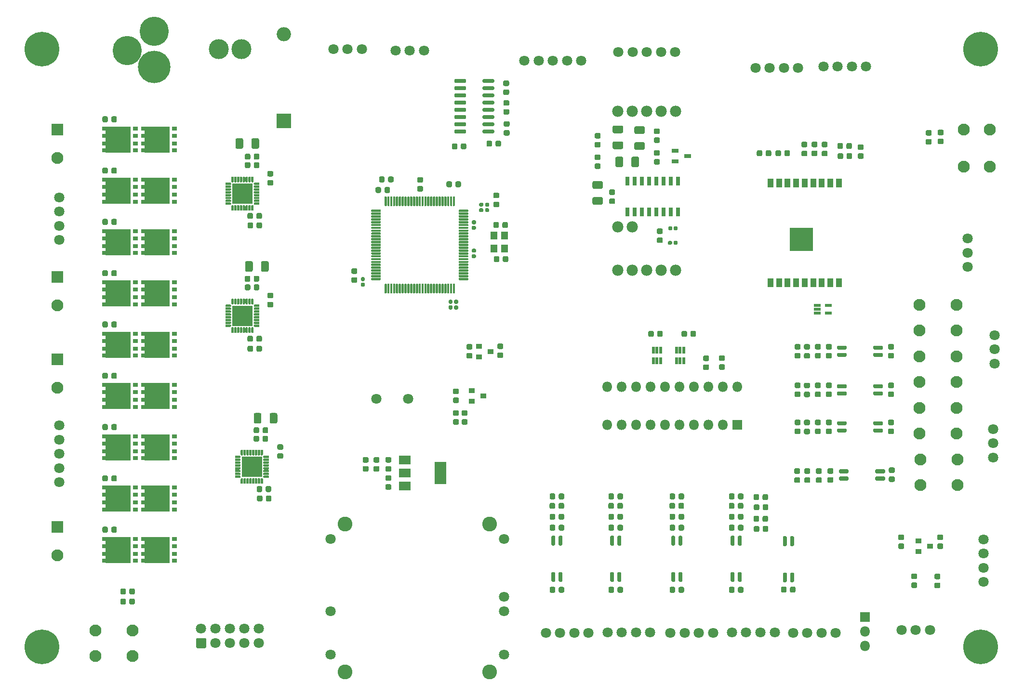
<source format=gbr>
%TF.GenerationSoftware,KiCad,Pcbnew,(5.1.6)-1*%
%TF.CreationDate,2021-03-23T13:45:05+09:00*%
%TF.ProjectId,FIG_DISPENSER_v1.0,4649475f-4449-4535-9045-4e5345525f76,rev?*%
%TF.SameCoordinates,Original*%
%TF.FileFunction,Soldermask,Top*%
%TF.FilePolarity,Negative*%
%FSLAX46Y46*%
G04 Gerber Fmt 4.6, Leading zero omitted, Abs format (unit mm)*
G04 Created by KiCad (PCBNEW (5.1.6)-1) date 2021-03-23 13:45:05*
%MOMM*%
%LPD*%
G01*
G04 APERTURE LIST*
%ADD10C,3.500000*%
%ADD11C,3.100000*%
%ADD12C,1.800000*%
%ADD13C,2.100000*%
%ADD14R,2.100000X2.100000*%
%ADD15O,1.800000X1.800000*%
%ADD16R,1.800000X1.800000*%
%ADD17R,4.420000X4.660000*%
%ADD18R,0.780000X0.800000*%
%ADD19R,0.900000X0.800000*%
%ADD20C,0.100000*%
%ADD21R,3.550000X3.550000*%
%ADD22R,1.150000X1.400000*%
%ADD23R,2.100000X1.600000*%
%ADD24R,2.100000X3.900000*%
%ADD25O,2.500000X2.500000*%
%ADD26R,2.500000X2.500000*%
%ADD27C,6.100000*%
%ADD28C,0.900000*%
%ADD29R,1.000000X0.900000*%
%ADD30R,1.200000X0.700000*%
%ADD31R,1.000000X1.600000*%
%ADD32R,4.100000X4.100000*%
%ADD33R,0.500000X1.300000*%
%ADD34R,0.800000X1.625000*%
%ADD35C,2.600000*%
%ADD36R,1.300000X0.500000*%
%ADD37C,1.979600*%
%ADD38C,5.704000*%
%ADD39C,5.128000*%
G04 APERTURE END LIST*
D10*
%TO.C,J22*%
X75080000Y-29975000D03*
X71120000Y-29975000D03*
%TD*%
D11*
%TO.C,J5*%
X75355000Y-55261000D03*
%TD*%
%TO.C,J8*%
X60587500Y-99957000D03*
%TD*%
%TO.C,J9*%
X60587500Y-63889000D03*
%TD*%
%TO.C,J7*%
X77005000Y-103403000D03*
%TD*%
%TO.C,J11*%
X60265000Y-72911000D03*
%TD*%
D12*
%TO.C,J17*%
X43059000Y-56031000D03*
X43059000Y-58531000D03*
X43059000Y-61031000D03*
X43059000Y-63531000D03*
%TD*%
%TO.C,J16*%
X168770000Y-132495000D03*
X166270000Y-132495000D03*
X163770000Y-132495000D03*
X161270000Y-132495000D03*
%TD*%
D11*
%TO.C,J10*%
X60587500Y-108974000D03*
%TD*%
D12*
%TO.C,J15*%
X150440000Y-132595000D03*
X152940000Y-132595000D03*
X155440000Y-132595000D03*
X157940000Y-132595000D03*
%TD*%
%TO.C,J14*%
X139400000Y-132495000D03*
X141900000Y-132495000D03*
X144400000Y-132495000D03*
X146900000Y-132495000D03*
%TD*%
%TO.C,J13*%
X136070000Y-132541000D03*
X133570000Y-132541000D03*
X131070000Y-132541000D03*
X128570000Y-132541000D03*
%TD*%
D11*
%TO.C,J6*%
X75155000Y-76887000D03*
%TD*%
%TO.C,J12*%
X60587500Y-117991000D03*
%TD*%
D12*
%TO.C,J19*%
X43059000Y-103621000D03*
X43059000Y-101121000D03*
X43059000Y-98621000D03*
X43059000Y-96121000D03*
X43059000Y-106121000D03*
%TD*%
D11*
%TO.C,J4*%
X60587500Y-90813000D03*
%TD*%
%TO.C,C4*%
G36*
G01*
X52218500Y-42580250D02*
X52218500Y-42017750D01*
G75*
G02*
X52462250Y-41774000I243750J0D01*
G01*
X52949750Y-41774000D01*
G75*
G02*
X53193500Y-42017750I0J-243750D01*
G01*
X53193500Y-42580250D01*
G75*
G02*
X52949750Y-42824000I-243750J0D01*
G01*
X52462250Y-42824000D01*
G75*
G02*
X52218500Y-42580250I0J243750D01*
G01*
G37*
G36*
G01*
X50643500Y-42580250D02*
X50643500Y-42017750D01*
G75*
G02*
X50887250Y-41774000I243750J0D01*
G01*
X51374750Y-41774000D01*
G75*
G02*
X51618500Y-42017750I0J-243750D01*
G01*
X51618500Y-42580250D01*
G75*
G02*
X51374750Y-42824000I-243750J0D01*
G01*
X50887250Y-42824000D01*
G75*
G02*
X50643500Y-42580250I0J243750D01*
G01*
G37*
%TD*%
%TO.C,C28*%
G36*
G01*
X120327500Y-60594750D02*
X120327500Y-61157250D01*
G75*
G02*
X120083750Y-61401000I-243750J0D01*
G01*
X119596250Y-61401000D01*
G75*
G02*
X119352500Y-61157250I0J243750D01*
G01*
X119352500Y-60594750D01*
G75*
G02*
X119596250Y-60351000I243750J0D01*
G01*
X120083750Y-60351000D01*
G75*
G02*
X120327500Y-60594750I0J-243750D01*
G01*
G37*
G36*
G01*
X121902500Y-60594750D02*
X121902500Y-61157250D01*
G75*
G02*
X121658750Y-61401000I-243750J0D01*
G01*
X121171250Y-61401000D01*
G75*
G02*
X120927500Y-61157250I0J243750D01*
G01*
X120927500Y-60594750D01*
G75*
G02*
X121171250Y-60351000I243750J0D01*
G01*
X121658750Y-60351000D01*
G75*
G02*
X121902500Y-60594750I0J-243750D01*
G01*
G37*
%TD*%
%TO.C,C23*%
G36*
G01*
X50643500Y-69631250D02*
X50643500Y-69068750D01*
G75*
G02*
X50887250Y-68825000I243750J0D01*
G01*
X51374750Y-68825000D01*
G75*
G02*
X51618500Y-69068750I0J-243750D01*
G01*
X51618500Y-69631250D01*
G75*
G02*
X51374750Y-69875000I-243750J0D01*
G01*
X50887250Y-69875000D01*
G75*
G02*
X50643500Y-69631250I0J243750D01*
G01*
G37*
G36*
G01*
X52218500Y-69631250D02*
X52218500Y-69068750D01*
G75*
G02*
X52462250Y-68825000I243750J0D01*
G01*
X52949750Y-68825000D01*
G75*
G02*
X53193500Y-69068750I0J-243750D01*
G01*
X53193500Y-69631250D01*
G75*
G02*
X52949750Y-69875000I-243750J0D01*
G01*
X52462250Y-69875000D01*
G75*
G02*
X52218500Y-69631250I0J243750D01*
G01*
G37*
%TD*%
D13*
%TO.C,C30*%
X42759000Y-118971000D03*
D14*
X42759000Y-113971000D03*
%TD*%
%TO.C,C36*%
G36*
G01*
X112172000Y-75178500D02*
X112172000Y-75573500D01*
G75*
G02*
X111999500Y-75746000I-172500J0D01*
G01*
X111654500Y-75746000D01*
G75*
G02*
X111482000Y-75573500I0J172500D01*
G01*
X111482000Y-75178500D01*
G75*
G02*
X111654500Y-75006000I172500J0D01*
G01*
X111999500Y-75006000D01*
G75*
G02*
X112172000Y-75178500I0J-172500D01*
G01*
G37*
G36*
G01*
X113142000Y-75178500D02*
X113142000Y-75573500D01*
G75*
G02*
X112969500Y-75746000I-172500J0D01*
G01*
X112624500Y-75746000D01*
G75*
G02*
X112452000Y-75573500I0J172500D01*
G01*
X112452000Y-75178500D01*
G75*
G02*
X112624500Y-75006000I172500J0D01*
G01*
X112969500Y-75006000D01*
G75*
G02*
X113142000Y-75178500I0J-172500D01*
G01*
G37*
%TD*%
%TO.C,C35*%
G36*
G01*
X100245000Y-52584750D02*
X100245000Y-53147250D01*
G75*
G02*
X100001250Y-53391000I-243750J0D01*
G01*
X99513750Y-53391000D01*
G75*
G02*
X99270000Y-53147250I0J243750D01*
G01*
X99270000Y-52584750D01*
G75*
G02*
X99513750Y-52341000I243750J0D01*
G01*
X100001250Y-52341000D01*
G75*
G02*
X100245000Y-52584750I0J-243750D01*
G01*
G37*
G36*
G01*
X101820000Y-52584750D02*
X101820000Y-53147250D01*
G75*
G02*
X101576250Y-53391000I-243750J0D01*
G01*
X101088750Y-53391000D01*
G75*
G02*
X100845000Y-53147250I0J243750D01*
G01*
X100845000Y-52584750D01*
G75*
G02*
X101088750Y-52341000I243750J0D01*
G01*
X101576250Y-52341000D01*
G75*
G02*
X101820000Y-52584750I0J-243750D01*
G01*
G37*
%TD*%
%TO.C,C37*%
X42759000Y-84491000D03*
D13*
X42759000Y-89491000D03*
%TD*%
%TO.C,C38*%
G36*
G01*
X113142000Y-74178500D02*
X113142000Y-74573500D01*
G75*
G02*
X112969500Y-74746000I-172500J0D01*
G01*
X112624500Y-74746000D01*
G75*
G02*
X112452000Y-74573500I0J172500D01*
G01*
X112452000Y-74178500D01*
G75*
G02*
X112624500Y-74006000I172500J0D01*
G01*
X112969500Y-74006000D01*
G75*
G02*
X113142000Y-74178500I0J-172500D01*
G01*
G37*
G36*
G01*
X112172000Y-74178500D02*
X112172000Y-74573500D01*
G75*
G02*
X111999500Y-74746000I-172500J0D01*
G01*
X111654500Y-74746000D01*
G75*
G02*
X111482000Y-74573500I0J172500D01*
G01*
X111482000Y-74178500D01*
G75*
G02*
X111654500Y-74006000I172500J0D01*
G01*
X111999500Y-74006000D01*
G75*
G02*
X112172000Y-74178500I0J-172500D01*
G01*
G37*
%TD*%
%TO.C,C24*%
G36*
G01*
X50643500Y-114716250D02*
X50643500Y-114153750D01*
G75*
G02*
X50887250Y-113910000I243750J0D01*
G01*
X51374750Y-113910000D01*
G75*
G02*
X51618500Y-114153750I0J-243750D01*
G01*
X51618500Y-114716250D01*
G75*
G02*
X51374750Y-114960000I-243750J0D01*
G01*
X50887250Y-114960000D01*
G75*
G02*
X50643500Y-114716250I0J243750D01*
G01*
G37*
G36*
G01*
X52218500Y-114716250D02*
X52218500Y-114153750D01*
G75*
G02*
X52462250Y-113910000I243750J0D01*
G01*
X52949750Y-113910000D01*
G75*
G02*
X53193500Y-114153750I0J-243750D01*
G01*
X53193500Y-114716250D01*
G75*
G02*
X52949750Y-114960000I-243750J0D01*
G01*
X52462250Y-114960000D01*
G75*
G02*
X52218500Y-114716250I0J243750D01*
G01*
G37*
%TD*%
%TO.C,C27*%
G36*
G01*
X121977500Y-66594750D02*
X121977500Y-67157250D01*
G75*
G02*
X121733750Y-67401000I-243750J0D01*
G01*
X121246250Y-67401000D01*
G75*
G02*
X121002500Y-67157250I0J243750D01*
G01*
X121002500Y-66594750D01*
G75*
G02*
X121246250Y-66351000I243750J0D01*
G01*
X121733750Y-66351000D01*
G75*
G02*
X121977500Y-66594750I0J-243750D01*
G01*
G37*
G36*
G01*
X120402500Y-66594750D02*
X120402500Y-67157250D01*
G75*
G02*
X120158750Y-67401000I-243750J0D01*
G01*
X119671250Y-67401000D01*
G75*
G02*
X119427500Y-67157250I0J243750D01*
G01*
X119427500Y-66594750D01*
G75*
G02*
X119671250Y-66351000I243750J0D01*
G01*
X120158750Y-66351000D01*
G75*
G02*
X120402500Y-66594750I0J-243750D01*
G01*
G37*
%TD*%
%TO.C,C34*%
G36*
G01*
X115717500Y-65046000D02*
X116112500Y-65046000D01*
G75*
G02*
X116285000Y-65218500I0J-172500D01*
G01*
X116285000Y-65563500D01*
G75*
G02*
X116112500Y-65736000I-172500J0D01*
G01*
X115717500Y-65736000D01*
G75*
G02*
X115545000Y-65563500I0J172500D01*
G01*
X115545000Y-65218500D01*
G75*
G02*
X115717500Y-65046000I172500J0D01*
G01*
G37*
G36*
G01*
X115717500Y-66016000D02*
X116112500Y-66016000D01*
G75*
G02*
X116285000Y-66188500I0J-172500D01*
G01*
X116285000Y-66533500D01*
G75*
G02*
X116112500Y-66706000I-172500J0D01*
G01*
X115717500Y-66706000D01*
G75*
G02*
X115545000Y-66533500I0J172500D01*
G01*
X115545000Y-66188500D01*
G75*
G02*
X115717500Y-66016000I172500J0D01*
G01*
G37*
%TD*%
%TO.C,C39*%
G36*
G01*
X96217500Y-71016000D02*
X96612500Y-71016000D01*
G75*
G02*
X96785000Y-71188500I0J-172500D01*
G01*
X96785000Y-71533500D01*
G75*
G02*
X96612500Y-71706000I-172500J0D01*
G01*
X96217500Y-71706000D01*
G75*
G02*
X96045000Y-71533500I0J172500D01*
G01*
X96045000Y-71188500D01*
G75*
G02*
X96217500Y-71016000I172500J0D01*
G01*
G37*
G36*
G01*
X96217500Y-70046000D02*
X96612500Y-70046000D01*
G75*
G02*
X96785000Y-70218500I0J-172500D01*
G01*
X96785000Y-70563500D01*
G75*
G02*
X96612500Y-70736000I-172500J0D01*
G01*
X96217500Y-70736000D01*
G75*
G02*
X96045000Y-70563500I0J172500D01*
G01*
X96045000Y-70218500D01*
G75*
G02*
X96217500Y-70046000I172500J0D01*
G01*
G37*
%TD*%
%TO.C,C32*%
G36*
G01*
X94633750Y-68491000D02*
X95196250Y-68491000D01*
G75*
G02*
X95440000Y-68734750I0J-243750D01*
G01*
X95440000Y-69222250D01*
G75*
G02*
X95196250Y-69466000I-243750J0D01*
G01*
X94633750Y-69466000D01*
G75*
G02*
X94390000Y-69222250I0J243750D01*
G01*
X94390000Y-68734750D01*
G75*
G02*
X94633750Y-68491000I243750J0D01*
G01*
G37*
G36*
G01*
X94633750Y-70066000D02*
X95196250Y-70066000D01*
G75*
G02*
X95440000Y-70309750I0J-243750D01*
G01*
X95440000Y-70797250D01*
G75*
G02*
X95196250Y-71041000I-243750J0D01*
G01*
X94633750Y-71041000D01*
G75*
G02*
X94390000Y-70797250I0J243750D01*
G01*
X94390000Y-70309750D01*
G75*
G02*
X94633750Y-70066000I243750J0D01*
G01*
G37*
%TD*%
%TO.C,C31*%
G36*
G01*
X116112500Y-60751000D02*
X115717500Y-60751000D01*
G75*
G02*
X115545000Y-60578500I0J172500D01*
G01*
X115545000Y-60233500D01*
G75*
G02*
X115717500Y-60061000I172500J0D01*
G01*
X116112500Y-60061000D01*
G75*
G02*
X116285000Y-60233500I0J-172500D01*
G01*
X116285000Y-60578500D01*
G75*
G02*
X116112500Y-60751000I-172500J0D01*
G01*
G37*
G36*
G01*
X116112500Y-61721000D02*
X115717500Y-61721000D01*
G75*
G02*
X115545000Y-61548500I0J172500D01*
G01*
X115545000Y-61203500D01*
G75*
G02*
X115717500Y-61031000I172500J0D01*
G01*
X116112500Y-61031000D01*
G75*
G02*
X116285000Y-61203500I0J-172500D01*
G01*
X116285000Y-61548500D01*
G75*
G02*
X116112500Y-61721000I-172500J0D01*
G01*
G37*
%TD*%
D14*
%TO.C,C33*%
X42759000Y-69991000D03*
D13*
X42759000Y-74991000D03*
%TD*%
D14*
%TO.C,C25*%
X42759000Y-44131000D03*
D13*
X42759000Y-49131000D03*
%TD*%
%TO.C,R18*%
G36*
G01*
X150315000Y-108866250D02*
X150315000Y-108303750D01*
G75*
G02*
X150558750Y-108060000I243750J0D01*
G01*
X151046250Y-108060000D01*
G75*
G02*
X151290000Y-108303750I0J-243750D01*
G01*
X151290000Y-108866250D01*
G75*
G02*
X151046250Y-109110000I-243750J0D01*
G01*
X150558750Y-109110000D01*
G75*
G02*
X150315000Y-108866250I0J243750D01*
G01*
G37*
G36*
G01*
X151890000Y-108866250D02*
X151890000Y-108303750D01*
G75*
G02*
X152133750Y-108060000I243750J0D01*
G01*
X152621250Y-108060000D01*
G75*
G02*
X152865000Y-108303750I0J-243750D01*
G01*
X152865000Y-108866250D01*
G75*
G02*
X152621250Y-109110000I-243750J0D01*
G01*
X152133750Y-109110000D01*
G75*
G02*
X151890000Y-108866250I0J243750D01*
G01*
G37*
%TD*%
%TO.C,R16*%
G36*
G01*
X129245000Y-108866250D02*
X129245000Y-108303750D01*
G75*
G02*
X129488750Y-108060000I243750J0D01*
G01*
X129976250Y-108060000D01*
G75*
G02*
X130220000Y-108303750I0J-243750D01*
G01*
X130220000Y-108866250D01*
G75*
G02*
X129976250Y-109110000I-243750J0D01*
G01*
X129488750Y-109110000D01*
G75*
G02*
X129245000Y-108866250I0J243750D01*
G01*
G37*
G36*
G01*
X130820000Y-108866250D02*
X130820000Y-108303750D01*
G75*
G02*
X131063750Y-108060000I243750J0D01*
G01*
X131551250Y-108060000D01*
G75*
G02*
X131795000Y-108303750I0J-243750D01*
G01*
X131795000Y-108866250D01*
G75*
G02*
X131551250Y-109110000I-243750J0D01*
G01*
X131063750Y-109110000D01*
G75*
G02*
X130820000Y-108866250I0J243750D01*
G01*
G37*
%TD*%
%TO.C,R25*%
G36*
G01*
X176648250Y-97636001D02*
X176085750Y-97636001D01*
G75*
G02*
X175842000Y-97392251I0J243750D01*
G01*
X175842000Y-96904751D01*
G75*
G02*
X176085750Y-96661001I243750J0D01*
G01*
X176648250Y-96661001D01*
G75*
G02*
X176892000Y-96904751I0J-243750D01*
G01*
X176892000Y-97392251D01*
G75*
G02*
X176648250Y-97636001I-243750J0D01*
G01*
G37*
G36*
G01*
X176648250Y-96061001D02*
X176085750Y-96061001D01*
G75*
G02*
X175842000Y-95817251I0J243750D01*
G01*
X175842000Y-95329751D01*
G75*
G02*
X176085750Y-95086001I243750J0D01*
G01*
X176648250Y-95086001D01*
G75*
G02*
X176892000Y-95329751I0J-243750D01*
G01*
X176892000Y-95817251D01*
G75*
G02*
X176648250Y-96061001I-243750J0D01*
G01*
G37*
%TD*%
%TO.C,R14*%
G36*
G01*
X152865000Y-113803750D02*
X152865000Y-114366250D01*
G75*
G02*
X152621250Y-114610000I-243750J0D01*
G01*
X152133750Y-114610000D01*
G75*
G02*
X151890000Y-114366250I0J243750D01*
G01*
X151890000Y-113803750D01*
G75*
G02*
X152133750Y-113560000I243750J0D01*
G01*
X152621250Y-113560000D01*
G75*
G02*
X152865000Y-113803750I0J-243750D01*
G01*
G37*
G36*
G01*
X151290000Y-113803750D02*
X151290000Y-114366250D01*
G75*
G02*
X151046250Y-114610000I-243750J0D01*
G01*
X150558750Y-114610000D01*
G75*
G02*
X150315000Y-114366250I0J243750D01*
G01*
X150315000Y-113803750D01*
G75*
G02*
X150558750Y-113560000I243750J0D01*
G01*
X151046250Y-113560000D01*
G75*
G02*
X151290000Y-113803750I0J-243750D01*
G01*
G37*
%TD*%
%TO.C,R4*%
G36*
G01*
X130820000Y-125286250D02*
X130820000Y-124723750D01*
G75*
G02*
X131063750Y-124480000I243750J0D01*
G01*
X131551250Y-124480000D01*
G75*
G02*
X131795000Y-124723750I0J-243750D01*
G01*
X131795000Y-125286250D01*
G75*
G02*
X131551250Y-125530000I-243750J0D01*
G01*
X131063750Y-125530000D01*
G75*
G02*
X130820000Y-125286250I0J243750D01*
G01*
G37*
G36*
G01*
X129245000Y-125286250D02*
X129245000Y-124723750D01*
G75*
G02*
X129488750Y-124480000I243750J0D01*
G01*
X129976250Y-124480000D01*
G75*
G02*
X130220000Y-124723750I0J-243750D01*
G01*
X130220000Y-125286250D01*
G75*
G02*
X129976250Y-125530000I-243750J0D01*
G01*
X129488750Y-125530000D01*
G75*
G02*
X129245000Y-125286250I0J243750D01*
G01*
G37*
%TD*%
%TO.C,R17*%
G36*
G01*
X139575000Y-108866250D02*
X139575000Y-108303750D01*
G75*
G02*
X139818750Y-108060000I243750J0D01*
G01*
X140306250Y-108060000D01*
G75*
G02*
X140550000Y-108303750I0J-243750D01*
G01*
X140550000Y-108866250D01*
G75*
G02*
X140306250Y-109110000I-243750J0D01*
G01*
X139818750Y-109110000D01*
G75*
G02*
X139575000Y-108866250I0J243750D01*
G01*
G37*
G36*
G01*
X141150000Y-108866250D02*
X141150000Y-108303750D01*
G75*
G02*
X141393750Y-108060000I243750J0D01*
G01*
X141881250Y-108060000D01*
G75*
G02*
X142125000Y-108303750I0J-243750D01*
G01*
X142125000Y-108866250D01*
G75*
G02*
X141881250Y-109110000I-243750J0D01*
G01*
X141393750Y-109110000D01*
G75*
G02*
X141150000Y-108866250I0J243750D01*
G01*
G37*
%TD*%
%TO.C,R32*%
G36*
G01*
X114858750Y-81811000D02*
X115421250Y-81811000D01*
G75*
G02*
X115665000Y-82054750I0J-243750D01*
G01*
X115665000Y-82542250D01*
G75*
G02*
X115421250Y-82786000I-243750J0D01*
G01*
X114858750Y-82786000D01*
G75*
G02*
X114615000Y-82542250I0J243750D01*
G01*
X114615000Y-82054750D01*
G75*
G02*
X114858750Y-81811000I243750J0D01*
G01*
G37*
G36*
G01*
X114858750Y-83386000D02*
X115421250Y-83386000D01*
G75*
G02*
X115665000Y-83629750I0J-243750D01*
G01*
X115665000Y-84117250D01*
G75*
G02*
X115421250Y-84361000I-243750J0D01*
G01*
X114858750Y-84361000D01*
G75*
G02*
X114615000Y-84117250I0J243750D01*
G01*
X114615000Y-83629750D01*
G75*
G02*
X114858750Y-83386000I243750J0D01*
G01*
G37*
%TD*%
%TO.C,R33*%
G36*
G01*
X120278750Y-83276000D02*
X120841250Y-83276000D01*
G75*
G02*
X121085000Y-83519750I0J-243750D01*
G01*
X121085000Y-84007250D01*
G75*
G02*
X120841250Y-84251000I-243750J0D01*
G01*
X120278750Y-84251000D01*
G75*
G02*
X120035000Y-84007250I0J243750D01*
G01*
X120035000Y-83519750D01*
G75*
G02*
X120278750Y-83276000I243750J0D01*
G01*
G37*
G36*
G01*
X120278750Y-81701000D02*
X120841250Y-81701000D01*
G75*
G02*
X121085000Y-81944750I0J-243750D01*
G01*
X121085000Y-82432250D01*
G75*
G02*
X120841250Y-82676000I-243750J0D01*
G01*
X120278750Y-82676000D01*
G75*
G02*
X120035000Y-82432250I0J243750D01*
G01*
X120035000Y-81944750D01*
G75*
G02*
X120278750Y-81701000I243750J0D01*
G01*
G37*
%TD*%
%TO.C,R19*%
G36*
G01*
X160745000Y-108866250D02*
X160745000Y-108303750D01*
G75*
G02*
X160988750Y-108060000I243750J0D01*
G01*
X161476250Y-108060000D01*
G75*
G02*
X161720000Y-108303750I0J-243750D01*
G01*
X161720000Y-108866250D01*
G75*
G02*
X161476250Y-109110000I-243750J0D01*
G01*
X160988750Y-109110000D01*
G75*
G02*
X160745000Y-108866250I0J243750D01*
G01*
G37*
G36*
G01*
X162320000Y-108866250D02*
X162320000Y-108303750D01*
G75*
G02*
X162563750Y-108060000I243750J0D01*
G01*
X163051250Y-108060000D01*
G75*
G02*
X163295000Y-108303750I0J-243750D01*
G01*
X163295000Y-108866250D01*
G75*
G02*
X163051250Y-109110000I-243750J0D01*
G01*
X162563750Y-109110000D01*
G75*
G02*
X162320000Y-108866250I0J243750D01*
G01*
G37*
%TD*%
%TO.C,R28*%
G36*
G01*
X178015750Y-96661001D02*
X178578250Y-96661001D01*
G75*
G02*
X178822000Y-96904751I0J-243750D01*
G01*
X178822000Y-97392251D01*
G75*
G02*
X178578250Y-97636001I-243750J0D01*
G01*
X178015750Y-97636001D01*
G75*
G02*
X177772000Y-97392251I0J243750D01*
G01*
X177772000Y-96904751D01*
G75*
G02*
X178015750Y-96661001I243750J0D01*
G01*
G37*
G36*
G01*
X178015750Y-95086001D02*
X178578250Y-95086001D01*
G75*
G02*
X178822000Y-95329751I0J-243750D01*
G01*
X178822000Y-95817251D01*
G75*
G02*
X178578250Y-96061001I-243750J0D01*
G01*
X178015750Y-96061001D01*
G75*
G02*
X177772000Y-95817251I0J243750D01*
G01*
X177772000Y-95329751D01*
G75*
G02*
X178015750Y-95086001I243750J0D01*
G01*
G37*
%TD*%
%TO.C,R9*%
G36*
G01*
X139575000Y-112436250D02*
X139575000Y-111873750D01*
G75*
G02*
X139818750Y-111630000I243750J0D01*
G01*
X140306250Y-111630000D01*
G75*
G02*
X140550000Y-111873750I0J-243750D01*
G01*
X140550000Y-112436250D01*
G75*
G02*
X140306250Y-112680000I-243750J0D01*
G01*
X139818750Y-112680000D01*
G75*
G02*
X139575000Y-112436250I0J243750D01*
G01*
G37*
G36*
G01*
X141150000Y-112436250D02*
X141150000Y-111873750D01*
G75*
G02*
X141393750Y-111630000I243750J0D01*
G01*
X141881250Y-111630000D01*
G75*
G02*
X142125000Y-111873750I0J-243750D01*
G01*
X142125000Y-112436250D01*
G75*
G02*
X141881250Y-112680000I-243750J0D01*
G01*
X141393750Y-112680000D01*
G75*
G02*
X141150000Y-112436250I0J243750D01*
G01*
G37*
%TD*%
%TO.C,R8*%
G36*
G01*
X129245000Y-112436250D02*
X129245000Y-111873750D01*
G75*
G02*
X129488750Y-111630000I243750J0D01*
G01*
X129976250Y-111630000D01*
G75*
G02*
X130220000Y-111873750I0J-243750D01*
G01*
X130220000Y-112436250D01*
G75*
G02*
X129976250Y-112680000I-243750J0D01*
G01*
X129488750Y-112680000D01*
G75*
G02*
X129245000Y-112436250I0J243750D01*
G01*
G37*
G36*
G01*
X130820000Y-112436250D02*
X130820000Y-111873750D01*
G75*
G02*
X131063750Y-111630000I243750J0D01*
G01*
X131551250Y-111630000D01*
G75*
G02*
X131795000Y-111873750I0J-243750D01*
G01*
X131795000Y-112436250D01*
G75*
G02*
X131551250Y-112680000I-243750J0D01*
G01*
X131063750Y-112680000D01*
G75*
G02*
X130820000Y-112436250I0J243750D01*
G01*
G37*
%TD*%
%TO.C,R13*%
G36*
G01*
X142125000Y-113803750D02*
X142125000Y-114366250D01*
G75*
G02*
X141881250Y-114610000I-243750J0D01*
G01*
X141393750Y-114610000D01*
G75*
G02*
X141150000Y-114366250I0J243750D01*
G01*
X141150000Y-113803750D01*
G75*
G02*
X141393750Y-113560000I243750J0D01*
G01*
X141881250Y-113560000D01*
G75*
G02*
X142125000Y-113803750I0J-243750D01*
G01*
G37*
G36*
G01*
X140550000Y-113803750D02*
X140550000Y-114366250D01*
G75*
G02*
X140306250Y-114610000I-243750J0D01*
G01*
X139818750Y-114610000D01*
G75*
G02*
X139575000Y-114366250I0J243750D01*
G01*
X139575000Y-113803750D01*
G75*
G02*
X139818750Y-113560000I243750J0D01*
G01*
X140306250Y-113560000D01*
G75*
G02*
X140550000Y-113803750I0J-243750D01*
G01*
G37*
%TD*%
%TO.C,R12*%
G36*
G01*
X130220000Y-113803750D02*
X130220000Y-114366250D01*
G75*
G02*
X129976250Y-114610000I-243750J0D01*
G01*
X129488750Y-114610000D01*
G75*
G02*
X129245000Y-114366250I0J243750D01*
G01*
X129245000Y-113803750D01*
G75*
G02*
X129488750Y-113560000I243750J0D01*
G01*
X129976250Y-113560000D01*
G75*
G02*
X130220000Y-113803750I0J-243750D01*
G01*
G37*
G36*
G01*
X131795000Y-113803750D02*
X131795000Y-114366250D01*
G75*
G02*
X131551250Y-114610000I-243750J0D01*
G01*
X131063750Y-114610000D01*
G75*
G02*
X130820000Y-114366250I0J243750D01*
G01*
X130820000Y-113803750D01*
G75*
G02*
X131063750Y-113560000I243750J0D01*
G01*
X131551250Y-113560000D01*
G75*
G02*
X131795000Y-113803750I0J-243750D01*
G01*
G37*
%TD*%
%TO.C,R11*%
G36*
G01*
X162320000Y-112436250D02*
X162320000Y-111873750D01*
G75*
G02*
X162563750Y-111630000I243750J0D01*
G01*
X163051250Y-111630000D01*
G75*
G02*
X163295000Y-111873750I0J-243750D01*
G01*
X163295000Y-112436250D01*
G75*
G02*
X163051250Y-112680000I-243750J0D01*
G01*
X162563750Y-112680000D01*
G75*
G02*
X162320000Y-112436250I0J243750D01*
G01*
G37*
G36*
G01*
X160745000Y-112436250D02*
X160745000Y-111873750D01*
G75*
G02*
X160988750Y-111630000I243750J0D01*
G01*
X161476250Y-111630000D01*
G75*
G02*
X161720000Y-111873750I0J-243750D01*
G01*
X161720000Y-112436250D01*
G75*
G02*
X161476250Y-112680000I-243750J0D01*
G01*
X160988750Y-112680000D01*
G75*
G02*
X160745000Y-112436250I0J243750D01*
G01*
G37*
%TD*%
%TO.C,R15*%
G36*
G01*
X161720000Y-113803750D02*
X161720000Y-114366250D01*
G75*
G02*
X161476250Y-114610000I-243750J0D01*
G01*
X160988750Y-114610000D01*
G75*
G02*
X160745000Y-114366250I0J243750D01*
G01*
X160745000Y-113803750D01*
G75*
G02*
X160988750Y-113560000I243750J0D01*
G01*
X161476250Y-113560000D01*
G75*
G02*
X161720000Y-113803750I0J-243750D01*
G01*
G37*
G36*
G01*
X163295000Y-113803750D02*
X163295000Y-114366250D01*
G75*
G02*
X163051250Y-114610000I-243750J0D01*
G01*
X162563750Y-114610000D01*
G75*
G02*
X162320000Y-114366250I0J243750D01*
G01*
X162320000Y-113803750D01*
G75*
G02*
X162563750Y-113560000I243750J0D01*
G01*
X163051250Y-113560000D01*
G75*
G02*
X163295000Y-113803750I0J-243750D01*
G01*
G37*
%TD*%
%TO.C,R22*%
G36*
G01*
X189498250Y-96061001D02*
X188935750Y-96061001D01*
G75*
G02*
X188692000Y-95817251I0J243750D01*
G01*
X188692000Y-95329751D01*
G75*
G02*
X188935750Y-95086001I243750J0D01*
G01*
X189498250Y-95086001D01*
G75*
G02*
X189742000Y-95329751I0J-243750D01*
G01*
X189742000Y-95817251D01*
G75*
G02*
X189498250Y-96061001I-243750J0D01*
G01*
G37*
G36*
G01*
X189498250Y-97636001D02*
X188935750Y-97636001D01*
G75*
G02*
X188692000Y-97392251I0J243750D01*
G01*
X188692000Y-96904751D01*
G75*
G02*
X188935750Y-96661001I243750J0D01*
G01*
X189498250Y-96661001D01*
G75*
G02*
X189742000Y-96904751I0J-243750D01*
G01*
X189742000Y-97392251D01*
G75*
G02*
X189498250Y-97636001I-243750J0D01*
G01*
G37*
%TD*%
%TO.C,R5*%
G36*
G01*
X141150000Y-125286250D02*
X141150000Y-124723750D01*
G75*
G02*
X141393750Y-124480000I243750J0D01*
G01*
X141881250Y-124480000D01*
G75*
G02*
X142125000Y-124723750I0J-243750D01*
G01*
X142125000Y-125286250D01*
G75*
G02*
X141881250Y-125530000I-243750J0D01*
G01*
X141393750Y-125530000D01*
G75*
G02*
X141150000Y-125286250I0J243750D01*
G01*
G37*
G36*
G01*
X139575000Y-125286250D02*
X139575000Y-124723750D01*
G75*
G02*
X139818750Y-124480000I243750J0D01*
G01*
X140306250Y-124480000D01*
G75*
G02*
X140550000Y-124723750I0J-243750D01*
G01*
X140550000Y-125286250D01*
G75*
G02*
X140306250Y-125530000I-243750J0D01*
G01*
X139818750Y-125530000D01*
G75*
G02*
X139575000Y-125286250I0J243750D01*
G01*
G37*
%TD*%
%TO.C,R31*%
G36*
G01*
X173078250Y-96061001D02*
X172515750Y-96061001D01*
G75*
G02*
X172272000Y-95817251I0J243750D01*
G01*
X172272000Y-95329751D01*
G75*
G02*
X172515750Y-95086001I243750J0D01*
G01*
X173078250Y-95086001D01*
G75*
G02*
X173322000Y-95329751I0J-243750D01*
G01*
X173322000Y-95817251D01*
G75*
G02*
X173078250Y-96061001I-243750J0D01*
G01*
G37*
G36*
G01*
X173078250Y-97636001D02*
X172515750Y-97636001D01*
G75*
G02*
X172272000Y-97392251I0J243750D01*
G01*
X172272000Y-96904751D01*
G75*
G02*
X172515750Y-96661001I243750J0D01*
G01*
X173078250Y-96661001D01*
G75*
G02*
X173322000Y-96904751I0J-243750D01*
G01*
X173322000Y-97392251D01*
G75*
G02*
X173078250Y-97636001I-243750J0D01*
G01*
G37*
%TD*%
%TO.C,R10*%
G36*
G01*
X150315000Y-112436250D02*
X150315000Y-111873750D01*
G75*
G02*
X150558750Y-111630000I243750J0D01*
G01*
X151046250Y-111630000D01*
G75*
G02*
X151290000Y-111873750I0J-243750D01*
G01*
X151290000Y-112436250D01*
G75*
G02*
X151046250Y-112680000I-243750J0D01*
G01*
X150558750Y-112680000D01*
G75*
G02*
X150315000Y-112436250I0J243750D01*
G01*
G37*
G36*
G01*
X151890000Y-112436250D02*
X151890000Y-111873750D01*
G75*
G02*
X152133750Y-111630000I243750J0D01*
G01*
X152621250Y-111630000D01*
G75*
G02*
X152865000Y-111873750I0J-243750D01*
G01*
X152865000Y-112436250D01*
G75*
G02*
X152621250Y-112680000I-243750J0D01*
G01*
X152133750Y-112680000D01*
G75*
G02*
X151890000Y-112436250I0J243750D01*
G01*
G37*
%TD*%
%TO.C,J24*%
G36*
G01*
X68642294Y-135271000D02*
X67371706Y-135271000D01*
G75*
G02*
X67107000Y-135006294I0J264706D01*
G01*
X67107000Y-133735706D01*
G75*
G02*
X67371706Y-133471000I264706J0D01*
G01*
X68642294Y-133471000D01*
G75*
G02*
X68907000Y-133735706I0J-264706D01*
G01*
X68907000Y-135006294D01*
G75*
G02*
X68642294Y-135271000I-264706J0D01*
G01*
G37*
D12*
X70547000Y-134371000D03*
X73087000Y-134371000D03*
X75627000Y-134371000D03*
X78167000Y-134371000D03*
X68007000Y-131831000D03*
X70547000Y-131831000D03*
X73087000Y-131831000D03*
X75627000Y-131831000D03*
X78167000Y-131831000D03*
%TD*%
D15*
%TO.C,J18*%
X184610000Y-134840000D03*
X184610000Y-132300000D03*
D16*
X184610000Y-129760000D03*
%TD*%
D17*
%TO.C,Q2*%
X60275000Y-45855000D03*
D18*
X57775000Y-43925000D03*
X57775000Y-45170000D03*
X57775000Y-46540000D03*
X57775000Y-47785000D03*
D19*
X63340000Y-43925000D03*
X63340000Y-45170000D03*
X63340000Y-46540000D03*
X63340000Y-47785000D03*
%TD*%
%TO.C,Q3*%
X56482000Y-83853000D03*
X56482000Y-82608000D03*
X56482000Y-81238000D03*
X56482000Y-79993000D03*
D18*
X50917000Y-83853000D03*
X50917000Y-82608000D03*
X50917000Y-81238000D03*
X50917000Y-79993000D03*
D17*
X53417000Y-81923000D03*
%TD*%
D19*
%TO.C,Q4*%
X63340000Y-83853000D03*
X63340000Y-82608000D03*
X63340000Y-81238000D03*
X63340000Y-79993000D03*
D18*
X57775000Y-83853000D03*
X57775000Y-82608000D03*
X57775000Y-81238000D03*
X57775000Y-79993000D03*
D17*
X60275000Y-81923000D03*
%TD*%
D19*
%TO.C,Q1*%
X56482000Y-47785000D03*
X56482000Y-46540000D03*
X56482000Y-45170000D03*
X56482000Y-43925000D03*
D18*
X50917000Y-47785000D03*
X50917000Y-46540000D03*
X50917000Y-45170000D03*
X50917000Y-43925000D03*
D17*
X53417000Y-45855000D03*
%TD*%
%TO.C,Q5*%
X53417000Y-54872000D03*
D18*
X50917000Y-52942000D03*
X50917000Y-54187000D03*
X50917000Y-55557000D03*
X50917000Y-56802000D03*
D19*
X56482000Y-52942000D03*
X56482000Y-54187000D03*
X56482000Y-55557000D03*
X56482000Y-56802000D03*
%TD*%
%TO.C,C8*%
G36*
G01*
X78805000Y-97234250D02*
X78805000Y-96671750D01*
G75*
G02*
X79048750Y-96428000I243750J0D01*
G01*
X79536250Y-96428000D01*
G75*
G02*
X79780000Y-96671750I0J-243750D01*
G01*
X79780000Y-97234250D01*
G75*
G02*
X79536250Y-97478000I-243750J0D01*
G01*
X79048750Y-97478000D01*
G75*
G02*
X78805000Y-97234250I0J243750D01*
G01*
G37*
G36*
G01*
X77230000Y-97234250D02*
X77230000Y-96671750D01*
G75*
G02*
X77473750Y-96428000I243750J0D01*
G01*
X77961250Y-96428000D01*
G75*
G02*
X78205000Y-96671750I0J-243750D01*
G01*
X78205000Y-97234250D01*
G75*
G02*
X77961250Y-97478000I-243750J0D01*
G01*
X77473750Y-97478000D01*
G75*
G02*
X77230000Y-97234250I0J243750D01*
G01*
G37*
%TD*%
%TO.C,C5*%
G36*
G01*
X50643500Y-78648250D02*
X50643500Y-78085750D01*
G75*
G02*
X50887250Y-77842000I243750J0D01*
G01*
X51374750Y-77842000D01*
G75*
G02*
X51618500Y-78085750I0J-243750D01*
G01*
X51618500Y-78648250D01*
G75*
G02*
X51374750Y-78892000I-243750J0D01*
G01*
X50887250Y-78892000D01*
G75*
G02*
X50643500Y-78648250I0J243750D01*
G01*
G37*
G36*
G01*
X52218500Y-78648250D02*
X52218500Y-78085750D01*
G75*
G02*
X52462250Y-77842000I243750J0D01*
G01*
X52949750Y-77842000D01*
G75*
G02*
X53193500Y-78085750I0J-243750D01*
G01*
X53193500Y-78648250D01*
G75*
G02*
X52949750Y-78892000I-243750J0D01*
G01*
X52462250Y-78892000D01*
G75*
G02*
X52218500Y-78648250I0J243750D01*
G01*
G37*
%TD*%
%TO.C,C11*%
G36*
G01*
X80314500Y-107015750D02*
X80314500Y-107578250D01*
G75*
G02*
X80070750Y-107822000I-243750J0D01*
G01*
X79583250Y-107822000D01*
G75*
G02*
X79339500Y-107578250I0J243750D01*
G01*
X79339500Y-107015750D01*
G75*
G02*
X79583250Y-106772000I243750J0D01*
G01*
X80070750Y-106772000D01*
G75*
G02*
X80314500Y-107015750I0J-243750D01*
G01*
G37*
G36*
G01*
X78739500Y-107015750D02*
X78739500Y-107578250D01*
G75*
G02*
X78495750Y-107822000I-243750J0D01*
G01*
X78008250Y-107822000D01*
G75*
G02*
X77764500Y-107578250I0J243750D01*
G01*
X77764500Y-107015750D01*
G75*
G02*
X78008250Y-106772000I243750J0D01*
G01*
X78495750Y-106772000D01*
G75*
G02*
X78739500Y-107015750I0J-243750D01*
G01*
G37*
%TD*%
%TO.C,C18*%
G36*
G01*
X50643500Y-51597250D02*
X50643500Y-51034750D01*
G75*
G02*
X50887250Y-50791000I243750J0D01*
G01*
X51374750Y-50791000D01*
G75*
G02*
X51618500Y-51034750I0J-243750D01*
G01*
X51618500Y-51597250D01*
G75*
G02*
X51374750Y-51841000I-243750J0D01*
G01*
X50887250Y-51841000D01*
G75*
G02*
X50643500Y-51597250I0J243750D01*
G01*
G37*
G36*
G01*
X52218500Y-51597250D02*
X52218500Y-51034750D01*
G75*
G02*
X52462250Y-50791000I243750J0D01*
G01*
X52949750Y-50791000D01*
G75*
G02*
X53193500Y-51034750I0J-243750D01*
G01*
X53193500Y-51597250D01*
G75*
G02*
X52949750Y-51841000I-243750J0D01*
G01*
X52462250Y-51841000D01*
G75*
G02*
X52218500Y-51597250I0J243750D01*
G01*
G37*
%TD*%
%TO.C,C13*%
G36*
G01*
X79873750Y-52961000D02*
X80436250Y-52961000D01*
G75*
G02*
X80680000Y-53204750I0J-243750D01*
G01*
X80680000Y-53692250D01*
G75*
G02*
X80436250Y-53936000I-243750J0D01*
G01*
X79873750Y-53936000D01*
G75*
G02*
X79630000Y-53692250I0J243750D01*
G01*
X79630000Y-53204750D01*
G75*
G02*
X79873750Y-52961000I243750J0D01*
G01*
G37*
G36*
G01*
X79873750Y-51386000D02*
X80436250Y-51386000D01*
G75*
G02*
X80680000Y-51629750I0J-243750D01*
G01*
X80680000Y-52117250D01*
G75*
G02*
X80436250Y-52361000I-243750J0D01*
G01*
X79873750Y-52361000D01*
G75*
G02*
X79630000Y-52117250I0J243750D01*
G01*
X79630000Y-51629750D01*
G75*
G02*
X79873750Y-51386000I243750J0D01*
G01*
G37*
%TD*%
%TO.C,C20*%
G36*
G01*
X52218500Y-60614250D02*
X52218500Y-60051750D01*
G75*
G02*
X52462250Y-59808000I243750J0D01*
G01*
X52949750Y-59808000D01*
G75*
G02*
X53193500Y-60051750I0J-243750D01*
G01*
X53193500Y-60614250D01*
G75*
G02*
X52949750Y-60858000I-243750J0D01*
G01*
X52462250Y-60858000D01*
G75*
G02*
X52218500Y-60614250I0J243750D01*
G01*
G37*
G36*
G01*
X50643500Y-60614250D02*
X50643500Y-60051750D01*
G75*
G02*
X50887250Y-59808000I243750J0D01*
G01*
X51374750Y-59808000D01*
G75*
G02*
X51618500Y-60051750I0J-243750D01*
G01*
X51618500Y-60614250D01*
G75*
G02*
X51374750Y-60858000I-243750J0D01*
G01*
X50887250Y-60858000D01*
G75*
G02*
X50643500Y-60614250I0J243750D01*
G01*
G37*
%TD*%
%TO.C,C21*%
G36*
G01*
X52218500Y-96682250D02*
X52218500Y-96119750D01*
G75*
G02*
X52462250Y-95876000I243750J0D01*
G01*
X52949750Y-95876000D01*
G75*
G02*
X53193500Y-96119750I0J-243750D01*
G01*
X53193500Y-96682250D01*
G75*
G02*
X52949750Y-96926000I-243750J0D01*
G01*
X52462250Y-96926000D01*
G75*
G02*
X52218500Y-96682250I0J243750D01*
G01*
G37*
G36*
G01*
X50643500Y-96682250D02*
X50643500Y-96119750D01*
G75*
G02*
X50887250Y-95876000I243750J0D01*
G01*
X51374750Y-95876000D01*
G75*
G02*
X51618500Y-96119750I0J-243750D01*
G01*
X51618500Y-96682250D01*
G75*
G02*
X51374750Y-96926000I-243750J0D01*
G01*
X50887250Y-96926000D01*
G75*
G02*
X50643500Y-96682250I0J243750D01*
G01*
G37*
%TD*%
%TO.C,C22*%
G36*
G01*
X50643500Y-105699250D02*
X50643500Y-105136750D01*
G75*
G02*
X50887250Y-104893000I243750J0D01*
G01*
X51374750Y-104893000D01*
G75*
G02*
X51618500Y-105136750I0J-243750D01*
G01*
X51618500Y-105699250D01*
G75*
G02*
X51374750Y-105943000I-243750J0D01*
G01*
X50887250Y-105943000D01*
G75*
G02*
X50643500Y-105699250I0J243750D01*
G01*
G37*
G36*
G01*
X52218500Y-105699250D02*
X52218500Y-105136750D01*
G75*
G02*
X52462250Y-104893000I243750J0D01*
G01*
X52949750Y-104893000D01*
G75*
G02*
X53193500Y-105136750I0J-243750D01*
G01*
X53193500Y-105699250D01*
G75*
G02*
X52949750Y-105943000I-243750J0D01*
G01*
X52462250Y-105943000D01*
G75*
G02*
X52218500Y-105699250I0J243750D01*
G01*
G37*
%TD*%
%TO.C,C7*%
G36*
G01*
X75667500Y-70618250D02*
X75667500Y-70055750D01*
G75*
G02*
X75911250Y-69812000I243750J0D01*
G01*
X76398750Y-69812000D01*
G75*
G02*
X76642500Y-70055750I0J-243750D01*
G01*
X76642500Y-70618250D01*
G75*
G02*
X76398750Y-70862000I-243750J0D01*
G01*
X75911250Y-70862000D01*
G75*
G02*
X75667500Y-70618250I0J243750D01*
G01*
G37*
G36*
G01*
X77242500Y-70618250D02*
X77242500Y-70055750D01*
G75*
G02*
X77486250Y-69812000I243750J0D01*
G01*
X77973750Y-69812000D01*
G75*
G02*
X78217500Y-70055750I0J-243750D01*
G01*
X78217500Y-70618250D01*
G75*
G02*
X77973750Y-70862000I-243750J0D01*
G01*
X77486250Y-70862000D01*
G75*
G02*
X77242500Y-70618250I0J243750D01*
G01*
G37*
%TD*%
%TO.C,C6*%
G36*
G01*
X77255000Y-49142250D02*
X77255000Y-48579750D01*
G75*
G02*
X77498750Y-48336000I243750J0D01*
G01*
X77986250Y-48336000D01*
G75*
G02*
X78230000Y-48579750I0J-243750D01*
G01*
X78230000Y-49142250D01*
G75*
G02*
X77986250Y-49386000I-243750J0D01*
G01*
X77498750Y-49386000D01*
G75*
G02*
X77255000Y-49142250I0J243750D01*
G01*
G37*
G36*
G01*
X75680000Y-49142250D02*
X75680000Y-48579750D01*
G75*
G02*
X75923750Y-48336000I243750J0D01*
G01*
X76411250Y-48336000D01*
G75*
G02*
X76655000Y-48579750I0J-243750D01*
G01*
X76655000Y-49142250D01*
G75*
G02*
X76411250Y-49386000I-243750J0D01*
G01*
X75923750Y-49386000D01*
G75*
G02*
X75680000Y-49142250I0J243750D01*
G01*
G37*
%TD*%
%TO.C,C10*%
G36*
G01*
X77115000Y-80589750D02*
X77115000Y-81152250D01*
G75*
G02*
X76871250Y-81396000I-243750J0D01*
G01*
X76383750Y-81396000D01*
G75*
G02*
X76140000Y-81152250I0J243750D01*
G01*
X76140000Y-80589750D01*
G75*
G02*
X76383750Y-80346000I243750J0D01*
G01*
X76871250Y-80346000D01*
G75*
G02*
X77115000Y-80589750I0J-243750D01*
G01*
G37*
G36*
G01*
X78690000Y-80589750D02*
X78690000Y-81152250D01*
G75*
G02*
X78446250Y-81396000I-243750J0D01*
G01*
X77958750Y-81396000D01*
G75*
G02*
X77715000Y-81152250I0J243750D01*
G01*
X77715000Y-80589750D01*
G75*
G02*
X77958750Y-80346000I243750J0D01*
G01*
X78446250Y-80346000D01*
G75*
G02*
X78690000Y-80589750I0J-243750D01*
G01*
G37*
%TD*%
%TO.C,C15*%
G36*
G01*
X79873750Y-72799500D02*
X80436250Y-72799500D01*
G75*
G02*
X80680000Y-73043250I0J-243750D01*
G01*
X80680000Y-73530750D01*
G75*
G02*
X80436250Y-73774500I-243750J0D01*
G01*
X79873750Y-73774500D01*
G75*
G02*
X79630000Y-73530750I0J243750D01*
G01*
X79630000Y-73043250D01*
G75*
G02*
X79873750Y-72799500I243750J0D01*
G01*
G37*
G36*
G01*
X79873750Y-74374500D02*
X80436250Y-74374500D01*
G75*
G02*
X80680000Y-74618250I0J-243750D01*
G01*
X80680000Y-75105750D01*
G75*
G02*
X80436250Y-75349500I-243750J0D01*
G01*
X79873750Y-75349500D01*
G75*
G02*
X79630000Y-75105750I0J243750D01*
G01*
X79630000Y-74618250D01*
G75*
G02*
X79873750Y-74374500I243750J0D01*
G01*
G37*
%TD*%
%TO.C,C17*%
G36*
G01*
X81623750Y-100990500D02*
X82186250Y-100990500D01*
G75*
G02*
X82430000Y-101234250I0J-243750D01*
G01*
X82430000Y-101721750D01*
G75*
G02*
X82186250Y-101965500I-243750J0D01*
G01*
X81623750Y-101965500D01*
G75*
G02*
X81380000Y-101721750I0J243750D01*
G01*
X81380000Y-101234250D01*
G75*
G02*
X81623750Y-100990500I243750J0D01*
G01*
G37*
G36*
G01*
X81623750Y-99415500D02*
X82186250Y-99415500D01*
G75*
G02*
X82430000Y-99659250I0J-243750D01*
G01*
X82430000Y-100146750D01*
G75*
G02*
X82186250Y-100390500I-243750J0D01*
G01*
X81623750Y-100390500D01*
G75*
G02*
X81380000Y-100146750I0J243750D01*
G01*
X81380000Y-99659250D01*
G75*
G02*
X81623750Y-99415500I243750J0D01*
G01*
G37*
%TD*%
%TO.C,C12*%
G36*
G01*
X75680000Y-50642250D02*
X75680000Y-50079750D01*
G75*
G02*
X75923750Y-49836000I243750J0D01*
G01*
X76411250Y-49836000D01*
G75*
G02*
X76655000Y-50079750I0J-243750D01*
G01*
X76655000Y-50642250D01*
G75*
G02*
X76411250Y-50886000I-243750J0D01*
G01*
X75923750Y-50886000D01*
G75*
G02*
X75680000Y-50642250I0J243750D01*
G01*
G37*
G36*
G01*
X77255000Y-50642250D02*
X77255000Y-50079750D01*
G75*
G02*
X77498750Y-49836000I243750J0D01*
G01*
X77986250Y-49836000D01*
G75*
G02*
X78230000Y-50079750I0J-243750D01*
G01*
X78230000Y-50642250D01*
G75*
G02*
X77986250Y-50886000I-243750J0D01*
G01*
X77498750Y-50886000D01*
G75*
G02*
X77255000Y-50642250I0J243750D01*
G01*
G37*
%TD*%
%TO.C,C19*%
G36*
G01*
X52218500Y-87665250D02*
X52218500Y-87102750D01*
G75*
G02*
X52462250Y-86859000I243750J0D01*
G01*
X52949750Y-86859000D01*
G75*
G02*
X53193500Y-87102750I0J-243750D01*
G01*
X53193500Y-87665250D01*
G75*
G02*
X52949750Y-87909000I-243750J0D01*
G01*
X52462250Y-87909000D01*
G75*
G02*
X52218500Y-87665250I0J243750D01*
G01*
G37*
G36*
G01*
X50643500Y-87665250D02*
X50643500Y-87102750D01*
G75*
G02*
X50887250Y-86859000I243750J0D01*
G01*
X51374750Y-86859000D01*
G75*
G02*
X51618500Y-87102750I0J-243750D01*
G01*
X51618500Y-87665250D01*
G75*
G02*
X51374750Y-87909000I-243750J0D01*
G01*
X50887250Y-87909000D01*
G75*
G02*
X50643500Y-87665250I0J243750D01*
G01*
G37*
%TD*%
%TO.C,C9*%
G36*
G01*
X78690000Y-58999750D02*
X78690000Y-59562250D01*
G75*
G02*
X78446250Y-59806000I-243750J0D01*
G01*
X77958750Y-59806000D01*
G75*
G02*
X77715000Y-59562250I0J243750D01*
G01*
X77715000Y-58999750D01*
G75*
G02*
X77958750Y-58756000I243750J0D01*
G01*
X78446250Y-58756000D01*
G75*
G02*
X78690000Y-58999750I0J-243750D01*
G01*
G37*
G36*
G01*
X77115000Y-58999750D02*
X77115000Y-59562250D01*
G75*
G02*
X76871250Y-59806000I-243750J0D01*
G01*
X76383750Y-59806000D01*
G75*
G02*
X76140000Y-59562250I0J243750D01*
G01*
X76140000Y-58999750D01*
G75*
G02*
X76383750Y-58756000I243750J0D01*
G01*
X76871250Y-58756000D01*
G75*
G02*
X77115000Y-58999750I0J-243750D01*
G01*
G37*
%TD*%
%TO.C,C14*%
G36*
G01*
X77255000Y-72118250D02*
X77255000Y-71555750D01*
G75*
G02*
X77498750Y-71312000I243750J0D01*
G01*
X77986250Y-71312000D01*
G75*
G02*
X78230000Y-71555750I0J-243750D01*
G01*
X78230000Y-72118250D01*
G75*
G02*
X77986250Y-72362000I-243750J0D01*
G01*
X77498750Y-72362000D01*
G75*
G02*
X77255000Y-72118250I0J243750D01*
G01*
G37*
G36*
G01*
X75680000Y-72118250D02*
X75680000Y-71555750D01*
G75*
G02*
X75923750Y-71312000I243750J0D01*
G01*
X76411250Y-71312000D01*
G75*
G02*
X76655000Y-71555750I0J-243750D01*
G01*
X76655000Y-72118250D01*
G75*
G02*
X76411250Y-72362000I-243750J0D01*
G01*
X75923750Y-72362000D01*
G75*
G02*
X75680000Y-72118250I0J243750D01*
G01*
G37*
%TD*%
%TO.C,C16*%
G36*
G01*
X77230000Y-98734250D02*
X77230000Y-98171750D01*
G75*
G02*
X77473750Y-97928000I243750J0D01*
G01*
X77961250Y-97928000D01*
G75*
G02*
X78205000Y-98171750I0J-243750D01*
G01*
X78205000Y-98734250D01*
G75*
G02*
X77961250Y-98978000I-243750J0D01*
G01*
X77473750Y-98978000D01*
G75*
G02*
X77230000Y-98734250I0J243750D01*
G01*
G37*
G36*
G01*
X78805000Y-98734250D02*
X78805000Y-98171750D01*
G75*
G02*
X79048750Y-97928000I243750J0D01*
G01*
X79536250Y-97928000D01*
G75*
G02*
X79780000Y-98171750I0J-243750D01*
G01*
X79780000Y-98734250D01*
G75*
G02*
X79536250Y-98978000I-243750J0D01*
G01*
X79048750Y-98978000D01*
G75*
G02*
X78805000Y-98734250I0J243750D01*
G01*
G37*
%TD*%
D12*
%TO.C,BZ1*%
X104400000Y-91440000D03*
X98800000Y-91440000D03*
%TD*%
%TO.C,C3*%
G36*
G01*
X77244000Y-95506000D02*
X77244000Y-94196000D01*
G75*
G02*
X77514000Y-93926000I270000J0D01*
G01*
X78324000Y-93926000D01*
G75*
G02*
X78594000Y-94196000I0J-270000D01*
G01*
X78594000Y-95506000D01*
G75*
G02*
X78324000Y-95776000I-270000J0D01*
G01*
X77514000Y-95776000D01*
G75*
G02*
X77244000Y-95506000I0J270000D01*
G01*
G37*
G36*
G01*
X80044000Y-95506000D02*
X80044000Y-94196000D01*
G75*
G02*
X80314000Y-93926000I270000J0D01*
G01*
X81124000Y-93926000D01*
G75*
G02*
X81394000Y-94196000I0J-270000D01*
G01*
X81394000Y-95506000D01*
G75*
G02*
X81124000Y-95776000I-270000J0D01*
G01*
X80314000Y-95776000D01*
G75*
G02*
X80044000Y-95506000I0J270000D01*
G01*
G37*
%TD*%
%TO.C,C1*%
G36*
G01*
X74040000Y-47206000D02*
X74040000Y-45896000D01*
G75*
G02*
X74310000Y-45626000I270000J0D01*
G01*
X75120000Y-45626000D01*
G75*
G02*
X75390000Y-45896000I0J-270000D01*
G01*
X75390000Y-47206000D01*
G75*
G02*
X75120000Y-47476000I-270000J0D01*
G01*
X74310000Y-47476000D01*
G75*
G02*
X74040000Y-47206000I0J270000D01*
G01*
G37*
G36*
G01*
X76840000Y-47206000D02*
X76840000Y-45896000D01*
G75*
G02*
X77110000Y-45626000I270000J0D01*
G01*
X77920000Y-45626000D01*
G75*
G02*
X78190000Y-45896000I0J-270000D01*
G01*
X78190000Y-47206000D01*
G75*
G02*
X77920000Y-47476000I-270000J0D01*
G01*
X77110000Y-47476000D01*
G75*
G02*
X76840000Y-47206000I0J270000D01*
G01*
G37*
%TD*%
%TO.C,C2*%
G36*
G01*
X78524000Y-68826000D02*
X78524000Y-67516000D01*
G75*
G02*
X78794000Y-67246000I270000J0D01*
G01*
X79604000Y-67246000D01*
G75*
G02*
X79874000Y-67516000I0J-270000D01*
G01*
X79874000Y-68826000D01*
G75*
G02*
X79604000Y-69096000I-270000J0D01*
G01*
X78794000Y-69096000D01*
G75*
G02*
X78524000Y-68826000I0J270000D01*
G01*
G37*
G36*
G01*
X75724000Y-68826000D02*
X75724000Y-67516000D01*
G75*
G02*
X75994000Y-67246000I270000J0D01*
G01*
X76804000Y-67246000D01*
G75*
G02*
X77074000Y-67516000I0J-270000D01*
G01*
X77074000Y-68826000D01*
G75*
G02*
X76804000Y-69096000I-270000J0D01*
G01*
X75994000Y-69096000D01*
G75*
G02*
X75724000Y-68826000I0J270000D01*
G01*
G37*
%TD*%
%TO.C,U12*%
G36*
G01*
X114940000Y-70276000D02*
X114940000Y-70476000D01*
G75*
G02*
X114840000Y-70576000I-100000J0D01*
G01*
X113340000Y-70576000D01*
G75*
G02*
X113240000Y-70476000I0J100000D01*
G01*
X113240000Y-70276000D01*
G75*
G02*
X113340000Y-70176000I100000J0D01*
G01*
X114840000Y-70176000D01*
G75*
G02*
X114940000Y-70276000I0J-100000D01*
G01*
G37*
G36*
G01*
X114940000Y-69776000D02*
X114940000Y-69976000D01*
G75*
G02*
X114840000Y-70076000I-100000J0D01*
G01*
X113340000Y-70076000D01*
G75*
G02*
X113240000Y-69976000I0J100000D01*
G01*
X113240000Y-69776000D01*
G75*
G02*
X113340000Y-69676000I100000J0D01*
G01*
X114840000Y-69676000D01*
G75*
G02*
X114940000Y-69776000I0J-100000D01*
G01*
G37*
G36*
G01*
X114940000Y-69276000D02*
X114940000Y-69476000D01*
G75*
G02*
X114840000Y-69576000I-100000J0D01*
G01*
X113340000Y-69576000D01*
G75*
G02*
X113240000Y-69476000I0J100000D01*
G01*
X113240000Y-69276000D01*
G75*
G02*
X113340000Y-69176000I100000J0D01*
G01*
X114840000Y-69176000D01*
G75*
G02*
X114940000Y-69276000I0J-100000D01*
G01*
G37*
G36*
G01*
X114940000Y-68776000D02*
X114940000Y-68976000D01*
G75*
G02*
X114840000Y-69076000I-100000J0D01*
G01*
X113340000Y-69076000D01*
G75*
G02*
X113240000Y-68976000I0J100000D01*
G01*
X113240000Y-68776000D01*
G75*
G02*
X113340000Y-68676000I100000J0D01*
G01*
X114840000Y-68676000D01*
G75*
G02*
X114940000Y-68776000I0J-100000D01*
G01*
G37*
G36*
G01*
X114940000Y-68276000D02*
X114940000Y-68476000D01*
G75*
G02*
X114840000Y-68576000I-100000J0D01*
G01*
X113340000Y-68576000D01*
G75*
G02*
X113240000Y-68476000I0J100000D01*
G01*
X113240000Y-68276000D01*
G75*
G02*
X113340000Y-68176000I100000J0D01*
G01*
X114840000Y-68176000D01*
G75*
G02*
X114940000Y-68276000I0J-100000D01*
G01*
G37*
G36*
G01*
X114940000Y-67776000D02*
X114940000Y-67976000D01*
G75*
G02*
X114840000Y-68076000I-100000J0D01*
G01*
X113340000Y-68076000D01*
G75*
G02*
X113240000Y-67976000I0J100000D01*
G01*
X113240000Y-67776000D01*
G75*
G02*
X113340000Y-67676000I100000J0D01*
G01*
X114840000Y-67676000D01*
G75*
G02*
X114940000Y-67776000I0J-100000D01*
G01*
G37*
G36*
G01*
X114940000Y-67276000D02*
X114940000Y-67476000D01*
G75*
G02*
X114840000Y-67576000I-100000J0D01*
G01*
X113340000Y-67576000D01*
G75*
G02*
X113240000Y-67476000I0J100000D01*
G01*
X113240000Y-67276000D01*
G75*
G02*
X113340000Y-67176000I100000J0D01*
G01*
X114840000Y-67176000D01*
G75*
G02*
X114940000Y-67276000I0J-100000D01*
G01*
G37*
G36*
G01*
X114940000Y-66776000D02*
X114940000Y-66976000D01*
G75*
G02*
X114840000Y-67076000I-100000J0D01*
G01*
X113340000Y-67076000D01*
G75*
G02*
X113240000Y-66976000I0J100000D01*
G01*
X113240000Y-66776000D01*
G75*
G02*
X113340000Y-66676000I100000J0D01*
G01*
X114840000Y-66676000D01*
G75*
G02*
X114940000Y-66776000I0J-100000D01*
G01*
G37*
G36*
G01*
X114940000Y-66276000D02*
X114940000Y-66476000D01*
G75*
G02*
X114840000Y-66576000I-100000J0D01*
G01*
X113340000Y-66576000D01*
G75*
G02*
X113240000Y-66476000I0J100000D01*
G01*
X113240000Y-66276000D01*
G75*
G02*
X113340000Y-66176000I100000J0D01*
G01*
X114840000Y-66176000D01*
G75*
G02*
X114940000Y-66276000I0J-100000D01*
G01*
G37*
G36*
G01*
X114940000Y-65776000D02*
X114940000Y-65976000D01*
G75*
G02*
X114840000Y-66076000I-100000J0D01*
G01*
X113340000Y-66076000D01*
G75*
G02*
X113240000Y-65976000I0J100000D01*
G01*
X113240000Y-65776000D01*
G75*
G02*
X113340000Y-65676000I100000J0D01*
G01*
X114840000Y-65676000D01*
G75*
G02*
X114940000Y-65776000I0J-100000D01*
G01*
G37*
G36*
G01*
X114940000Y-65276000D02*
X114940000Y-65476000D01*
G75*
G02*
X114840000Y-65576000I-100000J0D01*
G01*
X113340000Y-65576000D01*
G75*
G02*
X113240000Y-65476000I0J100000D01*
G01*
X113240000Y-65276000D01*
G75*
G02*
X113340000Y-65176000I100000J0D01*
G01*
X114840000Y-65176000D01*
G75*
G02*
X114940000Y-65276000I0J-100000D01*
G01*
G37*
G36*
G01*
X114940000Y-64776000D02*
X114940000Y-64976000D01*
G75*
G02*
X114840000Y-65076000I-100000J0D01*
G01*
X113340000Y-65076000D01*
G75*
G02*
X113240000Y-64976000I0J100000D01*
G01*
X113240000Y-64776000D01*
G75*
G02*
X113340000Y-64676000I100000J0D01*
G01*
X114840000Y-64676000D01*
G75*
G02*
X114940000Y-64776000I0J-100000D01*
G01*
G37*
G36*
G01*
X114940000Y-64276000D02*
X114940000Y-64476000D01*
G75*
G02*
X114840000Y-64576000I-100000J0D01*
G01*
X113340000Y-64576000D01*
G75*
G02*
X113240000Y-64476000I0J100000D01*
G01*
X113240000Y-64276000D01*
G75*
G02*
X113340000Y-64176000I100000J0D01*
G01*
X114840000Y-64176000D01*
G75*
G02*
X114940000Y-64276000I0J-100000D01*
G01*
G37*
G36*
G01*
X114940000Y-63776000D02*
X114940000Y-63976000D01*
G75*
G02*
X114840000Y-64076000I-100000J0D01*
G01*
X113340000Y-64076000D01*
G75*
G02*
X113240000Y-63976000I0J100000D01*
G01*
X113240000Y-63776000D01*
G75*
G02*
X113340000Y-63676000I100000J0D01*
G01*
X114840000Y-63676000D01*
G75*
G02*
X114940000Y-63776000I0J-100000D01*
G01*
G37*
G36*
G01*
X114940000Y-63276000D02*
X114940000Y-63476000D01*
G75*
G02*
X114840000Y-63576000I-100000J0D01*
G01*
X113340000Y-63576000D01*
G75*
G02*
X113240000Y-63476000I0J100000D01*
G01*
X113240000Y-63276000D01*
G75*
G02*
X113340000Y-63176000I100000J0D01*
G01*
X114840000Y-63176000D01*
G75*
G02*
X114940000Y-63276000I0J-100000D01*
G01*
G37*
G36*
G01*
X114940000Y-62776000D02*
X114940000Y-62976000D01*
G75*
G02*
X114840000Y-63076000I-100000J0D01*
G01*
X113340000Y-63076000D01*
G75*
G02*
X113240000Y-62976000I0J100000D01*
G01*
X113240000Y-62776000D01*
G75*
G02*
X113340000Y-62676000I100000J0D01*
G01*
X114840000Y-62676000D01*
G75*
G02*
X114940000Y-62776000I0J-100000D01*
G01*
G37*
G36*
G01*
X114940000Y-62276000D02*
X114940000Y-62476000D01*
G75*
G02*
X114840000Y-62576000I-100000J0D01*
G01*
X113340000Y-62576000D01*
G75*
G02*
X113240000Y-62476000I0J100000D01*
G01*
X113240000Y-62276000D01*
G75*
G02*
X113340000Y-62176000I100000J0D01*
G01*
X114840000Y-62176000D01*
G75*
G02*
X114940000Y-62276000I0J-100000D01*
G01*
G37*
G36*
G01*
X114940000Y-61776000D02*
X114940000Y-61976000D01*
G75*
G02*
X114840000Y-62076000I-100000J0D01*
G01*
X113340000Y-62076000D01*
G75*
G02*
X113240000Y-61976000I0J100000D01*
G01*
X113240000Y-61776000D01*
G75*
G02*
X113340000Y-61676000I100000J0D01*
G01*
X114840000Y-61676000D01*
G75*
G02*
X114940000Y-61776000I0J-100000D01*
G01*
G37*
G36*
G01*
X114940000Y-61276000D02*
X114940000Y-61476000D01*
G75*
G02*
X114840000Y-61576000I-100000J0D01*
G01*
X113340000Y-61576000D01*
G75*
G02*
X113240000Y-61476000I0J100000D01*
G01*
X113240000Y-61276000D01*
G75*
G02*
X113340000Y-61176000I100000J0D01*
G01*
X114840000Y-61176000D01*
G75*
G02*
X114940000Y-61276000I0J-100000D01*
G01*
G37*
G36*
G01*
X114940000Y-60776000D02*
X114940000Y-60976000D01*
G75*
G02*
X114840000Y-61076000I-100000J0D01*
G01*
X113340000Y-61076000D01*
G75*
G02*
X113240000Y-60976000I0J100000D01*
G01*
X113240000Y-60776000D01*
G75*
G02*
X113340000Y-60676000I100000J0D01*
G01*
X114840000Y-60676000D01*
G75*
G02*
X114940000Y-60776000I0J-100000D01*
G01*
G37*
G36*
G01*
X114940000Y-60276000D02*
X114940000Y-60476000D01*
G75*
G02*
X114840000Y-60576000I-100000J0D01*
G01*
X113340000Y-60576000D01*
G75*
G02*
X113240000Y-60476000I0J100000D01*
G01*
X113240000Y-60276000D01*
G75*
G02*
X113340000Y-60176000I100000J0D01*
G01*
X114840000Y-60176000D01*
G75*
G02*
X114940000Y-60276000I0J-100000D01*
G01*
G37*
G36*
G01*
X114940000Y-59776000D02*
X114940000Y-59976000D01*
G75*
G02*
X114840000Y-60076000I-100000J0D01*
G01*
X113340000Y-60076000D01*
G75*
G02*
X113240000Y-59976000I0J100000D01*
G01*
X113240000Y-59776000D01*
G75*
G02*
X113340000Y-59676000I100000J0D01*
G01*
X114840000Y-59676000D01*
G75*
G02*
X114940000Y-59776000I0J-100000D01*
G01*
G37*
G36*
G01*
X114940000Y-59276000D02*
X114940000Y-59476000D01*
G75*
G02*
X114840000Y-59576000I-100000J0D01*
G01*
X113340000Y-59576000D01*
G75*
G02*
X113240000Y-59476000I0J100000D01*
G01*
X113240000Y-59276000D01*
G75*
G02*
X113340000Y-59176000I100000J0D01*
G01*
X114840000Y-59176000D01*
G75*
G02*
X114940000Y-59276000I0J-100000D01*
G01*
G37*
G36*
G01*
X114940000Y-58776000D02*
X114940000Y-58976000D01*
G75*
G02*
X114840000Y-59076000I-100000J0D01*
G01*
X113340000Y-59076000D01*
G75*
G02*
X113240000Y-58976000I0J100000D01*
G01*
X113240000Y-58776000D01*
G75*
G02*
X113340000Y-58676000I100000J0D01*
G01*
X114840000Y-58676000D01*
G75*
G02*
X114940000Y-58776000I0J-100000D01*
G01*
G37*
G36*
G01*
X114940000Y-58276000D02*
X114940000Y-58476000D01*
G75*
G02*
X114840000Y-58576000I-100000J0D01*
G01*
X113340000Y-58576000D01*
G75*
G02*
X113240000Y-58476000I0J100000D01*
G01*
X113240000Y-58276000D01*
G75*
G02*
X113340000Y-58176000I100000J0D01*
G01*
X114840000Y-58176000D01*
G75*
G02*
X114940000Y-58276000I0J-100000D01*
G01*
G37*
G36*
G01*
X112615000Y-55951000D02*
X112615000Y-57451000D01*
G75*
G02*
X112515000Y-57551000I-100000J0D01*
G01*
X112315000Y-57551000D01*
G75*
G02*
X112215000Y-57451000I0J100000D01*
G01*
X112215000Y-55951000D01*
G75*
G02*
X112315000Y-55851000I100000J0D01*
G01*
X112515000Y-55851000D01*
G75*
G02*
X112615000Y-55951000I0J-100000D01*
G01*
G37*
G36*
G01*
X112115000Y-55951000D02*
X112115000Y-57451000D01*
G75*
G02*
X112015000Y-57551000I-100000J0D01*
G01*
X111815000Y-57551000D01*
G75*
G02*
X111715000Y-57451000I0J100000D01*
G01*
X111715000Y-55951000D01*
G75*
G02*
X111815000Y-55851000I100000J0D01*
G01*
X112015000Y-55851000D01*
G75*
G02*
X112115000Y-55951000I0J-100000D01*
G01*
G37*
G36*
G01*
X111615000Y-55951000D02*
X111615000Y-57451000D01*
G75*
G02*
X111515000Y-57551000I-100000J0D01*
G01*
X111315000Y-57551000D01*
G75*
G02*
X111215000Y-57451000I0J100000D01*
G01*
X111215000Y-55951000D01*
G75*
G02*
X111315000Y-55851000I100000J0D01*
G01*
X111515000Y-55851000D01*
G75*
G02*
X111615000Y-55951000I0J-100000D01*
G01*
G37*
G36*
G01*
X111115000Y-55951000D02*
X111115000Y-57451000D01*
G75*
G02*
X111015000Y-57551000I-100000J0D01*
G01*
X110815000Y-57551000D01*
G75*
G02*
X110715000Y-57451000I0J100000D01*
G01*
X110715000Y-55951000D01*
G75*
G02*
X110815000Y-55851000I100000J0D01*
G01*
X111015000Y-55851000D01*
G75*
G02*
X111115000Y-55951000I0J-100000D01*
G01*
G37*
G36*
G01*
X110615000Y-55951000D02*
X110615000Y-57451000D01*
G75*
G02*
X110515000Y-57551000I-100000J0D01*
G01*
X110315000Y-57551000D01*
G75*
G02*
X110215000Y-57451000I0J100000D01*
G01*
X110215000Y-55951000D01*
G75*
G02*
X110315000Y-55851000I100000J0D01*
G01*
X110515000Y-55851000D01*
G75*
G02*
X110615000Y-55951000I0J-100000D01*
G01*
G37*
G36*
G01*
X110115000Y-55951000D02*
X110115000Y-57451000D01*
G75*
G02*
X110015000Y-57551000I-100000J0D01*
G01*
X109815000Y-57551000D01*
G75*
G02*
X109715000Y-57451000I0J100000D01*
G01*
X109715000Y-55951000D01*
G75*
G02*
X109815000Y-55851000I100000J0D01*
G01*
X110015000Y-55851000D01*
G75*
G02*
X110115000Y-55951000I0J-100000D01*
G01*
G37*
G36*
G01*
X109615000Y-55951000D02*
X109615000Y-57451000D01*
G75*
G02*
X109515000Y-57551000I-100000J0D01*
G01*
X109315000Y-57551000D01*
G75*
G02*
X109215000Y-57451000I0J100000D01*
G01*
X109215000Y-55951000D01*
G75*
G02*
X109315000Y-55851000I100000J0D01*
G01*
X109515000Y-55851000D01*
G75*
G02*
X109615000Y-55951000I0J-100000D01*
G01*
G37*
G36*
G01*
X109115000Y-55951000D02*
X109115000Y-57451000D01*
G75*
G02*
X109015000Y-57551000I-100000J0D01*
G01*
X108815000Y-57551000D01*
G75*
G02*
X108715000Y-57451000I0J100000D01*
G01*
X108715000Y-55951000D01*
G75*
G02*
X108815000Y-55851000I100000J0D01*
G01*
X109015000Y-55851000D01*
G75*
G02*
X109115000Y-55951000I0J-100000D01*
G01*
G37*
G36*
G01*
X108615000Y-55951000D02*
X108615000Y-57451000D01*
G75*
G02*
X108515000Y-57551000I-100000J0D01*
G01*
X108315000Y-57551000D01*
G75*
G02*
X108215000Y-57451000I0J100000D01*
G01*
X108215000Y-55951000D01*
G75*
G02*
X108315000Y-55851000I100000J0D01*
G01*
X108515000Y-55851000D01*
G75*
G02*
X108615000Y-55951000I0J-100000D01*
G01*
G37*
G36*
G01*
X108115000Y-55951000D02*
X108115000Y-57451000D01*
G75*
G02*
X108015000Y-57551000I-100000J0D01*
G01*
X107815000Y-57551000D01*
G75*
G02*
X107715000Y-57451000I0J100000D01*
G01*
X107715000Y-55951000D01*
G75*
G02*
X107815000Y-55851000I100000J0D01*
G01*
X108015000Y-55851000D01*
G75*
G02*
X108115000Y-55951000I0J-100000D01*
G01*
G37*
G36*
G01*
X107615000Y-55951000D02*
X107615000Y-57451000D01*
G75*
G02*
X107515000Y-57551000I-100000J0D01*
G01*
X107315000Y-57551000D01*
G75*
G02*
X107215000Y-57451000I0J100000D01*
G01*
X107215000Y-55951000D01*
G75*
G02*
X107315000Y-55851000I100000J0D01*
G01*
X107515000Y-55851000D01*
G75*
G02*
X107615000Y-55951000I0J-100000D01*
G01*
G37*
G36*
G01*
X107115000Y-55951000D02*
X107115000Y-57451000D01*
G75*
G02*
X107015000Y-57551000I-100000J0D01*
G01*
X106815000Y-57551000D01*
G75*
G02*
X106715000Y-57451000I0J100000D01*
G01*
X106715000Y-55951000D01*
G75*
G02*
X106815000Y-55851000I100000J0D01*
G01*
X107015000Y-55851000D01*
G75*
G02*
X107115000Y-55951000I0J-100000D01*
G01*
G37*
G36*
G01*
X106615000Y-55951000D02*
X106615000Y-57451000D01*
G75*
G02*
X106515000Y-57551000I-100000J0D01*
G01*
X106315000Y-57551000D01*
G75*
G02*
X106215000Y-57451000I0J100000D01*
G01*
X106215000Y-55951000D01*
G75*
G02*
X106315000Y-55851000I100000J0D01*
G01*
X106515000Y-55851000D01*
G75*
G02*
X106615000Y-55951000I0J-100000D01*
G01*
G37*
G36*
G01*
X106115000Y-55951000D02*
X106115000Y-57451000D01*
G75*
G02*
X106015000Y-57551000I-100000J0D01*
G01*
X105815000Y-57551000D01*
G75*
G02*
X105715000Y-57451000I0J100000D01*
G01*
X105715000Y-55951000D01*
G75*
G02*
X105815000Y-55851000I100000J0D01*
G01*
X106015000Y-55851000D01*
G75*
G02*
X106115000Y-55951000I0J-100000D01*
G01*
G37*
G36*
G01*
X105615000Y-55951000D02*
X105615000Y-57451000D01*
G75*
G02*
X105515000Y-57551000I-100000J0D01*
G01*
X105315000Y-57551000D01*
G75*
G02*
X105215000Y-57451000I0J100000D01*
G01*
X105215000Y-55951000D01*
G75*
G02*
X105315000Y-55851000I100000J0D01*
G01*
X105515000Y-55851000D01*
G75*
G02*
X105615000Y-55951000I0J-100000D01*
G01*
G37*
G36*
G01*
X105115000Y-55951000D02*
X105115000Y-57451000D01*
G75*
G02*
X105015000Y-57551000I-100000J0D01*
G01*
X104815000Y-57551000D01*
G75*
G02*
X104715000Y-57451000I0J100000D01*
G01*
X104715000Y-55951000D01*
G75*
G02*
X104815000Y-55851000I100000J0D01*
G01*
X105015000Y-55851000D01*
G75*
G02*
X105115000Y-55951000I0J-100000D01*
G01*
G37*
G36*
G01*
X104615000Y-55951000D02*
X104615000Y-57451000D01*
G75*
G02*
X104515000Y-57551000I-100000J0D01*
G01*
X104315000Y-57551000D01*
G75*
G02*
X104215000Y-57451000I0J100000D01*
G01*
X104215000Y-55951000D01*
G75*
G02*
X104315000Y-55851000I100000J0D01*
G01*
X104515000Y-55851000D01*
G75*
G02*
X104615000Y-55951000I0J-100000D01*
G01*
G37*
G36*
G01*
X104115000Y-55951000D02*
X104115000Y-57451000D01*
G75*
G02*
X104015000Y-57551000I-100000J0D01*
G01*
X103815000Y-57551000D01*
G75*
G02*
X103715000Y-57451000I0J100000D01*
G01*
X103715000Y-55951000D01*
G75*
G02*
X103815000Y-55851000I100000J0D01*
G01*
X104015000Y-55851000D01*
G75*
G02*
X104115000Y-55951000I0J-100000D01*
G01*
G37*
G36*
G01*
X103615000Y-55951000D02*
X103615000Y-57451000D01*
G75*
G02*
X103515000Y-57551000I-100000J0D01*
G01*
X103315000Y-57551000D01*
G75*
G02*
X103215000Y-57451000I0J100000D01*
G01*
X103215000Y-55951000D01*
G75*
G02*
X103315000Y-55851000I100000J0D01*
G01*
X103515000Y-55851000D01*
G75*
G02*
X103615000Y-55951000I0J-100000D01*
G01*
G37*
G36*
G01*
X103115000Y-55951000D02*
X103115000Y-57451000D01*
G75*
G02*
X103015000Y-57551000I-100000J0D01*
G01*
X102815000Y-57551000D01*
G75*
G02*
X102715000Y-57451000I0J100000D01*
G01*
X102715000Y-55951000D01*
G75*
G02*
X102815000Y-55851000I100000J0D01*
G01*
X103015000Y-55851000D01*
G75*
G02*
X103115000Y-55951000I0J-100000D01*
G01*
G37*
G36*
G01*
X102615000Y-55951000D02*
X102615000Y-57451000D01*
G75*
G02*
X102515000Y-57551000I-100000J0D01*
G01*
X102315000Y-57551000D01*
G75*
G02*
X102215000Y-57451000I0J100000D01*
G01*
X102215000Y-55951000D01*
G75*
G02*
X102315000Y-55851000I100000J0D01*
G01*
X102515000Y-55851000D01*
G75*
G02*
X102615000Y-55951000I0J-100000D01*
G01*
G37*
G36*
G01*
X102115000Y-55951000D02*
X102115000Y-57451000D01*
G75*
G02*
X102015000Y-57551000I-100000J0D01*
G01*
X101815000Y-57551000D01*
G75*
G02*
X101715000Y-57451000I0J100000D01*
G01*
X101715000Y-55951000D01*
G75*
G02*
X101815000Y-55851000I100000J0D01*
G01*
X102015000Y-55851000D01*
G75*
G02*
X102115000Y-55951000I0J-100000D01*
G01*
G37*
G36*
G01*
X101615000Y-55951000D02*
X101615000Y-57451000D01*
G75*
G02*
X101515000Y-57551000I-100000J0D01*
G01*
X101315000Y-57551000D01*
G75*
G02*
X101215000Y-57451000I0J100000D01*
G01*
X101215000Y-55951000D01*
G75*
G02*
X101315000Y-55851000I100000J0D01*
G01*
X101515000Y-55851000D01*
G75*
G02*
X101615000Y-55951000I0J-100000D01*
G01*
G37*
G36*
G01*
X101115000Y-55951000D02*
X101115000Y-57451000D01*
G75*
G02*
X101015000Y-57551000I-100000J0D01*
G01*
X100815000Y-57551000D01*
G75*
G02*
X100715000Y-57451000I0J100000D01*
G01*
X100715000Y-55951000D01*
G75*
G02*
X100815000Y-55851000I100000J0D01*
G01*
X101015000Y-55851000D01*
G75*
G02*
X101115000Y-55951000I0J-100000D01*
G01*
G37*
G36*
G01*
X100615000Y-55951000D02*
X100615000Y-57451000D01*
G75*
G02*
X100515000Y-57551000I-100000J0D01*
G01*
X100315000Y-57551000D01*
G75*
G02*
X100215000Y-57451000I0J100000D01*
G01*
X100215000Y-55951000D01*
G75*
G02*
X100315000Y-55851000I100000J0D01*
G01*
X100515000Y-55851000D01*
G75*
G02*
X100615000Y-55951000I0J-100000D01*
G01*
G37*
G36*
G01*
X99590000Y-58276000D02*
X99590000Y-58476000D01*
G75*
G02*
X99490000Y-58576000I-100000J0D01*
G01*
X97990000Y-58576000D01*
G75*
G02*
X97890000Y-58476000I0J100000D01*
G01*
X97890000Y-58276000D01*
G75*
G02*
X97990000Y-58176000I100000J0D01*
G01*
X99490000Y-58176000D01*
G75*
G02*
X99590000Y-58276000I0J-100000D01*
G01*
G37*
G36*
G01*
X99590000Y-58776000D02*
X99590000Y-58976000D01*
G75*
G02*
X99490000Y-59076000I-100000J0D01*
G01*
X97990000Y-59076000D01*
G75*
G02*
X97890000Y-58976000I0J100000D01*
G01*
X97890000Y-58776000D01*
G75*
G02*
X97990000Y-58676000I100000J0D01*
G01*
X99490000Y-58676000D01*
G75*
G02*
X99590000Y-58776000I0J-100000D01*
G01*
G37*
G36*
G01*
X99590000Y-59276000D02*
X99590000Y-59476000D01*
G75*
G02*
X99490000Y-59576000I-100000J0D01*
G01*
X97990000Y-59576000D01*
G75*
G02*
X97890000Y-59476000I0J100000D01*
G01*
X97890000Y-59276000D01*
G75*
G02*
X97990000Y-59176000I100000J0D01*
G01*
X99490000Y-59176000D01*
G75*
G02*
X99590000Y-59276000I0J-100000D01*
G01*
G37*
G36*
G01*
X99590000Y-59776000D02*
X99590000Y-59976000D01*
G75*
G02*
X99490000Y-60076000I-100000J0D01*
G01*
X97990000Y-60076000D01*
G75*
G02*
X97890000Y-59976000I0J100000D01*
G01*
X97890000Y-59776000D01*
G75*
G02*
X97990000Y-59676000I100000J0D01*
G01*
X99490000Y-59676000D01*
G75*
G02*
X99590000Y-59776000I0J-100000D01*
G01*
G37*
G36*
G01*
X99590000Y-60276000D02*
X99590000Y-60476000D01*
G75*
G02*
X99490000Y-60576000I-100000J0D01*
G01*
X97990000Y-60576000D01*
G75*
G02*
X97890000Y-60476000I0J100000D01*
G01*
X97890000Y-60276000D01*
G75*
G02*
X97990000Y-60176000I100000J0D01*
G01*
X99490000Y-60176000D01*
G75*
G02*
X99590000Y-60276000I0J-100000D01*
G01*
G37*
G36*
G01*
X99590000Y-60776000D02*
X99590000Y-60976000D01*
G75*
G02*
X99490000Y-61076000I-100000J0D01*
G01*
X97990000Y-61076000D01*
G75*
G02*
X97890000Y-60976000I0J100000D01*
G01*
X97890000Y-60776000D01*
G75*
G02*
X97990000Y-60676000I100000J0D01*
G01*
X99490000Y-60676000D01*
G75*
G02*
X99590000Y-60776000I0J-100000D01*
G01*
G37*
G36*
G01*
X99590000Y-61276000D02*
X99590000Y-61476000D01*
G75*
G02*
X99490000Y-61576000I-100000J0D01*
G01*
X97990000Y-61576000D01*
G75*
G02*
X97890000Y-61476000I0J100000D01*
G01*
X97890000Y-61276000D01*
G75*
G02*
X97990000Y-61176000I100000J0D01*
G01*
X99490000Y-61176000D01*
G75*
G02*
X99590000Y-61276000I0J-100000D01*
G01*
G37*
G36*
G01*
X99590000Y-61776000D02*
X99590000Y-61976000D01*
G75*
G02*
X99490000Y-62076000I-100000J0D01*
G01*
X97990000Y-62076000D01*
G75*
G02*
X97890000Y-61976000I0J100000D01*
G01*
X97890000Y-61776000D01*
G75*
G02*
X97990000Y-61676000I100000J0D01*
G01*
X99490000Y-61676000D01*
G75*
G02*
X99590000Y-61776000I0J-100000D01*
G01*
G37*
G36*
G01*
X99590000Y-62276000D02*
X99590000Y-62476000D01*
G75*
G02*
X99490000Y-62576000I-100000J0D01*
G01*
X97990000Y-62576000D01*
G75*
G02*
X97890000Y-62476000I0J100000D01*
G01*
X97890000Y-62276000D01*
G75*
G02*
X97990000Y-62176000I100000J0D01*
G01*
X99490000Y-62176000D01*
G75*
G02*
X99590000Y-62276000I0J-100000D01*
G01*
G37*
G36*
G01*
X99590000Y-62776000D02*
X99590000Y-62976000D01*
G75*
G02*
X99490000Y-63076000I-100000J0D01*
G01*
X97990000Y-63076000D01*
G75*
G02*
X97890000Y-62976000I0J100000D01*
G01*
X97890000Y-62776000D01*
G75*
G02*
X97990000Y-62676000I100000J0D01*
G01*
X99490000Y-62676000D01*
G75*
G02*
X99590000Y-62776000I0J-100000D01*
G01*
G37*
G36*
G01*
X99590000Y-63276000D02*
X99590000Y-63476000D01*
G75*
G02*
X99490000Y-63576000I-100000J0D01*
G01*
X97990000Y-63576000D01*
G75*
G02*
X97890000Y-63476000I0J100000D01*
G01*
X97890000Y-63276000D01*
G75*
G02*
X97990000Y-63176000I100000J0D01*
G01*
X99490000Y-63176000D01*
G75*
G02*
X99590000Y-63276000I0J-100000D01*
G01*
G37*
G36*
G01*
X99590000Y-63776000D02*
X99590000Y-63976000D01*
G75*
G02*
X99490000Y-64076000I-100000J0D01*
G01*
X97990000Y-64076000D01*
G75*
G02*
X97890000Y-63976000I0J100000D01*
G01*
X97890000Y-63776000D01*
G75*
G02*
X97990000Y-63676000I100000J0D01*
G01*
X99490000Y-63676000D01*
G75*
G02*
X99590000Y-63776000I0J-100000D01*
G01*
G37*
G36*
G01*
X99590000Y-64276000D02*
X99590000Y-64476000D01*
G75*
G02*
X99490000Y-64576000I-100000J0D01*
G01*
X97990000Y-64576000D01*
G75*
G02*
X97890000Y-64476000I0J100000D01*
G01*
X97890000Y-64276000D01*
G75*
G02*
X97990000Y-64176000I100000J0D01*
G01*
X99490000Y-64176000D01*
G75*
G02*
X99590000Y-64276000I0J-100000D01*
G01*
G37*
G36*
G01*
X99590000Y-64776000D02*
X99590000Y-64976000D01*
G75*
G02*
X99490000Y-65076000I-100000J0D01*
G01*
X97990000Y-65076000D01*
G75*
G02*
X97890000Y-64976000I0J100000D01*
G01*
X97890000Y-64776000D01*
G75*
G02*
X97990000Y-64676000I100000J0D01*
G01*
X99490000Y-64676000D01*
G75*
G02*
X99590000Y-64776000I0J-100000D01*
G01*
G37*
G36*
G01*
X99590000Y-65276000D02*
X99590000Y-65476000D01*
G75*
G02*
X99490000Y-65576000I-100000J0D01*
G01*
X97990000Y-65576000D01*
G75*
G02*
X97890000Y-65476000I0J100000D01*
G01*
X97890000Y-65276000D01*
G75*
G02*
X97990000Y-65176000I100000J0D01*
G01*
X99490000Y-65176000D01*
G75*
G02*
X99590000Y-65276000I0J-100000D01*
G01*
G37*
G36*
G01*
X99590000Y-65776000D02*
X99590000Y-65976000D01*
G75*
G02*
X99490000Y-66076000I-100000J0D01*
G01*
X97990000Y-66076000D01*
G75*
G02*
X97890000Y-65976000I0J100000D01*
G01*
X97890000Y-65776000D01*
G75*
G02*
X97990000Y-65676000I100000J0D01*
G01*
X99490000Y-65676000D01*
G75*
G02*
X99590000Y-65776000I0J-100000D01*
G01*
G37*
G36*
G01*
X99590000Y-66276000D02*
X99590000Y-66476000D01*
G75*
G02*
X99490000Y-66576000I-100000J0D01*
G01*
X97990000Y-66576000D01*
G75*
G02*
X97890000Y-66476000I0J100000D01*
G01*
X97890000Y-66276000D01*
G75*
G02*
X97990000Y-66176000I100000J0D01*
G01*
X99490000Y-66176000D01*
G75*
G02*
X99590000Y-66276000I0J-100000D01*
G01*
G37*
G36*
G01*
X99590000Y-66776000D02*
X99590000Y-66976000D01*
G75*
G02*
X99490000Y-67076000I-100000J0D01*
G01*
X97990000Y-67076000D01*
G75*
G02*
X97890000Y-66976000I0J100000D01*
G01*
X97890000Y-66776000D01*
G75*
G02*
X97990000Y-66676000I100000J0D01*
G01*
X99490000Y-66676000D01*
G75*
G02*
X99590000Y-66776000I0J-100000D01*
G01*
G37*
G36*
G01*
X99590000Y-67276000D02*
X99590000Y-67476000D01*
G75*
G02*
X99490000Y-67576000I-100000J0D01*
G01*
X97990000Y-67576000D01*
G75*
G02*
X97890000Y-67476000I0J100000D01*
G01*
X97890000Y-67276000D01*
G75*
G02*
X97990000Y-67176000I100000J0D01*
G01*
X99490000Y-67176000D01*
G75*
G02*
X99590000Y-67276000I0J-100000D01*
G01*
G37*
G36*
G01*
X99590000Y-67776000D02*
X99590000Y-67976000D01*
G75*
G02*
X99490000Y-68076000I-100000J0D01*
G01*
X97990000Y-68076000D01*
G75*
G02*
X97890000Y-67976000I0J100000D01*
G01*
X97890000Y-67776000D01*
G75*
G02*
X97990000Y-67676000I100000J0D01*
G01*
X99490000Y-67676000D01*
G75*
G02*
X99590000Y-67776000I0J-100000D01*
G01*
G37*
G36*
G01*
X99590000Y-68276000D02*
X99590000Y-68476000D01*
G75*
G02*
X99490000Y-68576000I-100000J0D01*
G01*
X97990000Y-68576000D01*
G75*
G02*
X97890000Y-68476000I0J100000D01*
G01*
X97890000Y-68276000D01*
G75*
G02*
X97990000Y-68176000I100000J0D01*
G01*
X99490000Y-68176000D01*
G75*
G02*
X99590000Y-68276000I0J-100000D01*
G01*
G37*
G36*
G01*
X99590000Y-68776000D02*
X99590000Y-68976000D01*
G75*
G02*
X99490000Y-69076000I-100000J0D01*
G01*
X97990000Y-69076000D01*
G75*
G02*
X97890000Y-68976000I0J100000D01*
G01*
X97890000Y-68776000D01*
G75*
G02*
X97990000Y-68676000I100000J0D01*
G01*
X99490000Y-68676000D01*
G75*
G02*
X99590000Y-68776000I0J-100000D01*
G01*
G37*
G36*
G01*
X99590000Y-69276000D02*
X99590000Y-69476000D01*
G75*
G02*
X99490000Y-69576000I-100000J0D01*
G01*
X97990000Y-69576000D01*
G75*
G02*
X97890000Y-69476000I0J100000D01*
G01*
X97890000Y-69276000D01*
G75*
G02*
X97990000Y-69176000I100000J0D01*
G01*
X99490000Y-69176000D01*
G75*
G02*
X99590000Y-69276000I0J-100000D01*
G01*
G37*
G36*
G01*
X99590000Y-69776000D02*
X99590000Y-69976000D01*
G75*
G02*
X99490000Y-70076000I-100000J0D01*
G01*
X97990000Y-70076000D01*
G75*
G02*
X97890000Y-69976000I0J100000D01*
G01*
X97890000Y-69776000D01*
G75*
G02*
X97990000Y-69676000I100000J0D01*
G01*
X99490000Y-69676000D01*
G75*
G02*
X99590000Y-69776000I0J-100000D01*
G01*
G37*
G36*
G01*
X99590000Y-70276000D02*
X99590000Y-70476000D01*
G75*
G02*
X99490000Y-70576000I-100000J0D01*
G01*
X97990000Y-70576000D01*
G75*
G02*
X97890000Y-70476000I0J100000D01*
G01*
X97890000Y-70276000D01*
G75*
G02*
X97990000Y-70176000I100000J0D01*
G01*
X99490000Y-70176000D01*
G75*
G02*
X99590000Y-70276000I0J-100000D01*
G01*
G37*
G36*
G01*
X100615000Y-71301000D02*
X100615000Y-72801000D01*
G75*
G02*
X100515000Y-72901000I-100000J0D01*
G01*
X100315000Y-72901000D01*
G75*
G02*
X100215000Y-72801000I0J100000D01*
G01*
X100215000Y-71301000D01*
G75*
G02*
X100315000Y-71201000I100000J0D01*
G01*
X100515000Y-71201000D01*
G75*
G02*
X100615000Y-71301000I0J-100000D01*
G01*
G37*
G36*
G01*
X101115000Y-71301000D02*
X101115000Y-72801000D01*
G75*
G02*
X101015000Y-72901000I-100000J0D01*
G01*
X100815000Y-72901000D01*
G75*
G02*
X100715000Y-72801000I0J100000D01*
G01*
X100715000Y-71301000D01*
G75*
G02*
X100815000Y-71201000I100000J0D01*
G01*
X101015000Y-71201000D01*
G75*
G02*
X101115000Y-71301000I0J-100000D01*
G01*
G37*
G36*
G01*
X101615000Y-71301000D02*
X101615000Y-72801000D01*
G75*
G02*
X101515000Y-72901000I-100000J0D01*
G01*
X101315000Y-72901000D01*
G75*
G02*
X101215000Y-72801000I0J100000D01*
G01*
X101215000Y-71301000D01*
G75*
G02*
X101315000Y-71201000I100000J0D01*
G01*
X101515000Y-71201000D01*
G75*
G02*
X101615000Y-71301000I0J-100000D01*
G01*
G37*
G36*
G01*
X102115000Y-71301000D02*
X102115000Y-72801000D01*
G75*
G02*
X102015000Y-72901000I-100000J0D01*
G01*
X101815000Y-72901000D01*
G75*
G02*
X101715000Y-72801000I0J100000D01*
G01*
X101715000Y-71301000D01*
G75*
G02*
X101815000Y-71201000I100000J0D01*
G01*
X102015000Y-71201000D01*
G75*
G02*
X102115000Y-71301000I0J-100000D01*
G01*
G37*
G36*
G01*
X102615000Y-71301000D02*
X102615000Y-72801000D01*
G75*
G02*
X102515000Y-72901000I-100000J0D01*
G01*
X102315000Y-72901000D01*
G75*
G02*
X102215000Y-72801000I0J100000D01*
G01*
X102215000Y-71301000D01*
G75*
G02*
X102315000Y-71201000I100000J0D01*
G01*
X102515000Y-71201000D01*
G75*
G02*
X102615000Y-71301000I0J-100000D01*
G01*
G37*
G36*
G01*
X103115000Y-71301000D02*
X103115000Y-72801000D01*
G75*
G02*
X103015000Y-72901000I-100000J0D01*
G01*
X102815000Y-72901000D01*
G75*
G02*
X102715000Y-72801000I0J100000D01*
G01*
X102715000Y-71301000D01*
G75*
G02*
X102815000Y-71201000I100000J0D01*
G01*
X103015000Y-71201000D01*
G75*
G02*
X103115000Y-71301000I0J-100000D01*
G01*
G37*
G36*
G01*
X103615000Y-71301000D02*
X103615000Y-72801000D01*
G75*
G02*
X103515000Y-72901000I-100000J0D01*
G01*
X103315000Y-72901000D01*
G75*
G02*
X103215000Y-72801000I0J100000D01*
G01*
X103215000Y-71301000D01*
G75*
G02*
X103315000Y-71201000I100000J0D01*
G01*
X103515000Y-71201000D01*
G75*
G02*
X103615000Y-71301000I0J-100000D01*
G01*
G37*
G36*
G01*
X104115000Y-71301000D02*
X104115000Y-72801000D01*
G75*
G02*
X104015000Y-72901000I-100000J0D01*
G01*
X103815000Y-72901000D01*
G75*
G02*
X103715000Y-72801000I0J100000D01*
G01*
X103715000Y-71301000D01*
G75*
G02*
X103815000Y-71201000I100000J0D01*
G01*
X104015000Y-71201000D01*
G75*
G02*
X104115000Y-71301000I0J-100000D01*
G01*
G37*
G36*
G01*
X104615000Y-71301000D02*
X104615000Y-72801000D01*
G75*
G02*
X104515000Y-72901000I-100000J0D01*
G01*
X104315000Y-72901000D01*
G75*
G02*
X104215000Y-72801000I0J100000D01*
G01*
X104215000Y-71301000D01*
G75*
G02*
X104315000Y-71201000I100000J0D01*
G01*
X104515000Y-71201000D01*
G75*
G02*
X104615000Y-71301000I0J-100000D01*
G01*
G37*
G36*
G01*
X105115000Y-71301000D02*
X105115000Y-72801000D01*
G75*
G02*
X105015000Y-72901000I-100000J0D01*
G01*
X104815000Y-72901000D01*
G75*
G02*
X104715000Y-72801000I0J100000D01*
G01*
X104715000Y-71301000D01*
G75*
G02*
X104815000Y-71201000I100000J0D01*
G01*
X105015000Y-71201000D01*
G75*
G02*
X105115000Y-71301000I0J-100000D01*
G01*
G37*
G36*
G01*
X105615000Y-71301000D02*
X105615000Y-72801000D01*
G75*
G02*
X105515000Y-72901000I-100000J0D01*
G01*
X105315000Y-72901000D01*
G75*
G02*
X105215000Y-72801000I0J100000D01*
G01*
X105215000Y-71301000D01*
G75*
G02*
X105315000Y-71201000I100000J0D01*
G01*
X105515000Y-71201000D01*
G75*
G02*
X105615000Y-71301000I0J-100000D01*
G01*
G37*
G36*
G01*
X106115000Y-71301000D02*
X106115000Y-72801000D01*
G75*
G02*
X106015000Y-72901000I-100000J0D01*
G01*
X105815000Y-72901000D01*
G75*
G02*
X105715000Y-72801000I0J100000D01*
G01*
X105715000Y-71301000D01*
G75*
G02*
X105815000Y-71201000I100000J0D01*
G01*
X106015000Y-71201000D01*
G75*
G02*
X106115000Y-71301000I0J-100000D01*
G01*
G37*
G36*
G01*
X106615000Y-71301000D02*
X106615000Y-72801000D01*
G75*
G02*
X106515000Y-72901000I-100000J0D01*
G01*
X106315000Y-72901000D01*
G75*
G02*
X106215000Y-72801000I0J100000D01*
G01*
X106215000Y-71301000D01*
G75*
G02*
X106315000Y-71201000I100000J0D01*
G01*
X106515000Y-71201000D01*
G75*
G02*
X106615000Y-71301000I0J-100000D01*
G01*
G37*
G36*
G01*
X107115000Y-71301000D02*
X107115000Y-72801000D01*
G75*
G02*
X107015000Y-72901000I-100000J0D01*
G01*
X106815000Y-72901000D01*
G75*
G02*
X106715000Y-72801000I0J100000D01*
G01*
X106715000Y-71301000D01*
G75*
G02*
X106815000Y-71201000I100000J0D01*
G01*
X107015000Y-71201000D01*
G75*
G02*
X107115000Y-71301000I0J-100000D01*
G01*
G37*
G36*
G01*
X107615000Y-71301000D02*
X107615000Y-72801000D01*
G75*
G02*
X107515000Y-72901000I-100000J0D01*
G01*
X107315000Y-72901000D01*
G75*
G02*
X107215000Y-72801000I0J100000D01*
G01*
X107215000Y-71301000D01*
G75*
G02*
X107315000Y-71201000I100000J0D01*
G01*
X107515000Y-71201000D01*
G75*
G02*
X107615000Y-71301000I0J-100000D01*
G01*
G37*
G36*
G01*
X108115000Y-71301000D02*
X108115000Y-72801000D01*
G75*
G02*
X108015000Y-72901000I-100000J0D01*
G01*
X107815000Y-72901000D01*
G75*
G02*
X107715000Y-72801000I0J100000D01*
G01*
X107715000Y-71301000D01*
G75*
G02*
X107815000Y-71201000I100000J0D01*
G01*
X108015000Y-71201000D01*
G75*
G02*
X108115000Y-71301000I0J-100000D01*
G01*
G37*
G36*
G01*
X108615000Y-71301000D02*
X108615000Y-72801000D01*
G75*
G02*
X108515000Y-72901000I-100000J0D01*
G01*
X108315000Y-72901000D01*
G75*
G02*
X108215000Y-72801000I0J100000D01*
G01*
X108215000Y-71301000D01*
G75*
G02*
X108315000Y-71201000I100000J0D01*
G01*
X108515000Y-71201000D01*
G75*
G02*
X108615000Y-71301000I0J-100000D01*
G01*
G37*
G36*
G01*
X109115000Y-71301000D02*
X109115000Y-72801000D01*
G75*
G02*
X109015000Y-72901000I-100000J0D01*
G01*
X108815000Y-72901000D01*
G75*
G02*
X108715000Y-72801000I0J100000D01*
G01*
X108715000Y-71301000D01*
G75*
G02*
X108815000Y-71201000I100000J0D01*
G01*
X109015000Y-71201000D01*
G75*
G02*
X109115000Y-71301000I0J-100000D01*
G01*
G37*
G36*
G01*
X109615000Y-71301000D02*
X109615000Y-72801000D01*
G75*
G02*
X109515000Y-72901000I-100000J0D01*
G01*
X109315000Y-72901000D01*
G75*
G02*
X109215000Y-72801000I0J100000D01*
G01*
X109215000Y-71301000D01*
G75*
G02*
X109315000Y-71201000I100000J0D01*
G01*
X109515000Y-71201000D01*
G75*
G02*
X109615000Y-71301000I0J-100000D01*
G01*
G37*
G36*
G01*
X110115000Y-71301000D02*
X110115000Y-72801000D01*
G75*
G02*
X110015000Y-72901000I-100000J0D01*
G01*
X109815000Y-72901000D01*
G75*
G02*
X109715000Y-72801000I0J100000D01*
G01*
X109715000Y-71301000D01*
G75*
G02*
X109815000Y-71201000I100000J0D01*
G01*
X110015000Y-71201000D01*
G75*
G02*
X110115000Y-71301000I0J-100000D01*
G01*
G37*
G36*
G01*
X110615000Y-71301000D02*
X110615000Y-72801000D01*
G75*
G02*
X110515000Y-72901000I-100000J0D01*
G01*
X110315000Y-72901000D01*
G75*
G02*
X110215000Y-72801000I0J100000D01*
G01*
X110215000Y-71301000D01*
G75*
G02*
X110315000Y-71201000I100000J0D01*
G01*
X110515000Y-71201000D01*
G75*
G02*
X110615000Y-71301000I0J-100000D01*
G01*
G37*
G36*
G01*
X111115000Y-71301000D02*
X111115000Y-72801000D01*
G75*
G02*
X111015000Y-72901000I-100000J0D01*
G01*
X110815000Y-72901000D01*
G75*
G02*
X110715000Y-72801000I0J100000D01*
G01*
X110715000Y-71301000D01*
G75*
G02*
X110815000Y-71201000I100000J0D01*
G01*
X111015000Y-71201000D01*
G75*
G02*
X111115000Y-71301000I0J-100000D01*
G01*
G37*
G36*
G01*
X111615000Y-71301000D02*
X111615000Y-72801000D01*
G75*
G02*
X111515000Y-72901000I-100000J0D01*
G01*
X111315000Y-72901000D01*
G75*
G02*
X111215000Y-72801000I0J100000D01*
G01*
X111215000Y-71301000D01*
G75*
G02*
X111315000Y-71201000I100000J0D01*
G01*
X111515000Y-71201000D01*
G75*
G02*
X111615000Y-71301000I0J-100000D01*
G01*
G37*
G36*
G01*
X112115000Y-71301000D02*
X112115000Y-72801000D01*
G75*
G02*
X112015000Y-72901000I-100000J0D01*
G01*
X111815000Y-72901000D01*
G75*
G02*
X111715000Y-72801000I0J100000D01*
G01*
X111715000Y-71301000D01*
G75*
G02*
X111815000Y-71201000I100000J0D01*
G01*
X112015000Y-71201000D01*
G75*
G02*
X112115000Y-71301000I0J-100000D01*
G01*
G37*
G36*
G01*
X112615000Y-71301000D02*
X112615000Y-72801000D01*
G75*
G02*
X112515000Y-72901000I-100000J0D01*
G01*
X112315000Y-72901000D01*
G75*
G02*
X112215000Y-72801000I0J100000D01*
G01*
X112215000Y-71301000D01*
G75*
G02*
X112315000Y-71201000I100000J0D01*
G01*
X112515000Y-71201000D01*
G75*
G02*
X112615000Y-71301000I0J-100000D01*
G01*
G37*
%TD*%
%TO.C,U5*%
G36*
G01*
X140390000Y-123602001D02*
X140040000Y-123602001D01*
G75*
G02*
X139865000Y-123427001I0J175000D01*
G01*
X139865000Y-122052001D01*
G75*
G02*
X140040000Y-121877001I175000J0D01*
G01*
X140390000Y-121877001D01*
G75*
G02*
X140565000Y-122052001I0J-175000D01*
G01*
X140565000Y-123427001D01*
G75*
G02*
X140390000Y-123602001I-175000J0D01*
G01*
G37*
G36*
G01*
X141660000Y-123602001D02*
X141310000Y-123602001D01*
G75*
G02*
X141135000Y-123427001I0J175000D01*
G01*
X141135000Y-122052001D01*
G75*
G02*
X141310000Y-121877001I175000J0D01*
G01*
X141660000Y-121877001D01*
G75*
G02*
X141835000Y-122052001I0J-175000D01*
G01*
X141835000Y-123427001D01*
G75*
G02*
X141660000Y-123602001I-175000J0D01*
G01*
G37*
G36*
G01*
X141660000Y-117227001D02*
X141310000Y-117227001D01*
G75*
G02*
X141135000Y-117052001I0J175000D01*
G01*
X141135000Y-115677001D01*
G75*
G02*
X141310000Y-115502001I175000J0D01*
G01*
X141660000Y-115502001D01*
G75*
G02*
X141835000Y-115677001I0J-175000D01*
G01*
X141835000Y-117052001D01*
G75*
G02*
X141660000Y-117227001I-175000J0D01*
G01*
G37*
G36*
G01*
X140390000Y-117227001D02*
X140040000Y-117227001D01*
G75*
G02*
X139865000Y-117052001I0J175000D01*
G01*
X139865000Y-115677001D01*
G75*
G02*
X140040000Y-115502001I175000J0D01*
G01*
X140390000Y-115502001D01*
G75*
G02*
X140565000Y-115677001I0J-175000D01*
G01*
X140565000Y-117052001D01*
G75*
G02*
X140390000Y-117227001I-175000J0D01*
G01*
G37*
%TD*%
D20*
%TO.C,U2*%
G36*
X77449284Y-78792831D02*
G01*
X77444131Y-78792831D01*
X77437273Y-78792494D01*
X77423600Y-78791148D01*
X77416798Y-78790139D01*
X77403323Y-78787458D01*
X77396665Y-78785790D01*
X77383517Y-78781802D01*
X77377050Y-78779489D01*
X77364357Y-78774232D01*
X77358141Y-78771292D01*
X77346025Y-78764815D01*
X77340137Y-78761286D01*
X77328713Y-78753653D01*
X77323193Y-78749559D01*
X77312573Y-78740843D01*
X77307485Y-78736230D01*
X77297770Y-78726515D01*
X77293157Y-78721427D01*
X77284441Y-78710807D01*
X77280347Y-78705287D01*
X77272714Y-78693863D01*
X77269185Y-78687975D01*
X77262708Y-78675859D01*
X77259768Y-78669643D01*
X77254511Y-78656950D01*
X77252198Y-78650483D01*
X77248210Y-78637335D01*
X77246542Y-78630677D01*
X77243861Y-78617202D01*
X77242852Y-78610400D01*
X77241506Y-78596727D01*
X77241169Y-78589869D01*
X77241169Y-78576131D01*
X77241506Y-78569273D01*
X77242852Y-78555600D01*
X77243861Y-78548798D01*
X77246542Y-78535323D01*
X77248210Y-78528665D01*
X77252198Y-78515517D01*
X77254511Y-78509050D01*
X77259768Y-78496357D01*
X77262708Y-78490141D01*
X77269185Y-78478025D01*
X77272714Y-78472137D01*
X77280347Y-78460713D01*
X77284441Y-78455193D01*
X77293157Y-78444573D01*
X77297770Y-78439485D01*
X77307485Y-78429770D01*
X77312573Y-78425157D01*
X77323193Y-78416441D01*
X77328713Y-78412347D01*
X77340137Y-78404714D01*
X77346025Y-78401185D01*
X77358141Y-78394708D01*
X77364357Y-78391768D01*
X77377050Y-78386511D01*
X77383517Y-78384198D01*
X77396665Y-78380210D01*
X77403323Y-78378542D01*
X77416798Y-78375861D01*
X77423600Y-78374852D01*
X77437273Y-78373506D01*
X77444131Y-78373169D01*
X77449284Y-78373169D01*
X77451000Y-78373000D01*
X78161000Y-78373000D01*
X78174656Y-78374345D01*
X78187788Y-78378328D01*
X78199890Y-78384797D01*
X78210497Y-78393503D01*
X78219203Y-78404110D01*
X78225672Y-78416212D01*
X78229655Y-78429344D01*
X78231000Y-78443000D01*
X78231000Y-78723000D01*
X78229655Y-78736656D01*
X78225672Y-78749788D01*
X78219203Y-78761890D01*
X78210497Y-78772497D01*
X78199890Y-78781203D01*
X78187788Y-78787672D01*
X78174656Y-78791655D01*
X78161000Y-78793000D01*
X77451000Y-78793000D01*
X77449284Y-78792831D01*
G37*
G36*
X73301169Y-79021284D02*
G01*
X73301169Y-79016131D01*
X73301506Y-79009273D01*
X73302852Y-78995600D01*
X73303861Y-78988798D01*
X73306542Y-78975323D01*
X73308210Y-78968665D01*
X73312198Y-78955517D01*
X73314511Y-78949050D01*
X73319768Y-78936357D01*
X73322708Y-78930141D01*
X73329185Y-78918025D01*
X73332714Y-78912137D01*
X73340347Y-78900713D01*
X73344441Y-78895193D01*
X73353157Y-78884573D01*
X73357770Y-78879485D01*
X73367485Y-78869770D01*
X73372573Y-78865157D01*
X73383193Y-78856441D01*
X73388713Y-78852347D01*
X73400137Y-78844714D01*
X73406025Y-78841185D01*
X73418141Y-78834708D01*
X73424357Y-78831768D01*
X73437050Y-78826511D01*
X73443517Y-78824198D01*
X73456665Y-78820210D01*
X73463323Y-78818542D01*
X73476798Y-78815861D01*
X73483600Y-78814852D01*
X73497273Y-78813506D01*
X73504131Y-78813169D01*
X73517869Y-78813169D01*
X73524727Y-78813506D01*
X73538400Y-78814852D01*
X73545202Y-78815861D01*
X73558677Y-78818542D01*
X73565335Y-78820210D01*
X73578483Y-78824198D01*
X73584950Y-78826511D01*
X73597643Y-78831768D01*
X73603859Y-78834708D01*
X73615975Y-78841185D01*
X73621863Y-78844714D01*
X73633287Y-78852347D01*
X73638807Y-78856441D01*
X73649427Y-78865157D01*
X73654515Y-78869770D01*
X73664230Y-78879485D01*
X73668843Y-78884573D01*
X73677559Y-78895193D01*
X73681653Y-78900713D01*
X73689286Y-78912137D01*
X73692815Y-78918025D01*
X73699292Y-78930141D01*
X73702232Y-78936357D01*
X73707489Y-78949050D01*
X73709802Y-78955517D01*
X73713790Y-78968665D01*
X73715458Y-78975323D01*
X73718139Y-78988798D01*
X73719148Y-78995600D01*
X73720494Y-79009273D01*
X73720831Y-79016131D01*
X73720831Y-79021284D01*
X73721000Y-79023000D01*
X73721000Y-79733000D01*
X73719655Y-79746656D01*
X73715672Y-79759788D01*
X73709203Y-79771890D01*
X73700497Y-79782497D01*
X73689890Y-79791203D01*
X73677788Y-79797672D01*
X73664656Y-79801655D01*
X73651000Y-79803000D01*
X73371000Y-79803000D01*
X73357344Y-79801655D01*
X73344212Y-79797672D01*
X73332110Y-79791203D01*
X73321503Y-79782497D01*
X73312797Y-79771890D01*
X73306328Y-79759788D01*
X73302345Y-79746656D01*
X73301000Y-79733000D01*
X73301000Y-79023000D01*
X73301169Y-79021284D01*
G37*
G36*
X73072716Y-74873169D02*
G01*
X73077869Y-74873169D01*
X73084727Y-74873506D01*
X73098400Y-74874852D01*
X73105202Y-74875861D01*
X73118677Y-74878542D01*
X73125335Y-74880210D01*
X73138483Y-74884198D01*
X73144950Y-74886511D01*
X73157643Y-74891768D01*
X73163859Y-74894708D01*
X73175975Y-74901185D01*
X73181863Y-74904714D01*
X73193287Y-74912347D01*
X73198807Y-74916441D01*
X73209427Y-74925157D01*
X73214515Y-74929770D01*
X73224230Y-74939485D01*
X73228843Y-74944573D01*
X73237559Y-74955193D01*
X73241653Y-74960713D01*
X73249286Y-74972137D01*
X73252815Y-74978025D01*
X73259292Y-74990141D01*
X73262232Y-74996357D01*
X73267489Y-75009050D01*
X73269802Y-75015517D01*
X73273790Y-75028665D01*
X73275458Y-75035323D01*
X73278139Y-75048798D01*
X73279148Y-75055600D01*
X73280494Y-75069273D01*
X73280831Y-75076131D01*
X73280831Y-75089869D01*
X73280494Y-75096727D01*
X73279148Y-75110400D01*
X73278139Y-75117202D01*
X73275458Y-75130677D01*
X73273790Y-75137335D01*
X73269802Y-75150483D01*
X73267489Y-75156950D01*
X73262232Y-75169643D01*
X73259292Y-75175859D01*
X73252815Y-75187975D01*
X73249286Y-75193863D01*
X73241653Y-75205287D01*
X73237559Y-75210807D01*
X73228843Y-75221427D01*
X73224230Y-75226515D01*
X73214515Y-75236230D01*
X73209427Y-75240843D01*
X73198807Y-75249559D01*
X73193287Y-75253653D01*
X73181863Y-75261286D01*
X73175975Y-75264815D01*
X73163859Y-75271292D01*
X73157643Y-75274232D01*
X73144950Y-75279489D01*
X73138483Y-75281802D01*
X73125335Y-75285790D01*
X73118677Y-75287458D01*
X73105202Y-75290139D01*
X73098400Y-75291148D01*
X73084727Y-75292494D01*
X73077869Y-75292831D01*
X73072716Y-75292831D01*
X73071000Y-75293000D01*
X72361000Y-75293000D01*
X72347344Y-75291655D01*
X72334212Y-75287672D01*
X72322110Y-75281203D01*
X72311503Y-75272497D01*
X72302797Y-75261890D01*
X72296328Y-75249788D01*
X72292345Y-75236656D01*
X72291000Y-75223000D01*
X72291000Y-74943000D01*
X72292345Y-74929344D01*
X72296328Y-74916212D01*
X72302797Y-74904110D01*
X72311503Y-74893503D01*
X72322110Y-74884797D01*
X72334212Y-74878328D01*
X72347344Y-74874345D01*
X72361000Y-74873000D01*
X73071000Y-74873000D01*
X73072716Y-74873169D01*
G37*
G36*
X77449284Y-77792831D02*
G01*
X77444131Y-77792831D01*
X77437273Y-77792494D01*
X77423600Y-77791148D01*
X77416798Y-77790139D01*
X77403323Y-77787458D01*
X77396665Y-77785790D01*
X77383517Y-77781802D01*
X77377050Y-77779489D01*
X77364357Y-77774232D01*
X77358141Y-77771292D01*
X77346025Y-77764815D01*
X77340137Y-77761286D01*
X77328713Y-77753653D01*
X77323193Y-77749559D01*
X77312573Y-77740843D01*
X77307485Y-77736230D01*
X77297770Y-77726515D01*
X77293157Y-77721427D01*
X77284441Y-77710807D01*
X77280347Y-77705287D01*
X77272714Y-77693863D01*
X77269185Y-77687975D01*
X77262708Y-77675859D01*
X77259768Y-77669643D01*
X77254511Y-77656950D01*
X77252198Y-77650483D01*
X77248210Y-77637335D01*
X77246542Y-77630677D01*
X77243861Y-77617202D01*
X77242852Y-77610400D01*
X77241506Y-77596727D01*
X77241169Y-77589869D01*
X77241169Y-77576131D01*
X77241506Y-77569273D01*
X77242852Y-77555600D01*
X77243861Y-77548798D01*
X77246542Y-77535323D01*
X77248210Y-77528665D01*
X77252198Y-77515517D01*
X77254511Y-77509050D01*
X77259768Y-77496357D01*
X77262708Y-77490141D01*
X77269185Y-77478025D01*
X77272714Y-77472137D01*
X77280347Y-77460713D01*
X77284441Y-77455193D01*
X77293157Y-77444573D01*
X77297770Y-77439485D01*
X77307485Y-77429770D01*
X77312573Y-77425157D01*
X77323193Y-77416441D01*
X77328713Y-77412347D01*
X77340137Y-77404714D01*
X77346025Y-77401185D01*
X77358141Y-77394708D01*
X77364357Y-77391768D01*
X77377050Y-77386511D01*
X77383517Y-77384198D01*
X77396665Y-77380210D01*
X77403323Y-77378542D01*
X77416798Y-77375861D01*
X77423600Y-77374852D01*
X77437273Y-77373506D01*
X77444131Y-77373169D01*
X77449284Y-77373169D01*
X77451000Y-77373000D01*
X78161000Y-77373000D01*
X78174656Y-77374345D01*
X78187788Y-77378328D01*
X78199890Y-77384797D01*
X78210497Y-77393503D01*
X78219203Y-77404110D01*
X78225672Y-77416212D01*
X78229655Y-77429344D01*
X78231000Y-77443000D01*
X78231000Y-77723000D01*
X78229655Y-77736656D01*
X78225672Y-77749788D01*
X78219203Y-77761890D01*
X78210497Y-77772497D01*
X78199890Y-77781203D01*
X78187788Y-77787672D01*
X78174656Y-77791655D01*
X78161000Y-77793000D01*
X77451000Y-77793000D01*
X77449284Y-77792831D01*
G37*
G36*
X74301169Y-79021284D02*
G01*
X74301169Y-79016131D01*
X74301506Y-79009273D01*
X74302852Y-78995600D01*
X74303861Y-78988798D01*
X74306542Y-78975323D01*
X74308210Y-78968665D01*
X74312198Y-78955517D01*
X74314511Y-78949050D01*
X74319768Y-78936357D01*
X74322708Y-78930141D01*
X74329185Y-78918025D01*
X74332714Y-78912137D01*
X74340347Y-78900713D01*
X74344441Y-78895193D01*
X74353157Y-78884573D01*
X74357770Y-78879485D01*
X74367485Y-78869770D01*
X74372573Y-78865157D01*
X74383193Y-78856441D01*
X74388713Y-78852347D01*
X74400137Y-78844714D01*
X74406025Y-78841185D01*
X74418141Y-78834708D01*
X74424357Y-78831768D01*
X74437050Y-78826511D01*
X74443517Y-78824198D01*
X74456665Y-78820210D01*
X74463323Y-78818542D01*
X74476798Y-78815861D01*
X74483600Y-78814852D01*
X74497273Y-78813506D01*
X74504131Y-78813169D01*
X74517869Y-78813169D01*
X74524727Y-78813506D01*
X74538400Y-78814852D01*
X74545202Y-78815861D01*
X74558677Y-78818542D01*
X74565335Y-78820210D01*
X74578483Y-78824198D01*
X74584950Y-78826511D01*
X74597643Y-78831768D01*
X74603859Y-78834708D01*
X74615975Y-78841185D01*
X74621863Y-78844714D01*
X74633287Y-78852347D01*
X74638807Y-78856441D01*
X74649427Y-78865157D01*
X74654515Y-78869770D01*
X74664230Y-78879485D01*
X74668843Y-78884573D01*
X74677559Y-78895193D01*
X74681653Y-78900713D01*
X74689286Y-78912137D01*
X74692815Y-78918025D01*
X74699292Y-78930141D01*
X74702232Y-78936357D01*
X74707489Y-78949050D01*
X74709802Y-78955517D01*
X74713790Y-78968665D01*
X74715458Y-78975323D01*
X74718139Y-78988798D01*
X74719148Y-78995600D01*
X74720494Y-79009273D01*
X74720831Y-79016131D01*
X74720831Y-79021284D01*
X74721000Y-79023000D01*
X74721000Y-79733000D01*
X74719655Y-79746656D01*
X74715672Y-79759788D01*
X74709203Y-79771890D01*
X74700497Y-79782497D01*
X74689890Y-79791203D01*
X74677788Y-79797672D01*
X74664656Y-79801655D01*
X74651000Y-79803000D01*
X74371000Y-79803000D01*
X74357344Y-79801655D01*
X74344212Y-79797672D01*
X74332110Y-79791203D01*
X74321503Y-79782497D01*
X74312797Y-79771890D01*
X74306328Y-79759788D01*
X74302345Y-79746656D01*
X74301000Y-79733000D01*
X74301000Y-79023000D01*
X74301169Y-79021284D01*
G37*
G36*
X73072716Y-75873169D02*
G01*
X73077869Y-75873169D01*
X73084727Y-75873506D01*
X73098400Y-75874852D01*
X73105202Y-75875861D01*
X73118677Y-75878542D01*
X73125335Y-75880210D01*
X73138483Y-75884198D01*
X73144950Y-75886511D01*
X73157643Y-75891768D01*
X73163859Y-75894708D01*
X73175975Y-75901185D01*
X73181863Y-75904714D01*
X73193287Y-75912347D01*
X73198807Y-75916441D01*
X73209427Y-75925157D01*
X73214515Y-75929770D01*
X73224230Y-75939485D01*
X73228843Y-75944573D01*
X73237559Y-75955193D01*
X73241653Y-75960713D01*
X73249286Y-75972137D01*
X73252815Y-75978025D01*
X73259292Y-75990141D01*
X73262232Y-75996357D01*
X73267489Y-76009050D01*
X73269802Y-76015517D01*
X73273790Y-76028665D01*
X73275458Y-76035323D01*
X73278139Y-76048798D01*
X73279148Y-76055600D01*
X73280494Y-76069273D01*
X73280831Y-76076131D01*
X73280831Y-76089869D01*
X73280494Y-76096727D01*
X73279148Y-76110400D01*
X73278139Y-76117202D01*
X73275458Y-76130677D01*
X73273790Y-76137335D01*
X73269802Y-76150483D01*
X73267489Y-76156950D01*
X73262232Y-76169643D01*
X73259292Y-76175859D01*
X73252815Y-76187975D01*
X73249286Y-76193863D01*
X73241653Y-76205287D01*
X73237559Y-76210807D01*
X73228843Y-76221427D01*
X73224230Y-76226515D01*
X73214515Y-76236230D01*
X73209427Y-76240843D01*
X73198807Y-76249559D01*
X73193287Y-76253653D01*
X73181863Y-76261286D01*
X73175975Y-76264815D01*
X73163859Y-76271292D01*
X73157643Y-76274232D01*
X73144950Y-76279489D01*
X73138483Y-76281802D01*
X73125335Y-76285790D01*
X73118677Y-76287458D01*
X73105202Y-76290139D01*
X73098400Y-76291148D01*
X73084727Y-76292494D01*
X73077869Y-76292831D01*
X73072716Y-76292831D01*
X73071000Y-76293000D01*
X72361000Y-76293000D01*
X72347344Y-76291655D01*
X72334212Y-76287672D01*
X72322110Y-76281203D01*
X72311503Y-76272497D01*
X72302797Y-76261890D01*
X72296328Y-76249788D01*
X72292345Y-76236656D01*
X72291000Y-76223000D01*
X72291000Y-75943000D01*
X72292345Y-75929344D01*
X72296328Y-75916212D01*
X72302797Y-75904110D01*
X72311503Y-75893503D01*
X72322110Y-75884797D01*
X72334212Y-75878328D01*
X72347344Y-75874345D01*
X72361000Y-75873000D01*
X73071000Y-75873000D01*
X73072716Y-75873169D01*
G37*
G36*
X77449284Y-76292831D02*
G01*
X77444131Y-76292831D01*
X77437273Y-76292494D01*
X77423600Y-76291148D01*
X77416798Y-76290139D01*
X77403323Y-76287458D01*
X77396665Y-76285790D01*
X77383517Y-76281802D01*
X77377050Y-76279489D01*
X77364357Y-76274232D01*
X77358141Y-76271292D01*
X77346025Y-76264815D01*
X77340137Y-76261286D01*
X77328713Y-76253653D01*
X77323193Y-76249559D01*
X77312573Y-76240843D01*
X77307485Y-76236230D01*
X77297770Y-76226515D01*
X77293157Y-76221427D01*
X77284441Y-76210807D01*
X77280347Y-76205287D01*
X77272714Y-76193863D01*
X77269185Y-76187975D01*
X77262708Y-76175859D01*
X77259768Y-76169643D01*
X77254511Y-76156950D01*
X77252198Y-76150483D01*
X77248210Y-76137335D01*
X77246542Y-76130677D01*
X77243861Y-76117202D01*
X77242852Y-76110400D01*
X77241506Y-76096727D01*
X77241169Y-76089869D01*
X77241169Y-76076131D01*
X77241506Y-76069273D01*
X77242852Y-76055600D01*
X77243861Y-76048798D01*
X77246542Y-76035323D01*
X77248210Y-76028665D01*
X77252198Y-76015517D01*
X77254511Y-76009050D01*
X77259768Y-75996357D01*
X77262708Y-75990141D01*
X77269185Y-75978025D01*
X77272714Y-75972137D01*
X77280347Y-75960713D01*
X77284441Y-75955193D01*
X77293157Y-75944573D01*
X77297770Y-75939485D01*
X77307485Y-75929770D01*
X77312573Y-75925157D01*
X77323193Y-75916441D01*
X77328713Y-75912347D01*
X77340137Y-75904714D01*
X77346025Y-75901185D01*
X77358141Y-75894708D01*
X77364357Y-75891768D01*
X77377050Y-75886511D01*
X77383517Y-75884198D01*
X77396665Y-75880210D01*
X77403323Y-75878542D01*
X77416798Y-75875861D01*
X77423600Y-75874852D01*
X77437273Y-75873506D01*
X77444131Y-75873169D01*
X77449284Y-75873169D01*
X77451000Y-75873000D01*
X78161000Y-75873000D01*
X78174656Y-75874345D01*
X78187788Y-75878328D01*
X78199890Y-75884797D01*
X78210497Y-75893503D01*
X78219203Y-75904110D01*
X78225672Y-75916212D01*
X78229655Y-75929344D01*
X78231000Y-75943000D01*
X78231000Y-76223000D01*
X78229655Y-76236656D01*
X78225672Y-76249788D01*
X78219203Y-76261890D01*
X78210497Y-76272497D01*
X78199890Y-76281203D01*
X78187788Y-76287672D01*
X78174656Y-76291655D01*
X78161000Y-76293000D01*
X77451000Y-76293000D01*
X77449284Y-76292831D01*
G37*
G36*
X75801169Y-79021284D02*
G01*
X75801169Y-79016131D01*
X75801506Y-79009273D01*
X75802852Y-78995600D01*
X75803861Y-78988798D01*
X75806542Y-78975323D01*
X75808210Y-78968665D01*
X75812198Y-78955517D01*
X75814511Y-78949050D01*
X75819768Y-78936357D01*
X75822708Y-78930141D01*
X75829185Y-78918025D01*
X75832714Y-78912137D01*
X75840347Y-78900713D01*
X75844441Y-78895193D01*
X75853157Y-78884573D01*
X75857770Y-78879485D01*
X75867485Y-78869770D01*
X75872573Y-78865157D01*
X75883193Y-78856441D01*
X75888713Y-78852347D01*
X75900137Y-78844714D01*
X75906025Y-78841185D01*
X75918141Y-78834708D01*
X75924357Y-78831768D01*
X75937050Y-78826511D01*
X75943517Y-78824198D01*
X75956665Y-78820210D01*
X75963323Y-78818542D01*
X75976798Y-78815861D01*
X75983600Y-78814852D01*
X75997273Y-78813506D01*
X76004131Y-78813169D01*
X76017869Y-78813169D01*
X76024727Y-78813506D01*
X76038400Y-78814852D01*
X76045202Y-78815861D01*
X76058677Y-78818542D01*
X76065335Y-78820210D01*
X76078483Y-78824198D01*
X76084950Y-78826511D01*
X76097643Y-78831768D01*
X76103859Y-78834708D01*
X76115975Y-78841185D01*
X76121863Y-78844714D01*
X76133287Y-78852347D01*
X76138807Y-78856441D01*
X76149427Y-78865157D01*
X76154515Y-78869770D01*
X76164230Y-78879485D01*
X76168843Y-78884573D01*
X76177559Y-78895193D01*
X76181653Y-78900713D01*
X76189286Y-78912137D01*
X76192815Y-78918025D01*
X76199292Y-78930141D01*
X76202232Y-78936357D01*
X76207489Y-78949050D01*
X76209802Y-78955517D01*
X76213790Y-78968665D01*
X76215458Y-78975323D01*
X76218139Y-78988798D01*
X76219148Y-78995600D01*
X76220494Y-79009273D01*
X76220831Y-79016131D01*
X76220831Y-79021284D01*
X76221000Y-79023000D01*
X76221000Y-79733000D01*
X76219655Y-79746656D01*
X76215672Y-79759788D01*
X76209203Y-79771890D01*
X76200497Y-79782497D01*
X76189890Y-79791203D01*
X76177788Y-79797672D01*
X76164656Y-79801655D01*
X76151000Y-79803000D01*
X75871000Y-79803000D01*
X75857344Y-79801655D01*
X75844212Y-79797672D01*
X75832110Y-79791203D01*
X75821503Y-79782497D01*
X75812797Y-79771890D01*
X75806328Y-79759788D01*
X75802345Y-79746656D01*
X75801000Y-79733000D01*
X75801000Y-79023000D01*
X75801169Y-79021284D01*
G37*
G36*
X73072716Y-77373169D02*
G01*
X73077869Y-77373169D01*
X73084727Y-77373506D01*
X73098400Y-77374852D01*
X73105202Y-77375861D01*
X73118677Y-77378542D01*
X73125335Y-77380210D01*
X73138483Y-77384198D01*
X73144950Y-77386511D01*
X73157643Y-77391768D01*
X73163859Y-77394708D01*
X73175975Y-77401185D01*
X73181863Y-77404714D01*
X73193287Y-77412347D01*
X73198807Y-77416441D01*
X73209427Y-77425157D01*
X73214515Y-77429770D01*
X73224230Y-77439485D01*
X73228843Y-77444573D01*
X73237559Y-77455193D01*
X73241653Y-77460713D01*
X73249286Y-77472137D01*
X73252815Y-77478025D01*
X73259292Y-77490141D01*
X73262232Y-77496357D01*
X73267489Y-77509050D01*
X73269802Y-77515517D01*
X73273790Y-77528665D01*
X73275458Y-77535323D01*
X73278139Y-77548798D01*
X73279148Y-77555600D01*
X73280494Y-77569273D01*
X73280831Y-77576131D01*
X73280831Y-77589869D01*
X73280494Y-77596727D01*
X73279148Y-77610400D01*
X73278139Y-77617202D01*
X73275458Y-77630677D01*
X73273790Y-77637335D01*
X73269802Y-77650483D01*
X73267489Y-77656950D01*
X73262232Y-77669643D01*
X73259292Y-77675859D01*
X73252815Y-77687975D01*
X73249286Y-77693863D01*
X73241653Y-77705287D01*
X73237559Y-77710807D01*
X73228843Y-77721427D01*
X73224230Y-77726515D01*
X73214515Y-77736230D01*
X73209427Y-77740843D01*
X73198807Y-77749559D01*
X73193287Y-77753653D01*
X73181863Y-77761286D01*
X73175975Y-77764815D01*
X73163859Y-77771292D01*
X73157643Y-77774232D01*
X73144950Y-77779489D01*
X73138483Y-77781802D01*
X73125335Y-77785790D01*
X73118677Y-77787458D01*
X73105202Y-77790139D01*
X73098400Y-77791148D01*
X73084727Y-77792494D01*
X73077869Y-77792831D01*
X73072716Y-77792831D01*
X73071000Y-77793000D01*
X72361000Y-77793000D01*
X72347344Y-77791655D01*
X72334212Y-77787672D01*
X72322110Y-77781203D01*
X72311503Y-77772497D01*
X72302797Y-77761890D01*
X72296328Y-77749788D01*
X72292345Y-77736656D01*
X72291000Y-77723000D01*
X72291000Y-77443000D01*
X72292345Y-77429344D01*
X72296328Y-77416212D01*
X72302797Y-77404110D01*
X72311503Y-77393503D01*
X72322110Y-77384797D01*
X72334212Y-77378328D01*
X72347344Y-77374345D01*
X72361000Y-77373000D01*
X73071000Y-77373000D01*
X73072716Y-77373169D01*
G37*
G36*
X77449284Y-76792831D02*
G01*
X77444131Y-76792831D01*
X77437273Y-76792494D01*
X77423600Y-76791148D01*
X77416798Y-76790139D01*
X77403323Y-76787458D01*
X77396665Y-76785790D01*
X77383517Y-76781802D01*
X77377050Y-76779489D01*
X77364357Y-76774232D01*
X77358141Y-76771292D01*
X77346025Y-76764815D01*
X77340137Y-76761286D01*
X77328713Y-76753653D01*
X77323193Y-76749559D01*
X77312573Y-76740843D01*
X77307485Y-76736230D01*
X77297770Y-76726515D01*
X77293157Y-76721427D01*
X77284441Y-76710807D01*
X77280347Y-76705287D01*
X77272714Y-76693863D01*
X77269185Y-76687975D01*
X77262708Y-76675859D01*
X77259768Y-76669643D01*
X77254511Y-76656950D01*
X77252198Y-76650483D01*
X77248210Y-76637335D01*
X77246542Y-76630677D01*
X77243861Y-76617202D01*
X77242852Y-76610400D01*
X77241506Y-76596727D01*
X77241169Y-76589869D01*
X77241169Y-76576131D01*
X77241506Y-76569273D01*
X77242852Y-76555600D01*
X77243861Y-76548798D01*
X77246542Y-76535323D01*
X77248210Y-76528665D01*
X77252198Y-76515517D01*
X77254511Y-76509050D01*
X77259768Y-76496357D01*
X77262708Y-76490141D01*
X77269185Y-76478025D01*
X77272714Y-76472137D01*
X77280347Y-76460713D01*
X77284441Y-76455193D01*
X77293157Y-76444573D01*
X77297770Y-76439485D01*
X77307485Y-76429770D01*
X77312573Y-76425157D01*
X77323193Y-76416441D01*
X77328713Y-76412347D01*
X77340137Y-76404714D01*
X77346025Y-76401185D01*
X77358141Y-76394708D01*
X77364357Y-76391768D01*
X77377050Y-76386511D01*
X77383517Y-76384198D01*
X77396665Y-76380210D01*
X77403323Y-76378542D01*
X77416798Y-76375861D01*
X77423600Y-76374852D01*
X77437273Y-76373506D01*
X77444131Y-76373169D01*
X77449284Y-76373169D01*
X77451000Y-76373000D01*
X78161000Y-76373000D01*
X78174656Y-76374345D01*
X78187788Y-76378328D01*
X78199890Y-76384797D01*
X78210497Y-76393503D01*
X78219203Y-76404110D01*
X78225672Y-76416212D01*
X78229655Y-76429344D01*
X78231000Y-76443000D01*
X78231000Y-76723000D01*
X78229655Y-76736656D01*
X78225672Y-76749788D01*
X78219203Y-76761890D01*
X78210497Y-76772497D01*
X78199890Y-76781203D01*
X78187788Y-76787672D01*
X78174656Y-76791655D01*
X78161000Y-76793000D01*
X77451000Y-76793000D01*
X77449284Y-76792831D01*
G37*
G36*
X75301169Y-79021284D02*
G01*
X75301169Y-79016131D01*
X75301506Y-79009273D01*
X75302852Y-78995600D01*
X75303861Y-78988798D01*
X75306542Y-78975323D01*
X75308210Y-78968665D01*
X75312198Y-78955517D01*
X75314511Y-78949050D01*
X75319768Y-78936357D01*
X75322708Y-78930141D01*
X75329185Y-78918025D01*
X75332714Y-78912137D01*
X75340347Y-78900713D01*
X75344441Y-78895193D01*
X75353157Y-78884573D01*
X75357770Y-78879485D01*
X75367485Y-78869770D01*
X75372573Y-78865157D01*
X75383193Y-78856441D01*
X75388713Y-78852347D01*
X75400137Y-78844714D01*
X75406025Y-78841185D01*
X75418141Y-78834708D01*
X75424357Y-78831768D01*
X75437050Y-78826511D01*
X75443517Y-78824198D01*
X75456665Y-78820210D01*
X75463323Y-78818542D01*
X75476798Y-78815861D01*
X75483600Y-78814852D01*
X75497273Y-78813506D01*
X75504131Y-78813169D01*
X75517869Y-78813169D01*
X75524727Y-78813506D01*
X75538400Y-78814852D01*
X75545202Y-78815861D01*
X75558677Y-78818542D01*
X75565335Y-78820210D01*
X75578483Y-78824198D01*
X75584950Y-78826511D01*
X75597643Y-78831768D01*
X75603859Y-78834708D01*
X75615975Y-78841185D01*
X75621863Y-78844714D01*
X75633287Y-78852347D01*
X75638807Y-78856441D01*
X75649427Y-78865157D01*
X75654515Y-78869770D01*
X75664230Y-78879485D01*
X75668843Y-78884573D01*
X75677559Y-78895193D01*
X75681653Y-78900713D01*
X75689286Y-78912137D01*
X75692815Y-78918025D01*
X75699292Y-78930141D01*
X75702232Y-78936357D01*
X75707489Y-78949050D01*
X75709802Y-78955517D01*
X75713790Y-78968665D01*
X75715458Y-78975323D01*
X75718139Y-78988798D01*
X75719148Y-78995600D01*
X75720494Y-79009273D01*
X75720831Y-79016131D01*
X75720831Y-79021284D01*
X75721000Y-79023000D01*
X75721000Y-79733000D01*
X75719655Y-79746656D01*
X75715672Y-79759788D01*
X75709203Y-79771890D01*
X75700497Y-79782497D01*
X75689890Y-79791203D01*
X75677788Y-79797672D01*
X75664656Y-79801655D01*
X75651000Y-79803000D01*
X75371000Y-79803000D01*
X75357344Y-79801655D01*
X75344212Y-79797672D01*
X75332110Y-79791203D01*
X75321503Y-79782497D01*
X75312797Y-79771890D01*
X75306328Y-79759788D01*
X75302345Y-79746656D01*
X75301000Y-79733000D01*
X75301000Y-79023000D01*
X75301169Y-79021284D01*
G37*
G36*
X73072716Y-76873169D02*
G01*
X73077869Y-76873169D01*
X73084727Y-76873506D01*
X73098400Y-76874852D01*
X73105202Y-76875861D01*
X73118677Y-76878542D01*
X73125335Y-76880210D01*
X73138483Y-76884198D01*
X73144950Y-76886511D01*
X73157643Y-76891768D01*
X73163859Y-76894708D01*
X73175975Y-76901185D01*
X73181863Y-76904714D01*
X73193287Y-76912347D01*
X73198807Y-76916441D01*
X73209427Y-76925157D01*
X73214515Y-76929770D01*
X73224230Y-76939485D01*
X73228843Y-76944573D01*
X73237559Y-76955193D01*
X73241653Y-76960713D01*
X73249286Y-76972137D01*
X73252815Y-76978025D01*
X73259292Y-76990141D01*
X73262232Y-76996357D01*
X73267489Y-77009050D01*
X73269802Y-77015517D01*
X73273790Y-77028665D01*
X73275458Y-77035323D01*
X73278139Y-77048798D01*
X73279148Y-77055600D01*
X73280494Y-77069273D01*
X73280831Y-77076131D01*
X73280831Y-77089869D01*
X73280494Y-77096727D01*
X73279148Y-77110400D01*
X73278139Y-77117202D01*
X73275458Y-77130677D01*
X73273790Y-77137335D01*
X73269802Y-77150483D01*
X73267489Y-77156950D01*
X73262232Y-77169643D01*
X73259292Y-77175859D01*
X73252815Y-77187975D01*
X73249286Y-77193863D01*
X73241653Y-77205287D01*
X73237559Y-77210807D01*
X73228843Y-77221427D01*
X73224230Y-77226515D01*
X73214515Y-77236230D01*
X73209427Y-77240843D01*
X73198807Y-77249559D01*
X73193287Y-77253653D01*
X73181863Y-77261286D01*
X73175975Y-77264815D01*
X73163859Y-77271292D01*
X73157643Y-77274232D01*
X73144950Y-77279489D01*
X73138483Y-77281802D01*
X73125335Y-77285790D01*
X73118677Y-77287458D01*
X73105202Y-77290139D01*
X73098400Y-77291148D01*
X73084727Y-77292494D01*
X73077869Y-77292831D01*
X73072716Y-77292831D01*
X73071000Y-77293000D01*
X72361000Y-77293000D01*
X72347344Y-77291655D01*
X72334212Y-77287672D01*
X72322110Y-77281203D01*
X72311503Y-77272497D01*
X72302797Y-77261890D01*
X72296328Y-77249788D01*
X72292345Y-77236656D01*
X72291000Y-77223000D01*
X72291000Y-76943000D01*
X72292345Y-76929344D01*
X72296328Y-76916212D01*
X72302797Y-76904110D01*
X72311503Y-76893503D01*
X72322110Y-76884797D01*
X72334212Y-76878328D01*
X72347344Y-76874345D01*
X72361000Y-76873000D01*
X73071000Y-76873000D01*
X73072716Y-76873169D01*
G37*
G36*
X77449284Y-77292831D02*
G01*
X77444131Y-77292831D01*
X77437273Y-77292494D01*
X77423600Y-77291148D01*
X77416798Y-77290139D01*
X77403323Y-77287458D01*
X77396665Y-77285790D01*
X77383517Y-77281802D01*
X77377050Y-77279489D01*
X77364357Y-77274232D01*
X77358141Y-77271292D01*
X77346025Y-77264815D01*
X77340137Y-77261286D01*
X77328713Y-77253653D01*
X77323193Y-77249559D01*
X77312573Y-77240843D01*
X77307485Y-77236230D01*
X77297770Y-77226515D01*
X77293157Y-77221427D01*
X77284441Y-77210807D01*
X77280347Y-77205287D01*
X77272714Y-77193863D01*
X77269185Y-77187975D01*
X77262708Y-77175859D01*
X77259768Y-77169643D01*
X77254511Y-77156950D01*
X77252198Y-77150483D01*
X77248210Y-77137335D01*
X77246542Y-77130677D01*
X77243861Y-77117202D01*
X77242852Y-77110400D01*
X77241506Y-77096727D01*
X77241169Y-77089869D01*
X77241169Y-77076131D01*
X77241506Y-77069273D01*
X77242852Y-77055600D01*
X77243861Y-77048798D01*
X77246542Y-77035323D01*
X77248210Y-77028665D01*
X77252198Y-77015517D01*
X77254511Y-77009050D01*
X77259768Y-76996357D01*
X77262708Y-76990141D01*
X77269185Y-76978025D01*
X77272714Y-76972137D01*
X77280347Y-76960713D01*
X77284441Y-76955193D01*
X77293157Y-76944573D01*
X77297770Y-76939485D01*
X77307485Y-76929770D01*
X77312573Y-76925157D01*
X77323193Y-76916441D01*
X77328713Y-76912347D01*
X77340137Y-76904714D01*
X77346025Y-76901185D01*
X77358141Y-76894708D01*
X77364357Y-76891768D01*
X77377050Y-76886511D01*
X77383517Y-76884198D01*
X77396665Y-76880210D01*
X77403323Y-76878542D01*
X77416798Y-76875861D01*
X77423600Y-76874852D01*
X77437273Y-76873506D01*
X77444131Y-76873169D01*
X77449284Y-76873169D01*
X77451000Y-76873000D01*
X78161000Y-76873000D01*
X78174656Y-76874345D01*
X78187788Y-76878328D01*
X78199890Y-76884797D01*
X78210497Y-76893503D01*
X78219203Y-76904110D01*
X78225672Y-76916212D01*
X78229655Y-76929344D01*
X78231000Y-76943000D01*
X78231000Y-77223000D01*
X78229655Y-77236656D01*
X78225672Y-77249788D01*
X78219203Y-77261890D01*
X78210497Y-77272497D01*
X78199890Y-77281203D01*
X78187788Y-77287672D01*
X78174656Y-77291655D01*
X78161000Y-77293000D01*
X77451000Y-77293000D01*
X77449284Y-77292831D01*
G37*
G36*
X74801169Y-79021284D02*
G01*
X74801169Y-79016131D01*
X74801506Y-79009273D01*
X74802852Y-78995600D01*
X74803861Y-78988798D01*
X74806542Y-78975323D01*
X74808210Y-78968665D01*
X74812198Y-78955517D01*
X74814511Y-78949050D01*
X74819768Y-78936357D01*
X74822708Y-78930141D01*
X74829185Y-78918025D01*
X74832714Y-78912137D01*
X74840347Y-78900713D01*
X74844441Y-78895193D01*
X74853157Y-78884573D01*
X74857770Y-78879485D01*
X74867485Y-78869770D01*
X74872573Y-78865157D01*
X74883193Y-78856441D01*
X74888713Y-78852347D01*
X74900137Y-78844714D01*
X74906025Y-78841185D01*
X74918141Y-78834708D01*
X74924357Y-78831768D01*
X74937050Y-78826511D01*
X74943517Y-78824198D01*
X74956665Y-78820210D01*
X74963323Y-78818542D01*
X74976798Y-78815861D01*
X74983600Y-78814852D01*
X74997273Y-78813506D01*
X75004131Y-78813169D01*
X75017869Y-78813169D01*
X75024727Y-78813506D01*
X75038400Y-78814852D01*
X75045202Y-78815861D01*
X75058677Y-78818542D01*
X75065335Y-78820210D01*
X75078483Y-78824198D01*
X75084950Y-78826511D01*
X75097643Y-78831768D01*
X75103859Y-78834708D01*
X75115975Y-78841185D01*
X75121863Y-78844714D01*
X75133287Y-78852347D01*
X75138807Y-78856441D01*
X75149427Y-78865157D01*
X75154515Y-78869770D01*
X75164230Y-78879485D01*
X75168843Y-78884573D01*
X75177559Y-78895193D01*
X75181653Y-78900713D01*
X75189286Y-78912137D01*
X75192815Y-78918025D01*
X75199292Y-78930141D01*
X75202232Y-78936357D01*
X75207489Y-78949050D01*
X75209802Y-78955517D01*
X75213790Y-78968665D01*
X75215458Y-78975323D01*
X75218139Y-78988798D01*
X75219148Y-78995600D01*
X75220494Y-79009273D01*
X75220831Y-79016131D01*
X75220831Y-79021284D01*
X75221000Y-79023000D01*
X75221000Y-79733000D01*
X75219655Y-79746656D01*
X75215672Y-79759788D01*
X75209203Y-79771890D01*
X75200497Y-79782497D01*
X75189890Y-79791203D01*
X75177788Y-79797672D01*
X75164656Y-79801655D01*
X75151000Y-79803000D01*
X74871000Y-79803000D01*
X74857344Y-79801655D01*
X74844212Y-79797672D01*
X74832110Y-79791203D01*
X74821503Y-79782497D01*
X74812797Y-79771890D01*
X74806328Y-79759788D01*
X74802345Y-79746656D01*
X74801000Y-79733000D01*
X74801000Y-79023000D01*
X74801169Y-79021284D01*
G37*
G36*
X73072716Y-76373169D02*
G01*
X73077869Y-76373169D01*
X73084727Y-76373506D01*
X73098400Y-76374852D01*
X73105202Y-76375861D01*
X73118677Y-76378542D01*
X73125335Y-76380210D01*
X73138483Y-76384198D01*
X73144950Y-76386511D01*
X73157643Y-76391768D01*
X73163859Y-76394708D01*
X73175975Y-76401185D01*
X73181863Y-76404714D01*
X73193287Y-76412347D01*
X73198807Y-76416441D01*
X73209427Y-76425157D01*
X73214515Y-76429770D01*
X73224230Y-76439485D01*
X73228843Y-76444573D01*
X73237559Y-76455193D01*
X73241653Y-76460713D01*
X73249286Y-76472137D01*
X73252815Y-76478025D01*
X73259292Y-76490141D01*
X73262232Y-76496357D01*
X73267489Y-76509050D01*
X73269802Y-76515517D01*
X73273790Y-76528665D01*
X73275458Y-76535323D01*
X73278139Y-76548798D01*
X73279148Y-76555600D01*
X73280494Y-76569273D01*
X73280831Y-76576131D01*
X73280831Y-76589869D01*
X73280494Y-76596727D01*
X73279148Y-76610400D01*
X73278139Y-76617202D01*
X73275458Y-76630677D01*
X73273790Y-76637335D01*
X73269802Y-76650483D01*
X73267489Y-76656950D01*
X73262232Y-76669643D01*
X73259292Y-76675859D01*
X73252815Y-76687975D01*
X73249286Y-76693863D01*
X73241653Y-76705287D01*
X73237559Y-76710807D01*
X73228843Y-76721427D01*
X73224230Y-76726515D01*
X73214515Y-76736230D01*
X73209427Y-76740843D01*
X73198807Y-76749559D01*
X73193287Y-76753653D01*
X73181863Y-76761286D01*
X73175975Y-76764815D01*
X73163859Y-76771292D01*
X73157643Y-76774232D01*
X73144950Y-76779489D01*
X73138483Y-76781802D01*
X73125335Y-76785790D01*
X73118677Y-76787458D01*
X73105202Y-76790139D01*
X73098400Y-76791148D01*
X73084727Y-76792494D01*
X73077869Y-76792831D01*
X73072716Y-76792831D01*
X73071000Y-76793000D01*
X72361000Y-76793000D01*
X72347344Y-76791655D01*
X72334212Y-76787672D01*
X72322110Y-76781203D01*
X72311503Y-76772497D01*
X72302797Y-76761890D01*
X72296328Y-76749788D01*
X72292345Y-76736656D01*
X72291000Y-76723000D01*
X72291000Y-76443000D01*
X72292345Y-76429344D01*
X72296328Y-76416212D01*
X72302797Y-76404110D01*
X72311503Y-76393503D01*
X72322110Y-76384797D01*
X72334212Y-76378328D01*
X72347344Y-76374345D01*
X72361000Y-76373000D01*
X73071000Y-76373000D01*
X73072716Y-76373169D01*
G37*
G36*
X77449284Y-78292831D02*
G01*
X77444131Y-78292831D01*
X77437273Y-78292494D01*
X77423600Y-78291148D01*
X77416798Y-78290139D01*
X77403323Y-78287458D01*
X77396665Y-78285790D01*
X77383517Y-78281802D01*
X77377050Y-78279489D01*
X77364357Y-78274232D01*
X77358141Y-78271292D01*
X77346025Y-78264815D01*
X77340137Y-78261286D01*
X77328713Y-78253653D01*
X77323193Y-78249559D01*
X77312573Y-78240843D01*
X77307485Y-78236230D01*
X77297770Y-78226515D01*
X77293157Y-78221427D01*
X77284441Y-78210807D01*
X77280347Y-78205287D01*
X77272714Y-78193863D01*
X77269185Y-78187975D01*
X77262708Y-78175859D01*
X77259768Y-78169643D01*
X77254511Y-78156950D01*
X77252198Y-78150483D01*
X77248210Y-78137335D01*
X77246542Y-78130677D01*
X77243861Y-78117202D01*
X77242852Y-78110400D01*
X77241506Y-78096727D01*
X77241169Y-78089869D01*
X77241169Y-78076131D01*
X77241506Y-78069273D01*
X77242852Y-78055600D01*
X77243861Y-78048798D01*
X77246542Y-78035323D01*
X77248210Y-78028665D01*
X77252198Y-78015517D01*
X77254511Y-78009050D01*
X77259768Y-77996357D01*
X77262708Y-77990141D01*
X77269185Y-77978025D01*
X77272714Y-77972137D01*
X77280347Y-77960713D01*
X77284441Y-77955193D01*
X77293157Y-77944573D01*
X77297770Y-77939485D01*
X77307485Y-77929770D01*
X77312573Y-77925157D01*
X77323193Y-77916441D01*
X77328713Y-77912347D01*
X77340137Y-77904714D01*
X77346025Y-77901185D01*
X77358141Y-77894708D01*
X77364357Y-77891768D01*
X77377050Y-77886511D01*
X77383517Y-77884198D01*
X77396665Y-77880210D01*
X77403323Y-77878542D01*
X77416798Y-77875861D01*
X77423600Y-77874852D01*
X77437273Y-77873506D01*
X77444131Y-77873169D01*
X77449284Y-77873169D01*
X77451000Y-77873000D01*
X78161000Y-77873000D01*
X78174656Y-77874345D01*
X78187788Y-77878328D01*
X78199890Y-77884797D01*
X78210497Y-77893503D01*
X78219203Y-77904110D01*
X78225672Y-77916212D01*
X78229655Y-77929344D01*
X78231000Y-77943000D01*
X78231000Y-78223000D01*
X78229655Y-78236656D01*
X78225672Y-78249788D01*
X78219203Y-78261890D01*
X78210497Y-78272497D01*
X78199890Y-78281203D01*
X78187788Y-78287672D01*
X78174656Y-78291655D01*
X78161000Y-78293000D01*
X77451000Y-78293000D01*
X77449284Y-78292831D01*
G37*
G36*
X73801169Y-79021284D02*
G01*
X73801169Y-79016131D01*
X73801506Y-79009273D01*
X73802852Y-78995600D01*
X73803861Y-78988798D01*
X73806542Y-78975323D01*
X73808210Y-78968665D01*
X73812198Y-78955517D01*
X73814511Y-78949050D01*
X73819768Y-78936357D01*
X73822708Y-78930141D01*
X73829185Y-78918025D01*
X73832714Y-78912137D01*
X73840347Y-78900713D01*
X73844441Y-78895193D01*
X73853157Y-78884573D01*
X73857770Y-78879485D01*
X73867485Y-78869770D01*
X73872573Y-78865157D01*
X73883193Y-78856441D01*
X73888713Y-78852347D01*
X73900137Y-78844714D01*
X73906025Y-78841185D01*
X73918141Y-78834708D01*
X73924357Y-78831768D01*
X73937050Y-78826511D01*
X73943517Y-78824198D01*
X73956665Y-78820210D01*
X73963323Y-78818542D01*
X73976798Y-78815861D01*
X73983600Y-78814852D01*
X73997273Y-78813506D01*
X74004131Y-78813169D01*
X74017869Y-78813169D01*
X74024727Y-78813506D01*
X74038400Y-78814852D01*
X74045202Y-78815861D01*
X74058677Y-78818542D01*
X74065335Y-78820210D01*
X74078483Y-78824198D01*
X74084950Y-78826511D01*
X74097643Y-78831768D01*
X74103859Y-78834708D01*
X74115975Y-78841185D01*
X74121863Y-78844714D01*
X74133287Y-78852347D01*
X74138807Y-78856441D01*
X74149427Y-78865157D01*
X74154515Y-78869770D01*
X74164230Y-78879485D01*
X74168843Y-78884573D01*
X74177559Y-78895193D01*
X74181653Y-78900713D01*
X74189286Y-78912137D01*
X74192815Y-78918025D01*
X74199292Y-78930141D01*
X74202232Y-78936357D01*
X74207489Y-78949050D01*
X74209802Y-78955517D01*
X74213790Y-78968665D01*
X74215458Y-78975323D01*
X74218139Y-78988798D01*
X74219148Y-78995600D01*
X74220494Y-79009273D01*
X74220831Y-79016131D01*
X74220831Y-79021284D01*
X74221000Y-79023000D01*
X74221000Y-79733000D01*
X74219655Y-79746656D01*
X74215672Y-79759788D01*
X74209203Y-79771890D01*
X74200497Y-79782497D01*
X74189890Y-79791203D01*
X74177788Y-79797672D01*
X74164656Y-79801655D01*
X74151000Y-79803000D01*
X73871000Y-79803000D01*
X73857344Y-79801655D01*
X73844212Y-79797672D01*
X73832110Y-79791203D01*
X73821503Y-79782497D01*
X73812797Y-79771890D01*
X73806328Y-79759788D01*
X73802345Y-79746656D01*
X73801000Y-79733000D01*
X73801000Y-79023000D01*
X73801169Y-79021284D01*
G37*
G36*
X73072716Y-75373169D02*
G01*
X73077869Y-75373169D01*
X73084727Y-75373506D01*
X73098400Y-75374852D01*
X73105202Y-75375861D01*
X73118677Y-75378542D01*
X73125335Y-75380210D01*
X73138483Y-75384198D01*
X73144950Y-75386511D01*
X73157643Y-75391768D01*
X73163859Y-75394708D01*
X73175975Y-75401185D01*
X73181863Y-75404714D01*
X73193287Y-75412347D01*
X73198807Y-75416441D01*
X73209427Y-75425157D01*
X73214515Y-75429770D01*
X73224230Y-75439485D01*
X73228843Y-75444573D01*
X73237559Y-75455193D01*
X73241653Y-75460713D01*
X73249286Y-75472137D01*
X73252815Y-75478025D01*
X73259292Y-75490141D01*
X73262232Y-75496357D01*
X73267489Y-75509050D01*
X73269802Y-75515517D01*
X73273790Y-75528665D01*
X73275458Y-75535323D01*
X73278139Y-75548798D01*
X73279148Y-75555600D01*
X73280494Y-75569273D01*
X73280831Y-75576131D01*
X73280831Y-75589869D01*
X73280494Y-75596727D01*
X73279148Y-75610400D01*
X73278139Y-75617202D01*
X73275458Y-75630677D01*
X73273790Y-75637335D01*
X73269802Y-75650483D01*
X73267489Y-75656950D01*
X73262232Y-75669643D01*
X73259292Y-75675859D01*
X73252815Y-75687975D01*
X73249286Y-75693863D01*
X73241653Y-75705287D01*
X73237559Y-75710807D01*
X73228843Y-75721427D01*
X73224230Y-75726515D01*
X73214515Y-75736230D01*
X73209427Y-75740843D01*
X73198807Y-75749559D01*
X73193287Y-75753653D01*
X73181863Y-75761286D01*
X73175975Y-75764815D01*
X73163859Y-75771292D01*
X73157643Y-75774232D01*
X73144950Y-75779489D01*
X73138483Y-75781802D01*
X73125335Y-75785790D01*
X73118677Y-75787458D01*
X73105202Y-75790139D01*
X73098400Y-75791148D01*
X73084727Y-75792494D01*
X73077869Y-75792831D01*
X73072716Y-75792831D01*
X73071000Y-75793000D01*
X72361000Y-75793000D01*
X72347344Y-75791655D01*
X72334212Y-75787672D01*
X72322110Y-75781203D01*
X72311503Y-75772497D01*
X72302797Y-75761890D01*
X72296328Y-75749788D01*
X72292345Y-75736656D01*
X72291000Y-75723000D01*
X72291000Y-75443000D01*
X72292345Y-75429344D01*
X72296328Y-75416212D01*
X72302797Y-75404110D01*
X72311503Y-75393503D01*
X72322110Y-75384797D01*
X72334212Y-75378328D01*
X72347344Y-75374345D01*
X72361000Y-75373000D01*
X73071000Y-75373000D01*
X73072716Y-75373169D01*
G37*
G36*
X77449284Y-75792831D02*
G01*
X77444131Y-75792831D01*
X77437273Y-75792494D01*
X77423600Y-75791148D01*
X77416798Y-75790139D01*
X77403323Y-75787458D01*
X77396665Y-75785790D01*
X77383517Y-75781802D01*
X77377050Y-75779489D01*
X77364357Y-75774232D01*
X77358141Y-75771292D01*
X77346025Y-75764815D01*
X77340137Y-75761286D01*
X77328713Y-75753653D01*
X77323193Y-75749559D01*
X77312573Y-75740843D01*
X77307485Y-75736230D01*
X77297770Y-75726515D01*
X77293157Y-75721427D01*
X77284441Y-75710807D01*
X77280347Y-75705287D01*
X77272714Y-75693863D01*
X77269185Y-75687975D01*
X77262708Y-75675859D01*
X77259768Y-75669643D01*
X77254511Y-75656950D01*
X77252198Y-75650483D01*
X77248210Y-75637335D01*
X77246542Y-75630677D01*
X77243861Y-75617202D01*
X77242852Y-75610400D01*
X77241506Y-75596727D01*
X77241169Y-75589869D01*
X77241169Y-75576131D01*
X77241506Y-75569273D01*
X77242852Y-75555600D01*
X77243861Y-75548798D01*
X77246542Y-75535323D01*
X77248210Y-75528665D01*
X77252198Y-75515517D01*
X77254511Y-75509050D01*
X77259768Y-75496357D01*
X77262708Y-75490141D01*
X77269185Y-75478025D01*
X77272714Y-75472137D01*
X77280347Y-75460713D01*
X77284441Y-75455193D01*
X77293157Y-75444573D01*
X77297770Y-75439485D01*
X77307485Y-75429770D01*
X77312573Y-75425157D01*
X77323193Y-75416441D01*
X77328713Y-75412347D01*
X77340137Y-75404714D01*
X77346025Y-75401185D01*
X77358141Y-75394708D01*
X77364357Y-75391768D01*
X77377050Y-75386511D01*
X77383517Y-75384198D01*
X77396665Y-75380210D01*
X77403323Y-75378542D01*
X77416798Y-75375861D01*
X77423600Y-75374852D01*
X77437273Y-75373506D01*
X77444131Y-75373169D01*
X77449284Y-75373169D01*
X77451000Y-75373000D01*
X78161000Y-75373000D01*
X78174656Y-75374345D01*
X78187788Y-75378328D01*
X78199890Y-75384797D01*
X78210497Y-75393503D01*
X78219203Y-75404110D01*
X78225672Y-75416212D01*
X78229655Y-75429344D01*
X78231000Y-75443000D01*
X78231000Y-75723000D01*
X78229655Y-75736656D01*
X78225672Y-75749788D01*
X78219203Y-75761890D01*
X78210497Y-75772497D01*
X78199890Y-75781203D01*
X78187788Y-75787672D01*
X78174656Y-75791655D01*
X78161000Y-75793000D01*
X77451000Y-75793000D01*
X77449284Y-75792831D01*
G37*
G36*
X76301169Y-79021284D02*
G01*
X76301169Y-79016131D01*
X76301506Y-79009273D01*
X76302852Y-78995600D01*
X76303861Y-78988798D01*
X76306542Y-78975323D01*
X76308210Y-78968665D01*
X76312198Y-78955517D01*
X76314511Y-78949050D01*
X76319768Y-78936357D01*
X76322708Y-78930141D01*
X76329185Y-78918025D01*
X76332714Y-78912137D01*
X76340347Y-78900713D01*
X76344441Y-78895193D01*
X76353157Y-78884573D01*
X76357770Y-78879485D01*
X76367485Y-78869770D01*
X76372573Y-78865157D01*
X76383193Y-78856441D01*
X76388713Y-78852347D01*
X76400137Y-78844714D01*
X76406025Y-78841185D01*
X76418141Y-78834708D01*
X76424357Y-78831768D01*
X76437050Y-78826511D01*
X76443517Y-78824198D01*
X76456665Y-78820210D01*
X76463323Y-78818542D01*
X76476798Y-78815861D01*
X76483600Y-78814852D01*
X76497273Y-78813506D01*
X76504131Y-78813169D01*
X76517869Y-78813169D01*
X76524727Y-78813506D01*
X76538400Y-78814852D01*
X76545202Y-78815861D01*
X76558677Y-78818542D01*
X76565335Y-78820210D01*
X76578483Y-78824198D01*
X76584950Y-78826511D01*
X76597643Y-78831768D01*
X76603859Y-78834708D01*
X76615975Y-78841185D01*
X76621863Y-78844714D01*
X76633287Y-78852347D01*
X76638807Y-78856441D01*
X76649427Y-78865157D01*
X76654515Y-78869770D01*
X76664230Y-78879485D01*
X76668843Y-78884573D01*
X76677559Y-78895193D01*
X76681653Y-78900713D01*
X76689286Y-78912137D01*
X76692815Y-78918025D01*
X76699292Y-78930141D01*
X76702232Y-78936357D01*
X76707489Y-78949050D01*
X76709802Y-78955517D01*
X76713790Y-78968665D01*
X76715458Y-78975323D01*
X76718139Y-78988798D01*
X76719148Y-78995600D01*
X76720494Y-79009273D01*
X76720831Y-79016131D01*
X76720831Y-79021284D01*
X76721000Y-79023000D01*
X76721000Y-79733000D01*
X76719655Y-79746656D01*
X76715672Y-79759788D01*
X76709203Y-79771890D01*
X76700497Y-79782497D01*
X76689890Y-79791203D01*
X76677788Y-79797672D01*
X76664656Y-79801655D01*
X76651000Y-79803000D01*
X76371000Y-79803000D01*
X76357344Y-79801655D01*
X76344212Y-79797672D01*
X76332110Y-79791203D01*
X76321503Y-79782497D01*
X76312797Y-79771890D01*
X76306328Y-79759788D01*
X76302345Y-79746656D01*
X76301000Y-79733000D01*
X76301000Y-79023000D01*
X76301169Y-79021284D01*
G37*
G36*
X73072716Y-77873169D02*
G01*
X73077869Y-77873169D01*
X73084727Y-77873506D01*
X73098400Y-77874852D01*
X73105202Y-77875861D01*
X73118677Y-77878542D01*
X73125335Y-77880210D01*
X73138483Y-77884198D01*
X73144950Y-77886511D01*
X73157643Y-77891768D01*
X73163859Y-77894708D01*
X73175975Y-77901185D01*
X73181863Y-77904714D01*
X73193287Y-77912347D01*
X73198807Y-77916441D01*
X73209427Y-77925157D01*
X73214515Y-77929770D01*
X73224230Y-77939485D01*
X73228843Y-77944573D01*
X73237559Y-77955193D01*
X73241653Y-77960713D01*
X73249286Y-77972137D01*
X73252815Y-77978025D01*
X73259292Y-77990141D01*
X73262232Y-77996357D01*
X73267489Y-78009050D01*
X73269802Y-78015517D01*
X73273790Y-78028665D01*
X73275458Y-78035323D01*
X73278139Y-78048798D01*
X73279148Y-78055600D01*
X73280494Y-78069273D01*
X73280831Y-78076131D01*
X73280831Y-78089869D01*
X73280494Y-78096727D01*
X73279148Y-78110400D01*
X73278139Y-78117202D01*
X73275458Y-78130677D01*
X73273790Y-78137335D01*
X73269802Y-78150483D01*
X73267489Y-78156950D01*
X73262232Y-78169643D01*
X73259292Y-78175859D01*
X73252815Y-78187975D01*
X73249286Y-78193863D01*
X73241653Y-78205287D01*
X73237559Y-78210807D01*
X73228843Y-78221427D01*
X73224230Y-78226515D01*
X73214515Y-78236230D01*
X73209427Y-78240843D01*
X73198807Y-78249559D01*
X73193287Y-78253653D01*
X73181863Y-78261286D01*
X73175975Y-78264815D01*
X73163859Y-78271292D01*
X73157643Y-78274232D01*
X73144950Y-78279489D01*
X73138483Y-78281802D01*
X73125335Y-78285790D01*
X73118677Y-78287458D01*
X73105202Y-78290139D01*
X73098400Y-78291148D01*
X73084727Y-78292494D01*
X73077869Y-78292831D01*
X73072716Y-78292831D01*
X73071000Y-78293000D01*
X72361000Y-78293000D01*
X72347344Y-78291655D01*
X72334212Y-78287672D01*
X72322110Y-78281203D01*
X72311503Y-78272497D01*
X72302797Y-78261890D01*
X72296328Y-78249788D01*
X72292345Y-78236656D01*
X72291000Y-78223000D01*
X72291000Y-77943000D01*
X72292345Y-77929344D01*
X72296328Y-77916212D01*
X72302797Y-77904110D01*
X72311503Y-77893503D01*
X72322110Y-77884797D01*
X72334212Y-77878328D01*
X72347344Y-77874345D01*
X72361000Y-77873000D01*
X73071000Y-77873000D01*
X73072716Y-77873169D01*
G37*
G36*
X77449284Y-75292831D02*
G01*
X77444131Y-75292831D01*
X77437273Y-75292494D01*
X77423600Y-75291148D01*
X77416798Y-75290139D01*
X77403323Y-75287458D01*
X77396665Y-75285790D01*
X77383517Y-75281802D01*
X77377050Y-75279489D01*
X77364357Y-75274232D01*
X77358141Y-75271292D01*
X77346025Y-75264815D01*
X77340137Y-75261286D01*
X77328713Y-75253653D01*
X77323193Y-75249559D01*
X77312573Y-75240843D01*
X77307485Y-75236230D01*
X77297770Y-75226515D01*
X77293157Y-75221427D01*
X77284441Y-75210807D01*
X77280347Y-75205287D01*
X77272714Y-75193863D01*
X77269185Y-75187975D01*
X77262708Y-75175859D01*
X77259768Y-75169643D01*
X77254511Y-75156950D01*
X77252198Y-75150483D01*
X77248210Y-75137335D01*
X77246542Y-75130677D01*
X77243861Y-75117202D01*
X77242852Y-75110400D01*
X77241506Y-75096727D01*
X77241169Y-75089869D01*
X77241169Y-75076131D01*
X77241506Y-75069273D01*
X77242852Y-75055600D01*
X77243861Y-75048798D01*
X77246542Y-75035323D01*
X77248210Y-75028665D01*
X77252198Y-75015517D01*
X77254511Y-75009050D01*
X77259768Y-74996357D01*
X77262708Y-74990141D01*
X77269185Y-74978025D01*
X77272714Y-74972137D01*
X77280347Y-74960713D01*
X77284441Y-74955193D01*
X77293157Y-74944573D01*
X77297770Y-74939485D01*
X77307485Y-74929770D01*
X77312573Y-74925157D01*
X77323193Y-74916441D01*
X77328713Y-74912347D01*
X77340137Y-74904714D01*
X77346025Y-74901185D01*
X77358141Y-74894708D01*
X77364357Y-74891768D01*
X77377050Y-74886511D01*
X77383517Y-74884198D01*
X77396665Y-74880210D01*
X77403323Y-74878542D01*
X77416798Y-74875861D01*
X77423600Y-74874852D01*
X77437273Y-74873506D01*
X77444131Y-74873169D01*
X77449284Y-74873169D01*
X77451000Y-74873000D01*
X78161000Y-74873000D01*
X78174656Y-74874345D01*
X78187788Y-74878328D01*
X78199890Y-74884797D01*
X78210497Y-74893503D01*
X78219203Y-74904110D01*
X78225672Y-74916212D01*
X78229655Y-74929344D01*
X78231000Y-74943000D01*
X78231000Y-75223000D01*
X78229655Y-75236656D01*
X78225672Y-75249788D01*
X78219203Y-75261890D01*
X78210497Y-75272497D01*
X78199890Y-75281203D01*
X78187788Y-75287672D01*
X78174656Y-75291655D01*
X78161000Y-75293000D01*
X77451000Y-75293000D01*
X77449284Y-75292831D01*
G37*
G36*
X76801169Y-79021284D02*
G01*
X76801169Y-79016131D01*
X76801506Y-79009273D01*
X76802852Y-78995600D01*
X76803861Y-78988798D01*
X76806542Y-78975323D01*
X76808210Y-78968665D01*
X76812198Y-78955517D01*
X76814511Y-78949050D01*
X76819768Y-78936357D01*
X76822708Y-78930141D01*
X76829185Y-78918025D01*
X76832714Y-78912137D01*
X76840347Y-78900713D01*
X76844441Y-78895193D01*
X76853157Y-78884573D01*
X76857770Y-78879485D01*
X76867485Y-78869770D01*
X76872573Y-78865157D01*
X76883193Y-78856441D01*
X76888713Y-78852347D01*
X76900137Y-78844714D01*
X76906025Y-78841185D01*
X76918141Y-78834708D01*
X76924357Y-78831768D01*
X76937050Y-78826511D01*
X76943517Y-78824198D01*
X76956665Y-78820210D01*
X76963323Y-78818542D01*
X76976798Y-78815861D01*
X76983600Y-78814852D01*
X76997273Y-78813506D01*
X77004131Y-78813169D01*
X77017869Y-78813169D01*
X77024727Y-78813506D01*
X77038400Y-78814852D01*
X77045202Y-78815861D01*
X77058677Y-78818542D01*
X77065335Y-78820210D01*
X77078483Y-78824198D01*
X77084950Y-78826511D01*
X77097643Y-78831768D01*
X77103859Y-78834708D01*
X77115975Y-78841185D01*
X77121863Y-78844714D01*
X77133287Y-78852347D01*
X77138807Y-78856441D01*
X77149427Y-78865157D01*
X77154515Y-78869770D01*
X77164230Y-78879485D01*
X77168843Y-78884573D01*
X77177559Y-78895193D01*
X77181653Y-78900713D01*
X77189286Y-78912137D01*
X77192815Y-78918025D01*
X77199292Y-78930141D01*
X77202232Y-78936357D01*
X77207489Y-78949050D01*
X77209802Y-78955517D01*
X77213790Y-78968665D01*
X77215458Y-78975323D01*
X77218139Y-78988798D01*
X77219148Y-78995600D01*
X77220494Y-79009273D01*
X77220831Y-79016131D01*
X77220831Y-79021284D01*
X77221000Y-79023000D01*
X77221000Y-79733000D01*
X77219655Y-79746656D01*
X77215672Y-79759788D01*
X77209203Y-79771890D01*
X77200497Y-79782497D01*
X77189890Y-79791203D01*
X77177788Y-79797672D01*
X77164656Y-79801655D01*
X77151000Y-79803000D01*
X76871000Y-79803000D01*
X76857344Y-79801655D01*
X76844212Y-79797672D01*
X76832110Y-79791203D01*
X76821503Y-79782497D01*
X76812797Y-79771890D01*
X76806328Y-79759788D01*
X76802345Y-79746656D01*
X76801000Y-79733000D01*
X76801000Y-79023000D01*
X76801169Y-79021284D01*
G37*
G36*
X73072716Y-78373169D02*
G01*
X73077869Y-78373169D01*
X73084727Y-78373506D01*
X73098400Y-78374852D01*
X73105202Y-78375861D01*
X73118677Y-78378542D01*
X73125335Y-78380210D01*
X73138483Y-78384198D01*
X73144950Y-78386511D01*
X73157643Y-78391768D01*
X73163859Y-78394708D01*
X73175975Y-78401185D01*
X73181863Y-78404714D01*
X73193287Y-78412347D01*
X73198807Y-78416441D01*
X73209427Y-78425157D01*
X73214515Y-78429770D01*
X73224230Y-78439485D01*
X73228843Y-78444573D01*
X73237559Y-78455193D01*
X73241653Y-78460713D01*
X73249286Y-78472137D01*
X73252815Y-78478025D01*
X73259292Y-78490141D01*
X73262232Y-78496357D01*
X73267489Y-78509050D01*
X73269802Y-78515517D01*
X73273790Y-78528665D01*
X73275458Y-78535323D01*
X73278139Y-78548798D01*
X73279148Y-78555600D01*
X73280494Y-78569273D01*
X73280831Y-78576131D01*
X73280831Y-78589869D01*
X73280494Y-78596727D01*
X73279148Y-78610400D01*
X73278139Y-78617202D01*
X73275458Y-78630677D01*
X73273790Y-78637335D01*
X73269802Y-78650483D01*
X73267489Y-78656950D01*
X73262232Y-78669643D01*
X73259292Y-78675859D01*
X73252815Y-78687975D01*
X73249286Y-78693863D01*
X73241653Y-78705287D01*
X73237559Y-78710807D01*
X73228843Y-78721427D01*
X73224230Y-78726515D01*
X73214515Y-78736230D01*
X73209427Y-78740843D01*
X73198807Y-78749559D01*
X73193287Y-78753653D01*
X73181863Y-78761286D01*
X73175975Y-78764815D01*
X73163859Y-78771292D01*
X73157643Y-78774232D01*
X73144950Y-78779489D01*
X73138483Y-78781802D01*
X73125335Y-78785790D01*
X73118677Y-78787458D01*
X73105202Y-78790139D01*
X73098400Y-78791148D01*
X73084727Y-78792494D01*
X73077869Y-78792831D01*
X73072716Y-78792831D01*
X73071000Y-78793000D01*
X72361000Y-78793000D01*
X72347344Y-78791655D01*
X72334212Y-78787672D01*
X72322110Y-78781203D01*
X72311503Y-78772497D01*
X72302797Y-78761890D01*
X72296328Y-78749788D01*
X72292345Y-78736656D01*
X72291000Y-78723000D01*
X72291000Y-78443000D01*
X72292345Y-78429344D01*
X72296328Y-78416212D01*
X72302797Y-78404110D01*
X72311503Y-78393503D01*
X72322110Y-78384797D01*
X72334212Y-78378328D01*
X72347344Y-78374345D01*
X72361000Y-78373000D01*
X73071000Y-78373000D01*
X73072716Y-78373169D01*
G37*
G36*
X73720831Y-74644716D02*
G01*
X73720831Y-74649869D01*
X73720494Y-74656727D01*
X73719148Y-74670400D01*
X73718139Y-74677202D01*
X73715458Y-74690677D01*
X73713790Y-74697335D01*
X73709802Y-74710483D01*
X73707489Y-74716950D01*
X73702232Y-74729643D01*
X73699292Y-74735859D01*
X73692815Y-74747975D01*
X73689286Y-74753863D01*
X73681653Y-74765287D01*
X73677559Y-74770807D01*
X73668843Y-74781427D01*
X73664230Y-74786515D01*
X73654515Y-74796230D01*
X73649427Y-74800843D01*
X73638807Y-74809559D01*
X73633287Y-74813653D01*
X73621863Y-74821286D01*
X73615975Y-74824815D01*
X73603859Y-74831292D01*
X73597643Y-74834232D01*
X73584950Y-74839489D01*
X73578483Y-74841802D01*
X73565335Y-74845790D01*
X73558677Y-74847458D01*
X73545202Y-74850139D01*
X73538400Y-74851148D01*
X73524727Y-74852494D01*
X73517869Y-74852831D01*
X73504131Y-74852831D01*
X73497273Y-74852494D01*
X73483600Y-74851148D01*
X73476798Y-74850139D01*
X73463323Y-74847458D01*
X73456665Y-74845790D01*
X73443517Y-74841802D01*
X73437050Y-74839489D01*
X73424357Y-74834232D01*
X73418141Y-74831292D01*
X73406025Y-74824815D01*
X73400137Y-74821286D01*
X73388713Y-74813653D01*
X73383193Y-74809559D01*
X73372573Y-74800843D01*
X73367485Y-74796230D01*
X73357770Y-74786515D01*
X73353157Y-74781427D01*
X73344441Y-74770807D01*
X73340347Y-74765287D01*
X73332714Y-74753863D01*
X73329185Y-74747975D01*
X73322708Y-74735859D01*
X73319768Y-74729643D01*
X73314511Y-74716950D01*
X73312198Y-74710483D01*
X73308210Y-74697335D01*
X73306542Y-74690677D01*
X73303861Y-74677202D01*
X73302852Y-74670400D01*
X73301506Y-74656727D01*
X73301169Y-74649869D01*
X73301169Y-74644716D01*
X73301000Y-74643000D01*
X73301000Y-73933000D01*
X73302345Y-73919344D01*
X73306328Y-73906212D01*
X73312797Y-73894110D01*
X73321503Y-73883503D01*
X73332110Y-73874797D01*
X73344212Y-73868328D01*
X73357344Y-73864345D01*
X73371000Y-73863000D01*
X73651000Y-73863000D01*
X73664656Y-73864345D01*
X73677788Y-73868328D01*
X73689890Y-73874797D01*
X73700497Y-73883503D01*
X73709203Y-73894110D01*
X73715672Y-73906212D01*
X73719655Y-73919344D01*
X73721000Y-73933000D01*
X73721000Y-74643000D01*
X73720831Y-74644716D01*
G37*
G36*
X74220831Y-74644716D02*
G01*
X74220831Y-74649869D01*
X74220494Y-74656727D01*
X74219148Y-74670400D01*
X74218139Y-74677202D01*
X74215458Y-74690677D01*
X74213790Y-74697335D01*
X74209802Y-74710483D01*
X74207489Y-74716950D01*
X74202232Y-74729643D01*
X74199292Y-74735859D01*
X74192815Y-74747975D01*
X74189286Y-74753863D01*
X74181653Y-74765287D01*
X74177559Y-74770807D01*
X74168843Y-74781427D01*
X74164230Y-74786515D01*
X74154515Y-74796230D01*
X74149427Y-74800843D01*
X74138807Y-74809559D01*
X74133287Y-74813653D01*
X74121863Y-74821286D01*
X74115975Y-74824815D01*
X74103859Y-74831292D01*
X74097643Y-74834232D01*
X74084950Y-74839489D01*
X74078483Y-74841802D01*
X74065335Y-74845790D01*
X74058677Y-74847458D01*
X74045202Y-74850139D01*
X74038400Y-74851148D01*
X74024727Y-74852494D01*
X74017869Y-74852831D01*
X74004131Y-74852831D01*
X73997273Y-74852494D01*
X73983600Y-74851148D01*
X73976798Y-74850139D01*
X73963323Y-74847458D01*
X73956665Y-74845790D01*
X73943517Y-74841802D01*
X73937050Y-74839489D01*
X73924357Y-74834232D01*
X73918141Y-74831292D01*
X73906025Y-74824815D01*
X73900137Y-74821286D01*
X73888713Y-74813653D01*
X73883193Y-74809559D01*
X73872573Y-74800843D01*
X73867485Y-74796230D01*
X73857770Y-74786515D01*
X73853157Y-74781427D01*
X73844441Y-74770807D01*
X73840347Y-74765287D01*
X73832714Y-74753863D01*
X73829185Y-74747975D01*
X73822708Y-74735859D01*
X73819768Y-74729643D01*
X73814511Y-74716950D01*
X73812198Y-74710483D01*
X73808210Y-74697335D01*
X73806542Y-74690677D01*
X73803861Y-74677202D01*
X73802852Y-74670400D01*
X73801506Y-74656727D01*
X73801169Y-74649869D01*
X73801169Y-74644716D01*
X73801000Y-74643000D01*
X73801000Y-73933000D01*
X73802345Y-73919344D01*
X73806328Y-73906212D01*
X73812797Y-73894110D01*
X73821503Y-73883503D01*
X73832110Y-73874797D01*
X73844212Y-73868328D01*
X73857344Y-73864345D01*
X73871000Y-73863000D01*
X74151000Y-73863000D01*
X74164656Y-73864345D01*
X74177788Y-73868328D01*
X74189890Y-73874797D01*
X74200497Y-73883503D01*
X74209203Y-73894110D01*
X74215672Y-73906212D01*
X74219655Y-73919344D01*
X74221000Y-73933000D01*
X74221000Y-74643000D01*
X74220831Y-74644716D01*
G37*
G36*
X74720831Y-74644716D02*
G01*
X74720831Y-74649869D01*
X74720494Y-74656727D01*
X74719148Y-74670400D01*
X74718139Y-74677202D01*
X74715458Y-74690677D01*
X74713790Y-74697335D01*
X74709802Y-74710483D01*
X74707489Y-74716950D01*
X74702232Y-74729643D01*
X74699292Y-74735859D01*
X74692815Y-74747975D01*
X74689286Y-74753863D01*
X74681653Y-74765287D01*
X74677559Y-74770807D01*
X74668843Y-74781427D01*
X74664230Y-74786515D01*
X74654515Y-74796230D01*
X74649427Y-74800843D01*
X74638807Y-74809559D01*
X74633287Y-74813653D01*
X74621863Y-74821286D01*
X74615975Y-74824815D01*
X74603859Y-74831292D01*
X74597643Y-74834232D01*
X74584950Y-74839489D01*
X74578483Y-74841802D01*
X74565335Y-74845790D01*
X74558677Y-74847458D01*
X74545202Y-74850139D01*
X74538400Y-74851148D01*
X74524727Y-74852494D01*
X74517869Y-74852831D01*
X74504131Y-74852831D01*
X74497273Y-74852494D01*
X74483600Y-74851148D01*
X74476798Y-74850139D01*
X74463323Y-74847458D01*
X74456665Y-74845790D01*
X74443517Y-74841802D01*
X74437050Y-74839489D01*
X74424357Y-74834232D01*
X74418141Y-74831292D01*
X74406025Y-74824815D01*
X74400137Y-74821286D01*
X74388713Y-74813653D01*
X74383193Y-74809559D01*
X74372573Y-74800843D01*
X74367485Y-74796230D01*
X74357770Y-74786515D01*
X74353157Y-74781427D01*
X74344441Y-74770807D01*
X74340347Y-74765287D01*
X74332714Y-74753863D01*
X74329185Y-74747975D01*
X74322708Y-74735859D01*
X74319768Y-74729643D01*
X74314511Y-74716950D01*
X74312198Y-74710483D01*
X74308210Y-74697335D01*
X74306542Y-74690677D01*
X74303861Y-74677202D01*
X74302852Y-74670400D01*
X74301506Y-74656727D01*
X74301169Y-74649869D01*
X74301169Y-74644716D01*
X74301000Y-74643000D01*
X74301000Y-73933000D01*
X74302345Y-73919344D01*
X74306328Y-73906212D01*
X74312797Y-73894110D01*
X74321503Y-73883503D01*
X74332110Y-73874797D01*
X74344212Y-73868328D01*
X74357344Y-73864345D01*
X74371000Y-73863000D01*
X74651000Y-73863000D01*
X74664656Y-73864345D01*
X74677788Y-73868328D01*
X74689890Y-73874797D01*
X74700497Y-73883503D01*
X74709203Y-73894110D01*
X74715672Y-73906212D01*
X74719655Y-73919344D01*
X74721000Y-73933000D01*
X74721000Y-74643000D01*
X74720831Y-74644716D01*
G37*
G36*
X75220831Y-74644716D02*
G01*
X75220831Y-74649869D01*
X75220494Y-74656727D01*
X75219148Y-74670400D01*
X75218139Y-74677202D01*
X75215458Y-74690677D01*
X75213790Y-74697335D01*
X75209802Y-74710483D01*
X75207489Y-74716950D01*
X75202232Y-74729643D01*
X75199292Y-74735859D01*
X75192815Y-74747975D01*
X75189286Y-74753863D01*
X75181653Y-74765287D01*
X75177559Y-74770807D01*
X75168843Y-74781427D01*
X75164230Y-74786515D01*
X75154515Y-74796230D01*
X75149427Y-74800843D01*
X75138807Y-74809559D01*
X75133287Y-74813653D01*
X75121863Y-74821286D01*
X75115975Y-74824815D01*
X75103859Y-74831292D01*
X75097643Y-74834232D01*
X75084950Y-74839489D01*
X75078483Y-74841802D01*
X75065335Y-74845790D01*
X75058677Y-74847458D01*
X75045202Y-74850139D01*
X75038400Y-74851148D01*
X75024727Y-74852494D01*
X75017869Y-74852831D01*
X75004131Y-74852831D01*
X74997273Y-74852494D01*
X74983600Y-74851148D01*
X74976798Y-74850139D01*
X74963323Y-74847458D01*
X74956665Y-74845790D01*
X74943517Y-74841802D01*
X74937050Y-74839489D01*
X74924357Y-74834232D01*
X74918141Y-74831292D01*
X74906025Y-74824815D01*
X74900137Y-74821286D01*
X74888713Y-74813653D01*
X74883193Y-74809559D01*
X74872573Y-74800843D01*
X74867485Y-74796230D01*
X74857770Y-74786515D01*
X74853157Y-74781427D01*
X74844441Y-74770807D01*
X74840347Y-74765287D01*
X74832714Y-74753863D01*
X74829185Y-74747975D01*
X74822708Y-74735859D01*
X74819768Y-74729643D01*
X74814511Y-74716950D01*
X74812198Y-74710483D01*
X74808210Y-74697335D01*
X74806542Y-74690677D01*
X74803861Y-74677202D01*
X74802852Y-74670400D01*
X74801506Y-74656727D01*
X74801169Y-74649869D01*
X74801169Y-74644716D01*
X74801000Y-74643000D01*
X74801000Y-73933000D01*
X74802345Y-73919344D01*
X74806328Y-73906212D01*
X74812797Y-73894110D01*
X74821503Y-73883503D01*
X74832110Y-73874797D01*
X74844212Y-73868328D01*
X74857344Y-73864345D01*
X74871000Y-73863000D01*
X75151000Y-73863000D01*
X75164656Y-73864345D01*
X75177788Y-73868328D01*
X75189890Y-73874797D01*
X75200497Y-73883503D01*
X75209203Y-73894110D01*
X75215672Y-73906212D01*
X75219655Y-73919344D01*
X75221000Y-73933000D01*
X75221000Y-74643000D01*
X75220831Y-74644716D01*
G37*
G36*
X75720831Y-74644716D02*
G01*
X75720831Y-74649869D01*
X75720494Y-74656727D01*
X75719148Y-74670400D01*
X75718139Y-74677202D01*
X75715458Y-74690677D01*
X75713790Y-74697335D01*
X75709802Y-74710483D01*
X75707489Y-74716950D01*
X75702232Y-74729643D01*
X75699292Y-74735859D01*
X75692815Y-74747975D01*
X75689286Y-74753863D01*
X75681653Y-74765287D01*
X75677559Y-74770807D01*
X75668843Y-74781427D01*
X75664230Y-74786515D01*
X75654515Y-74796230D01*
X75649427Y-74800843D01*
X75638807Y-74809559D01*
X75633287Y-74813653D01*
X75621863Y-74821286D01*
X75615975Y-74824815D01*
X75603859Y-74831292D01*
X75597643Y-74834232D01*
X75584950Y-74839489D01*
X75578483Y-74841802D01*
X75565335Y-74845790D01*
X75558677Y-74847458D01*
X75545202Y-74850139D01*
X75538400Y-74851148D01*
X75524727Y-74852494D01*
X75517869Y-74852831D01*
X75504131Y-74852831D01*
X75497273Y-74852494D01*
X75483600Y-74851148D01*
X75476798Y-74850139D01*
X75463323Y-74847458D01*
X75456665Y-74845790D01*
X75443517Y-74841802D01*
X75437050Y-74839489D01*
X75424357Y-74834232D01*
X75418141Y-74831292D01*
X75406025Y-74824815D01*
X75400137Y-74821286D01*
X75388713Y-74813653D01*
X75383193Y-74809559D01*
X75372573Y-74800843D01*
X75367485Y-74796230D01*
X75357770Y-74786515D01*
X75353157Y-74781427D01*
X75344441Y-74770807D01*
X75340347Y-74765287D01*
X75332714Y-74753863D01*
X75329185Y-74747975D01*
X75322708Y-74735859D01*
X75319768Y-74729643D01*
X75314511Y-74716950D01*
X75312198Y-74710483D01*
X75308210Y-74697335D01*
X75306542Y-74690677D01*
X75303861Y-74677202D01*
X75302852Y-74670400D01*
X75301506Y-74656727D01*
X75301169Y-74649869D01*
X75301169Y-74644716D01*
X75301000Y-74643000D01*
X75301000Y-73933000D01*
X75302345Y-73919344D01*
X75306328Y-73906212D01*
X75312797Y-73894110D01*
X75321503Y-73883503D01*
X75332110Y-73874797D01*
X75344212Y-73868328D01*
X75357344Y-73864345D01*
X75371000Y-73863000D01*
X75651000Y-73863000D01*
X75664656Y-73864345D01*
X75677788Y-73868328D01*
X75689890Y-73874797D01*
X75700497Y-73883503D01*
X75709203Y-73894110D01*
X75715672Y-73906212D01*
X75719655Y-73919344D01*
X75721000Y-73933000D01*
X75721000Y-74643000D01*
X75720831Y-74644716D01*
G37*
G36*
X76220831Y-74644716D02*
G01*
X76220831Y-74649869D01*
X76220494Y-74656727D01*
X76219148Y-74670400D01*
X76218139Y-74677202D01*
X76215458Y-74690677D01*
X76213790Y-74697335D01*
X76209802Y-74710483D01*
X76207489Y-74716950D01*
X76202232Y-74729643D01*
X76199292Y-74735859D01*
X76192815Y-74747975D01*
X76189286Y-74753863D01*
X76181653Y-74765287D01*
X76177559Y-74770807D01*
X76168843Y-74781427D01*
X76164230Y-74786515D01*
X76154515Y-74796230D01*
X76149427Y-74800843D01*
X76138807Y-74809559D01*
X76133287Y-74813653D01*
X76121863Y-74821286D01*
X76115975Y-74824815D01*
X76103859Y-74831292D01*
X76097643Y-74834232D01*
X76084950Y-74839489D01*
X76078483Y-74841802D01*
X76065335Y-74845790D01*
X76058677Y-74847458D01*
X76045202Y-74850139D01*
X76038400Y-74851148D01*
X76024727Y-74852494D01*
X76017869Y-74852831D01*
X76004131Y-74852831D01*
X75997273Y-74852494D01*
X75983600Y-74851148D01*
X75976798Y-74850139D01*
X75963323Y-74847458D01*
X75956665Y-74845790D01*
X75943517Y-74841802D01*
X75937050Y-74839489D01*
X75924357Y-74834232D01*
X75918141Y-74831292D01*
X75906025Y-74824815D01*
X75900137Y-74821286D01*
X75888713Y-74813653D01*
X75883193Y-74809559D01*
X75872573Y-74800843D01*
X75867485Y-74796230D01*
X75857770Y-74786515D01*
X75853157Y-74781427D01*
X75844441Y-74770807D01*
X75840347Y-74765287D01*
X75832714Y-74753863D01*
X75829185Y-74747975D01*
X75822708Y-74735859D01*
X75819768Y-74729643D01*
X75814511Y-74716950D01*
X75812198Y-74710483D01*
X75808210Y-74697335D01*
X75806542Y-74690677D01*
X75803861Y-74677202D01*
X75802852Y-74670400D01*
X75801506Y-74656727D01*
X75801169Y-74649869D01*
X75801169Y-74644716D01*
X75801000Y-74643000D01*
X75801000Y-73933000D01*
X75802345Y-73919344D01*
X75806328Y-73906212D01*
X75812797Y-73894110D01*
X75821503Y-73883503D01*
X75832110Y-73874797D01*
X75844212Y-73868328D01*
X75857344Y-73864345D01*
X75871000Y-73863000D01*
X76151000Y-73863000D01*
X76164656Y-73864345D01*
X76177788Y-73868328D01*
X76189890Y-73874797D01*
X76200497Y-73883503D01*
X76209203Y-73894110D01*
X76215672Y-73906212D01*
X76219655Y-73919344D01*
X76221000Y-73933000D01*
X76221000Y-74643000D01*
X76220831Y-74644716D01*
G37*
G36*
X76720831Y-74644716D02*
G01*
X76720831Y-74649869D01*
X76720494Y-74656727D01*
X76719148Y-74670400D01*
X76718139Y-74677202D01*
X76715458Y-74690677D01*
X76713790Y-74697335D01*
X76709802Y-74710483D01*
X76707489Y-74716950D01*
X76702232Y-74729643D01*
X76699292Y-74735859D01*
X76692815Y-74747975D01*
X76689286Y-74753863D01*
X76681653Y-74765287D01*
X76677559Y-74770807D01*
X76668843Y-74781427D01*
X76664230Y-74786515D01*
X76654515Y-74796230D01*
X76649427Y-74800843D01*
X76638807Y-74809559D01*
X76633287Y-74813653D01*
X76621863Y-74821286D01*
X76615975Y-74824815D01*
X76603859Y-74831292D01*
X76597643Y-74834232D01*
X76584950Y-74839489D01*
X76578483Y-74841802D01*
X76565335Y-74845790D01*
X76558677Y-74847458D01*
X76545202Y-74850139D01*
X76538400Y-74851148D01*
X76524727Y-74852494D01*
X76517869Y-74852831D01*
X76504131Y-74852831D01*
X76497273Y-74852494D01*
X76483600Y-74851148D01*
X76476798Y-74850139D01*
X76463323Y-74847458D01*
X76456665Y-74845790D01*
X76443517Y-74841802D01*
X76437050Y-74839489D01*
X76424357Y-74834232D01*
X76418141Y-74831292D01*
X76406025Y-74824815D01*
X76400137Y-74821286D01*
X76388713Y-74813653D01*
X76383193Y-74809559D01*
X76372573Y-74800843D01*
X76367485Y-74796230D01*
X76357770Y-74786515D01*
X76353157Y-74781427D01*
X76344441Y-74770807D01*
X76340347Y-74765287D01*
X76332714Y-74753863D01*
X76329185Y-74747975D01*
X76322708Y-74735859D01*
X76319768Y-74729643D01*
X76314511Y-74716950D01*
X76312198Y-74710483D01*
X76308210Y-74697335D01*
X76306542Y-74690677D01*
X76303861Y-74677202D01*
X76302852Y-74670400D01*
X76301506Y-74656727D01*
X76301169Y-74649869D01*
X76301169Y-74644716D01*
X76301000Y-74643000D01*
X76301000Y-73933000D01*
X76302345Y-73919344D01*
X76306328Y-73906212D01*
X76312797Y-73894110D01*
X76321503Y-73883503D01*
X76332110Y-73874797D01*
X76344212Y-73868328D01*
X76357344Y-73864345D01*
X76371000Y-73863000D01*
X76651000Y-73863000D01*
X76664656Y-73864345D01*
X76677788Y-73868328D01*
X76689890Y-73874797D01*
X76700497Y-73883503D01*
X76709203Y-73894110D01*
X76715672Y-73906212D01*
X76719655Y-73919344D01*
X76721000Y-73933000D01*
X76721000Y-74643000D01*
X76720831Y-74644716D01*
G37*
G36*
X77220831Y-74644716D02*
G01*
X77220831Y-74649869D01*
X77220494Y-74656727D01*
X77219148Y-74670400D01*
X77218139Y-74677202D01*
X77215458Y-74690677D01*
X77213790Y-74697335D01*
X77209802Y-74710483D01*
X77207489Y-74716950D01*
X77202232Y-74729643D01*
X77199292Y-74735859D01*
X77192815Y-74747975D01*
X77189286Y-74753863D01*
X77181653Y-74765287D01*
X77177559Y-74770807D01*
X77168843Y-74781427D01*
X77164230Y-74786515D01*
X77154515Y-74796230D01*
X77149427Y-74800843D01*
X77138807Y-74809559D01*
X77133287Y-74813653D01*
X77121863Y-74821286D01*
X77115975Y-74824815D01*
X77103859Y-74831292D01*
X77097643Y-74834232D01*
X77084950Y-74839489D01*
X77078483Y-74841802D01*
X77065335Y-74845790D01*
X77058677Y-74847458D01*
X77045202Y-74850139D01*
X77038400Y-74851148D01*
X77024727Y-74852494D01*
X77017869Y-74852831D01*
X77004131Y-74852831D01*
X76997273Y-74852494D01*
X76983600Y-74851148D01*
X76976798Y-74850139D01*
X76963323Y-74847458D01*
X76956665Y-74845790D01*
X76943517Y-74841802D01*
X76937050Y-74839489D01*
X76924357Y-74834232D01*
X76918141Y-74831292D01*
X76906025Y-74824815D01*
X76900137Y-74821286D01*
X76888713Y-74813653D01*
X76883193Y-74809559D01*
X76872573Y-74800843D01*
X76867485Y-74796230D01*
X76857770Y-74786515D01*
X76853157Y-74781427D01*
X76844441Y-74770807D01*
X76840347Y-74765287D01*
X76832714Y-74753863D01*
X76829185Y-74747975D01*
X76822708Y-74735859D01*
X76819768Y-74729643D01*
X76814511Y-74716950D01*
X76812198Y-74710483D01*
X76808210Y-74697335D01*
X76806542Y-74690677D01*
X76803861Y-74677202D01*
X76802852Y-74670400D01*
X76801506Y-74656727D01*
X76801169Y-74649869D01*
X76801169Y-74644716D01*
X76801000Y-74643000D01*
X76801000Y-73933000D01*
X76802345Y-73919344D01*
X76806328Y-73906212D01*
X76812797Y-73894110D01*
X76821503Y-73883503D01*
X76832110Y-73874797D01*
X76844212Y-73868328D01*
X76857344Y-73864345D01*
X76871000Y-73863000D01*
X77151000Y-73863000D01*
X77164656Y-73864345D01*
X77177788Y-73868328D01*
X77189890Y-73874797D01*
X77200497Y-73883503D01*
X77209203Y-73894110D01*
X77215672Y-73906212D01*
X77219655Y-73919344D01*
X77221000Y-73933000D01*
X77221000Y-74643000D01*
X77220831Y-74644716D01*
G37*
D21*
X75261000Y-76833000D03*
%TD*%
D22*
%TO.C,Y1*%
X121340000Y-65026000D03*
X121340000Y-62726000D03*
X119490000Y-62726000D03*
X119490000Y-65026000D03*
%TD*%
%TO.C,R38*%
G36*
G01*
X56354500Y-125014750D02*
X56354500Y-125577250D01*
G75*
G02*
X56110750Y-125821000I-243750J0D01*
G01*
X55623250Y-125821000D01*
G75*
G02*
X55379500Y-125577250I0J243750D01*
G01*
X55379500Y-125014750D01*
G75*
G02*
X55623250Y-124771000I243750J0D01*
G01*
X56110750Y-124771000D01*
G75*
G02*
X56354500Y-125014750I0J-243750D01*
G01*
G37*
G36*
G01*
X54779500Y-125014750D02*
X54779500Y-125577250D01*
G75*
G02*
X54535750Y-125821000I-243750J0D01*
G01*
X54048250Y-125821000D01*
G75*
G02*
X53804500Y-125577250I0J243750D01*
G01*
X53804500Y-125014750D01*
G75*
G02*
X54048250Y-124771000I243750J0D01*
G01*
X54535750Y-124771000D01*
G75*
G02*
X54779500Y-125014750I0J-243750D01*
G01*
G37*
%TD*%
D23*
%TO.C,U14*%
X103753000Y-102152000D03*
X103753000Y-106752000D03*
X103753000Y-104452000D03*
D24*
X110053000Y-104452000D03*
%TD*%
D21*
%TO.C,U1*%
X75261000Y-55377000D03*
D20*
G36*
X77220831Y-53188716D02*
G01*
X77220831Y-53193869D01*
X77220494Y-53200727D01*
X77219148Y-53214400D01*
X77218139Y-53221202D01*
X77215458Y-53234677D01*
X77213790Y-53241335D01*
X77209802Y-53254483D01*
X77207489Y-53260950D01*
X77202232Y-53273643D01*
X77199292Y-53279859D01*
X77192815Y-53291975D01*
X77189286Y-53297863D01*
X77181653Y-53309287D01*
X77177559Y-53314807D01*
X77168843Y-53325427D01*
X77164230Y-53330515D01*
X77154515Y-53340230D01*
X77149427Y-53344843D01*
X77138807Y-53353559D01*
X77133287Y-53357653D01*
X77121863Y-53365286D01*
X77115975Y-53368815D01*
X77103859Y-53375292D01*
X77097643Y-53378232D01*
X77084950Y-53383489D01*
X77078483Y-53385802D01*
X77065335Y-53389790D01*
X77058677Y-53391458D01*
X77045202Y-53394139D01*
X77038400Y-53395148D01*
X77024727Y-53396494D01*
X77017869Y-53396831D01*
X77004131Y-53396831D01*
X76997273Y-53396494D01*
X76983600Y-53395148D01*
X76976798Y-53394139D01*
X76963323Y-53391458D01*
X76956665Y-53389790D01*
X76943517Y-53385802D01*
X76937050Y-53383489D01*
X76924357Y-53378232D01*
X76918141Y-53375292D01*
X76906025Y-53368815D01*
X76900137Y-53365286D01*
X76888713Y-53357653D01*
X76883193Y-53353559D01*
X76872573Y-53344843D01*
X76867485Y-53340230D01*
X76857770Y-53330515D01*
X76853157Y-53325427D01*
X76844441Y-53314807D01*
X76840347Y-53309287D01*
X76832714Y-53297863D01*
X76829185Y-53291975D01*
X76822708Y-53279859D01*
X76819768Y-53273643D01*
X76814511Y-53260950D01*
X76812198Y-53254483D01*
X76808210Y-53241335D01*
X76806542Y-53234677D01*
X76803861Y-53221202D01*
X76802852Y-53214400D01*
X76801506Y-53200727D01*
X76801169Y-53193869D01*
X76801169Y-53188716D01*
X76801000Y-53187000D01*
X76801000Y-52477000D01*
X76802345Y-52463344D01*
X76806328Y-52450212D01*
X76812797Y-52438110D01*
X76821503Y-52427503D01*
X76832110Y-52418797D01*
X76844212Y-52412328D01*
X76857344Y-52408345D01*
X76871000Y-52407000D01*
X77151000Y-52407000D01*
X77164656Y-52408345D01*
X77177788Y-52412328D01*
X77189890Y-52418797D01*
X77200497Y-52427503D01*
X77209203Y-52438110D01*
X77215672Y-52450212D01*
X77219655Y-52463344D01*
X77221000Y-52477000D01*
X77221000Y-53187000D01*
X77220831Y-53188716D01*
G37*
G36*
X76720831Y-53188716D02*
G01*
X76720831Y-53193869D01*
X76720494Y-53200727D01*
X76719148Y-53214400D01*
X76718139Y-53221202D01*
X76715458Y-53234677D01*
X76713790Y-53241335D01*
X76709802Y-53254483D01*
X76707489Y-53260950D01*
X76702232Y-53273643D01*
X76699292Y-53279859D01*
X76692815Y-53291975D01*
X76689286Y-53297863D01*
X76681653Y-53309287D01*
X76677559Y-53314807D01*
X76668843Y-53325427D01*
X76664230Y-53330515D01*
X76654515Y-53340230D01*
X76649427Y-53344843D01*
X76638807Y-53353559D01*
X76633287Y-53357653D01*
X76621863Y-53365286D01*
X76615975Y-53368815D01*
X76603859Y-53375292D01*
X76597643Y-53378232D01*
X76584950Y-53383489D01*
X76578483Y-53385802D01*
X76565335Y-53389790D01*
X76558677Y-53391458D01*
X76545202Y-53394139D01*
X76538400Y-53395148D01*
X76524727Y-53396494D01*
X76517869Y-53396831D01*
X76504131Y-53396831D01*
X76497273Y-53396494D01*
X76483600Y-53395148D01*
X76476798Y-53394139D01*
X76463323Y-53391458D01*
X76456665Y-53389790D01*
X76443517Y-53385802D01*
X76437050Y-53383489D01*
X76424357Y-53378232D01*
X76418141Y-53375292D01*
X76406025Y-53368815D01*
X76400137Y-53365286D01*
X76388713Y-53357653D01*
X76383193Y-53353559D01*
X76372573Y-53344843D01*
X76367485Y-53340230D01*
X76357770Y-53330515D01*
X76353157Y-53325427D01*
X76344441Y-53314807D01*
X76340347Y-53309287D01*
X76332714Y-53297863D01*
X76329185Y-53291975D01*
X76322708Y-53279859D01*
X76319768Y-53273643D01*
X76314511Y-53260950D01*
X76312198Y-53254483D01*
X76308210Y-53241335D01*
X76306542Y-53234677D01*
X76303861Y-53221202D01*
X76302852Y-53214400D01*
X76301506Y-53200727D01*
X76301169Y-53193869D01*
X76301169Y-53188716D01*
X76301000Y-53187000D01*
X76301000Y-52477000D01*
X76302345Y-52463344D01*
X76306328Y-52450212D01*
X76312797Y-52438110D01*
X76321503Y-52427503D01*
X76332110Y-52418797D01*
X76344212Y-52412328D01*
X76357344Y-52408345D01*
X76371000Y-52407000D01*
X76651000Y-52407000D01*
X76664656Y-52408345D01*
X76677788Y-52412328D01*
X76689890Y-52418797D01*
X76700497Y-52427503D01*
X76709203Y-52438110D01*
X76715672Y-52450212D01*
X76719655Y-52463344D01*
X76721000Y-52477000D01*
X76721000Y-53187000D01*
X76720831Y-53188716D01*
G37*
G36*
X76220831Y-53188716D02*
G01*
X76220831Y-53193869D01*
X76220494Y-53200727D01*
X76219148Y-53214400D01*
X76218139Y-53221202D01*
X76215458Y-53234677D01*
X76213790Y-53241335D01*
X76209802Y-53254483D01*
X76207489Y-53260950D01*
X76202232Y-53273643D01*
X76199292Y-53279859D01*
X76192815Y-53291975D01*
X76189286Y-53297863D01*
X76181653Y-53309287D01*
X76177559Y-53314807D01*
X76168843Y-53325427D01*
X76164230Y-53330515D01*
X76154515Y-53340230D01*
X76149427Y-53344843D01*
X76138807Y-53353559D01*
X76133287Y-53357653D01*
X76121863Y-53365286D01*
X76115975Y-53368815D01*
X76103859Y-53375292D01*
X76097643Y-53378232D01*
X76084950Y-53383489D01*
X76078483Y-53385802D01*
X76065335Y-53389790D01*
X76058677Y-53391458D01*
X76045202Y-53394139D01*
X76038400Y-53395148D01*
X76024727Y-53396494D01*
X76017869Y-53396831D01*
X76004131Y-53396831D01*
X75997273Y-53396494D01*
X75983600Y-53395148D01*
X75976798Y-53394139D01*
X75963323Y-53391458D01*
X75956665Y-53389790D01*
X75943517Y-53385802D01*
X75937050Y-53383489D01*
X75924357Y-53378232D01*
X75918141Y-53375292D01*
X75906025Y-53368815D01*
X75900137Y-53365286D01*
X75888713Y-53357653D01*
X75883193Y-53353559D01*
X75872573Y-53344843D01*
X75867485Y-53340230D01*
X75857770Y-53330515D01*
X75853157Y-53325427D01*
X75844441Y-53314807D01*
X75840347Y-53309287D01*
X75832714Y-53297863D01*
X75829185Y-53291975D01*
X75822708Y-53279859D01*
X75819768Y-53273643D01*
X75814511Y-53260950D01*
X75812198Y-53254483D01*
X75808210Y-53241335D01*
X75806542Y-53234677D01*
X75803861Y-53221202D01*
X75802852Y-53214400D01*
X75801506Y-53200727D01*
X75801169Y-53193869D01*
X75801169Y-53188716D01*
X75801000Y-53187000D01*
X75801000Y-52477000D01*
X75802345Y-52463344D01*
X75806328Y-52450212D01*
X75812797Y-52438110D01*
X75821503Y-52427503D01*
X75832110Y-52418797D01*
X75844212Y-52412328D01*
X75857344Y-52408345D01*
X75871000Y-52407000D01*
X76151000Y-52407000D01*
X76164656Y-52408345D01*
X76177788Y-52412328D01*
X76189890Y-52418797D01*
X76200497Y-52427503D01*
X76209203Y-52438110D01*
X76215672Y-52450212D01*
X76219655Y-52463344D01*
X76221000Y-52477000D01*
X76221000Y-53187000D01*
X76220831Y-53188716D01*
G37*
G36*
X75720831Y-53188716D02*
G01*
X75720831Y-53193869D01*
X75720494Y-53200727D01*
X75719148Y-53214400D01*
X75718139Y-53221202D01*
X75715458Y-53234677D01*
X75713790Y-53241335D01*
X75709802Y-53254483D01*
X75707489Y-53260950D01*
X75702232Y-53273643D01*
X75699292Y-53279859D01*
X75692815Y-53291975D01*
X75689286Y-53297863D01*
X75681653Y-53309287D01*
X75677559Y-53314807D01*
X75668843Y-53325427D01*
X75664230Y-53330515D01*
X75654515Y-53340230D01*
X75649427Y-53344843D01*
X75638807Y-53353559D01*
X75633287Y-53357653D01*
X75621863Y-53365286D01*
X75615975Y-53368815D01*
X75603859Y-53375292D01*
X75597643Y-53378232D01*
X75584950Y-53383489D01*
X75578483Y-53385802D01*
X75565335Y-53389790D01*
X75558677Y-53391458D01*
X75545202Y-53394139D01*
X75538400Y-53395148D01*
X75524727Y-53396494D01*
X75517869Y-53396831D01*
X75504131Y-53396831D01*
X75497273Y-53396494D01*
X75483600Y-53395148D01*
X75476798Y-53394139D01*
X75463323Y-53391458D01*
X75456665Y-53389790D01*
X75443517Y-53385802D01*
X75437050Y-53383489D01*
X75424357Y-53378232D01*
X75418141Y-53375292D01*
X75406025Y-53368815D01*
X75400137Y-53365286D01*
X75388713Y-53357653D01*
X75383193Y-53353559D01*
X75372573Y-53344843D01*
X75367485Y-53340230D01*
X75357770Y-53330515D01*
X75353157Y-53325427D01*
X75344441Y-53314807D01*
X75340347Y-53309287D01*
X75332714Y-53297863D01*
X75329185Y-53291975D01*
X75322708Y-53279859D01*
X75319768Y-53273643D01*
X75314511Y-53260950D01*
X75312198Y-53254483D01*
X75308210Y-53241335D01*
X75306542Y-53234677D01*
X75303861Y-53221202D01*
X75302852Y-53214400D01*
X75301506Y-53200727D01*
X75301169Y-53193869D01*
X75301169Y-53188716D01*
X75301000Y-53187000D01*
X75301000Y-52477000D01*
X75302345Y-52463344D01*
X75306328Y-52450212D01*
X75312797Y-52438110D01*
X75321503Y-52427503D01*
X75332110Y-52418797D01*
X75344212Y-52412328D01*
X75357344Y-52408345D01*
X75371000Y-52407000D01*
X75651000Y-52407000D01*
X75664656Y-52408345D01*
X75677788Y-52412328D01*
X75689890Y-52418797D01*
X75700497Y-52427503D01*
X75709203Y-52438110D01*
X75715672Y-52450212D01*
X75719655Y-52463344D01*
X75721000Y-52477000D01*
X75721000Y-53187000D01*
X75720831Y-53188716D01*
G37*
G36*
X75220831Y-53188716D02*
G01*
X75220831Y-53193869D01*
X75220494Y-53200727D01*
X75219148Y-53214400D01*
X75218139Y-53221202D01*
X75215458Y-53234677D01*
X75213790Y-53241335D01*
X75209802Y-53254483D01*
X75207489Y-53260950D01*
X75202232Y-53273643D01*
X75199292Y-53279859D01*
X75192815Y-53291975D01*
X75189286Y-53297863D01*
X75181653Y-53309287D01*
X75177559Y-53314807D01*
X75168843Y-53325427D01*
X75164230Y-53330515D01*
X75154515Y-53340230D01*
X75149427Y-53344843D01*
X75138807Y-53353559D01*
X75133287Y-53357653D01*
X75121863Y-53365286D01*
X75115975Y-53368815D01*
X75103859Y-53375292D01*
X75097643Y-53378232D01*
X75084950Y-53383489D01*
X75078483Y-53385802D01*
X75065335Y-53389790D01*
X75058677Y-53391458D01*
X75045202Y-53394139D01*
X75038400Y-53395148D01*
X75024727Y-53396494D01*
X75017869Y-53396831D01*
X75004131Y-53396831D01*
X74997273Y-53396494D01*
X74983600Y-53395148D01*
X74976798Y-53394139D01*
X74963323Y-53391458D01*
X74956665Y-53389790D01*
X74943517Y-53385802D01*
X74937050Y-53383489D01*
X74924357Y-53378232D01*
X74918141Y-53375292D01*
X74906025Y-53368815D01*
X74900137Y-53365286D01*
X74888713Y-53357653D01*
X74883193Y-53353559D01*
X74872573Y-53344843D01*
X74867485Y-53340230D01*
X74857770Y-53330515D01*
X74853157Y-53325427D01*
X74844441Y-53314807D01*
X74840347Y-53309287D01*
X74832714Y-53297863D01*
X74829185Y-53291975D01*
X74822708Y-53279859D01*
X74819768Y-53273643D01*
X74814511Y-53260950D01*
X74812198Y-53254483D01*
X74808210Y-53241335D01*
X74806542Y-53234677D01*
X74803861Y-53221202D01*
X74802852Y-53214400D01*
X74801506Y-53200727D01*
X74801169Y-53193869D01*
X74801169Y-53188716D01*
X74801000Y-53187000D01*
X74801000Y-52477000D01*
X74802345Y-52463344D01*
X74806328Y-52450212D01*
X74812797Y-52438110D01*
X74821503Y-52427503D01*
X74832110Y-52418797D01*
X74844212Y-52412328D01*
X74857344Y-52408345D01*
X74871000Y-52407000D01*
X75151000Y-52407000D01*
X75164656Y-52408345D01*
X75177788Y-52412328D01*
X75189890Y-52418797D01*
X75200497Y-52427503D01*
X75209203Y-52438110D01*
X75215672Y-52450212D01*
X75219655Y-52463344D01*
X75221000Y-52477000D01*
X75221000Y-53187000D01*
X75220831Y-53188716D01*
G37*
G36*
X74720831Y-53188716D02*
G01*
X74720831Y-53193869D01*
X74720494Y-53200727D01*
X74719148Y-53214400D01*
X74718139Y-53221202D01*
X74715458Y-53234677D01*
X74713790Y-53241335D01*
X74709802Y-53254483D01*
X74707489Y-53260950D01*
X74702232Y-53273643D01*
X74699292Y-53279859D01*
X74692815Y-53291975D01*
X74689286Y-53297863D01*
X74681653Y-53309287D01*
X74677559Y-53314807D01*
X74668843Y-53325427D01*
X74664230Y-53330515D01*
X74654515Y-53340230D01*
X74649427Y-53344843D01*
X74638807Y-53353559D01*
X74633287Y-53357653D01*
X74621863Y-53365286D01*
X74615975Y-53368815D01*
X74603859Y-53375292D01*
X74597643Y-53378232D01*
X74584950Y-53383489D01*
X74578483Y-53385802D01*
X74565335Y-53389790D01*
X74558677Y-53391458D01*
X74545202Y-53394139D01*
X74538400Y-53395148D01*
X74524727Y-53396494D01*
X74517869Y-53396831D01*
X74504131Y-53396831D01*
X74497273Y-53396494D01*
X74483600Y-53395148D01*
X74476798Y-53394139D01*
X74463323Y-53391458D01*
X74456665Y-53389790D01*
X74443517Y-53385802D01*
X74437050Y-53383489D01*
X74424357Y-53378232D01*
X74418141Y-53375292D01*
X74406025Y-53368815D01*
X74400137Y-53365286D01*
X74388713Y-53357653D01*
X74383193Y-53353559D01*
X74372573Y-53344843D01*
X74367485Y-53340230D01*
X74357770Y-53330515D01*
X74353157Y-53325427D01*
X74344441Y-53314807D01*
X74340347Y-53309287D01*
X74332714Y-53297863D01*
X74329185Y-53291975D01*
X74322708Y-53279859D01*
X74319768Y-53273643D01*
X74314511Y-53260950D01*
X74312198Y-53254483D01*
X74308210Y-53241335D01*
X74306542Y-53234677D01*
X74303861Y-53221202D01*
X74302852Y-53214400D01*
X74301506Y-53200727D01*
X74301169Y-53193869D01*
X74301169Y-53188716D01*
X74301000Y-53187000D01*
X74301000Y-52477000D01*
X74302345Y-52463344D01*
X74306328Y-52450212D01*
X74312797Y-52438110D01*
X74321503Y-52427503D01*
X74332110Y-52418797D01*
X74344212Y-52412328D01*
X74357344Y-52408345D01*
X74371000Y-52407000D01*
X74651000Y-52407000D01*
X74664656Y-52408345D01*
X74677788Y-52412328D01*
X74689890Y-52418797D01*
X74700497Y-52427503D01*
X74709203Y-52438110D01*
X74715672Y-52450212D01*
X74719655Y-52463344D01*
X74721000Y-52477000D01*
X74721000Y-53187000D01*
X74720831Y-53188716D01*
G37*
G36*
X74220831Y-53188716D02*
G01*
X74220831Y-53193869D01*
X74220494Y-53200727D01*
X74219148Y-53214400D01*
X74218139Y-53221202D01*
X74215458Y-53234677D01*
X74213790Y-53241335D01*
X74209802Y-53254483D01*
X74207489Y-53260950D01*
X74202232Y-53273643D01*
X74199292Y-53279859D01*
X74192815Y-53291975D01*
X74189286Y-53297863D01*
X74181653Y-53309287D01*
X74177559Y-53314807D01*
X74168843Y-53325427D01*
X74164230Y-53330515D01*
X74154515Y-53340230D01*
X74149427Y-53344843D01*
X74138807Y-53353559D01*
X74133287Y-53357653D01*
X74121863Y-53365286D01*
X74115975Y-53368815D01*
X74103859Y-53375292D01*
X74097643Y-53378232D01*
X74084950Y-53383489D01*
X74078483Y-53385802D01*
X74065335Y-53389790D01*
X74058677Y-53391458D01*
X74045202Y-53394139D01*
X74038400Y-53395148D01*
X74024727Y-53396494D01*
X74017869Y-53396831D01*
X74004131Y-53396831D01*
X73997273Y-53396494D01*
X73983600Y-53395148D01*
X73976798Y-53394139D01*
X73963323Y-53391458D01*
X73956665Y-53389790D01*
X73943517Y-53385802D01*
X73937050Y-53383489D01*
X73924357Y-53378232D01*
X73918141Y-53375292D01*
X73906025Y-53368815D01*
X73900137Y-53365286D01*
X73888713Y-53357653D01*
X73883193Y-53353559D01*
X73872573Y-53344843D01*
X73867485Y-53340230D01*
X73857770Y-53330515D01*
X73853157Y-53325427D01*
X73844441Y-53314807D01*
X73840347Y-53309287D01*
X73832714Y-53297863D01*
X73829185Y-53291975D01*
X73822708Y-53279859D01*
X73819768Y-53273643D01*
X73814511Y-53260950D01*
X73812198Y-53254483D01*
X73808210Y-53241335D01*
X73806542Y-53234677D01*
X73803861Y-53221202D01*
X73802852Y-53214400D01*
X73801506Y-53200727D01*
X73801169Y-53193869D01*
X73801169Y-53188716D01*
X73801000Y-53187000D01*
X73801000Y-52477000D01*
X73802345Y-52463344D01*
X73806328Y-52450212D01*
X73812797Y-52438110D01*
X73821503Y-52427503D01*
X73832110Y-52418797D01*
X73844212Y-52412328D01*
X73857344Y-52408345D01*
X73871000Y-52407000D01*
X74151000Y-52407000D01*
X74164656Y-52408345D01*
X74177788Y-52412328D01*
X74189890Y-52418797D01*
X74200497Y-52427503D01*
X74209203Y-52438110D01*
X74215672Y-52450212D01*
X74219655Y-52463344D01*
X74221000Y-52477000D01*
X74221000Y-53187000D01*
X74220831Y-53188716D01*
G37*
G36*
X73720831Y-53188716D02*
G01*
X73720831Y-53193869D01*
X73720494Y-53200727D01*
X73719148Y-53214400D01*
X73718139Y-53221202D01*
X73715458Y-53234677D01*
X73713790Y-53241335D01*
X73709802Y-53254483D01*
X73707489Y-53260950D01*
X73702232Y-53273643D01*
X73699292Y-53279859D01*
X73692815Y-53291975D01*
X73689286Y-53297863D01*
X73681653Y-53309287D01*
X73677559Y-53314807D01*
X73668843Y-53325427D01*
X73664230Y-53330515D01*
X73654515Y-53340230D01*
X73649427Y-53344843D01*
X73638807Y-53353559D01*
X73633287Y-53357653D01*
X73621863Y-53365286D01*
X73615975Y-53368815D01*
X73603859Y-53375292D01*
X73597643Y-53378232D01*
X73584950Y-53383489D01*
X73578483Y-53385802D01*
X73565335Y-53389790D01*
X73558677Y-53391458D01*
X73545202Y-53394139D01*
X73538400Y-53395148D01*
X73524727Y-53396494D01*
X73517869Y-53396831D01*
X73504131Y-53396831D01*
X73497273Y-53396494D01*
X73483600Y-53395148D01*
X73476798Y-53394139D01*
X73463323Y-53391458D01*
X73456665Y-53389790D01*
X73443517Y-53385802D01*
X73437050Y-53383489D01*
X73424357Y-53378232D01*
X73418141Y-53375292D01*
X73406025Y-53368815D01*
X73400137Y-53365286D01*
X73388713Y-53357653D01*
X73383193Y-53353559D01*
X73372573Y-53344843D01*
X73367485Y-53340230D01*
X73357770Y-53330515D01*
X73353157Y-53325427D01*
X73344441Y-53314807D01*
X73340347Y-53309287D01*
X73332714Y-53297863D01*
X73329185Y-53291975D01*
X73322708Y-53279859D01*
X73319768Y-53273643D01*
X73314511Y-53260950D01*
X73312198Y-53254483D01*
X73308210Y-53241335D01*
X73306542Y-53234677D01*
X73303861Y-53221202D01*
X73302852Y-53214400D01*
X73301506Y-53200727D01*
X73301169Y-53193869D01*
X73301169Y-53188716D01*
X73301000Y-53187000D01*
X73301000Y-52477000D01*
X73302345Y-52463344D01*
X73306328Y-52450212D01*
X73312797Y-52438110D01*
X73321503Y-52427503D01*
X73332110Y-52418797D01*
X73344212Y-52412328D01*
X73357344Y-52408345D01*
X73371000Y-52407000D01*
X73651000Y-52407000D01*
X73664656Y-52408345D01*
X73677788Y-52412328D01*
X73689890Y-52418797D01*
X73700497Y-52427503D01*
X73709203Y-52438110D01*
X73715672Y-52450212D01*
X73719655Y-52463344D01*
X73721000Y-52477000D01*
X73721000Y-53187000D01*
X73720831Y-53188716D01*
G37*
G36*
X73072716Y-56917169D02*
G01*
X73077869Y-56917169D01*
X73084727Y-56917506D01*
X73098400Y-56918852D01*
X73105202Y-56919861D01*
X73118677Y-56922542D01*
X73125335Y-56924210D01*
X73138483Y-56928198D01*
X73144950Y-56930511D01*
X73157643Y-56935768D01*
X73163859Y-56938708D01*
X73175975Y-56945185D01*
X73181863Y-56948714D01*
X73193287Y-56956347D01*
X73198807Y-56960441D01*
X73209427Y-56969157D01*
X73214515Y-56973770D01*
X73224230Y-56983485D01*
X73228843Y-56988573D01*
X73237559Y-56999193D01*
X73241653Y-57004713D01*
X73249286Y-57016137D01*
X73252815Y-57022025D01*
X73259292Y-57034141D01*
X73262232Y-57040357D01*
X73267489Y-57053050D01*
X73269802Y-57059517D01*
X73273790Y-57072665D01*
X73275458Y-57079323D01*
X73278139Y-57092798D01*
X73279148Y-57099600D01*
X73280494Y-57113273D01*
X73280831Y-57120131D01*
X73280831Y-57133869D01*
X73280494Y-57140727D01*
X73279148Y-57154400D01*
X73278139Y-57161202D01*
X73275458Y-57174677D01*
X73273790Y-57181335D01*
X73269802Y-57194483D01*
X73267489Y-57200950D01*
X73262232Y-57213643D01*
X73259292Y-57219859D01*
X73252815Y-57231975D01*
X73249286Y-57237863D01*
X73241653Y-57249287D01*
X73237559Y-57254807D01*
X73228843Y-57265427D01*
X73224230Y-57270515D01*
X73214515Y-57280230D01*
X73209427Y-57284843D01*
X73198807Y-57293559D01*
X73193287Y-57297653D01*
X73181863Y-57305286D01*
X73175975Y-57308815D01*
X73163859Y-57315292D01*
X73157643Y-57318232D01*
X73144950Y-57323489D01*
X73138483Y-57325802D01*
X73125335Y-57329790D01*
X73118677Y-57331458D01*
X73105202Y-57334139D01*
X73098400Y-57335148D01*
X73084727Y-57336494D01*
X73077869Y-57336831D01*
X73072716Y-57336831D01*
X73071000Y-57337000D01*
X72361000Y-57337000D01*
X72347344Y-57335655D01*
X72334212Y-57331672D01*
X72322110Y-57325203D01*
X72311503Y-57316497D01*
X72302797Y-57305890D01*
X72296328Y-57293788D01*
X72292345Y-57280656D01*
X72291000Y-57267000D01*
X72291000Y-56987000D01*
X72292345Y-56973344D01*
X72296328Y-56960212D01*
X72302797Y-56948110D01*
X72311503Y-56937503D01*
X72322110Y-56928797D01*
X72334212Y-56922328D01*
X72347344Y-56918345D01*
X72361000Y-56917000D01*
X73071000Y-56917000D01*
X73072716Y-56917169D01*
G37*
G36*
X76801169Y-57565284D02*
G01*
X76801169Y-57560131D01*
X76801506Y-57553273D01*
X76802852Y-57539600D01*
X76803861Y-57532798D01*
X76806542Y-57519323D01*
X76808210Y-57512665D01*
X76812198Y-57499517D01*
X76814511Y-57493050D01*
X76819768Y-57480357D01*
X76822708Y-57474141D01*
X76829185Y-57462025D01*
X76832714Y-57456137D01*
X76840347Y-57444713D01*
X76844441Y-57439193D01*
X76853157Y-57428573D01*
X76857770Y-57423485D01*
X76867485Y-57413770D01*
X76872573Y-57409157D01*
X76883193Y-57400441D01*
X76888713Y-57396347D01*
X76900137Y-57388714D01*
X76906025Y-57385185D01*
X76918141Y-57378708D01*
X76924357Y-57375768D01*
X76937050Y-57370511D01*
X76943517Y-57368198D01*
X76956665Y-57364210D01*
X76963323Y-57362542D01*
X76976798Y-57359861D01*
X76983600Y-57358852D01*
X76997273Y-57357506D01*
X77004131Y-57357169D01*
X77017869Y-57357169D01*
X77024727Y-57357506D01*
X77038400Y-57358852D01*
X77045202Y-57359861D01*
X77058677Y-57362542D01*
X77065335Y-57364210D01*
X77078483Y-57368198D01*
X77084950Y-57370511D01*
X77097643Y-57375768D01*
X77103859Y-57378708D01*
X77115975Y-57385185D01*
X77121863Y-57388714D01*
X77133287Y-57396347D01*
X77138807Y-57400441D01*
X77149427Y-57409157D01*
X77154515Y-57413770D01*
X77164230Y-57423485D01*
X77168843Y-57428573D01*
X77177559Y-57439193D01*
X77181653Y-57444713D01*
X77189286Y-57456137D01*
X77192815Y-57462025D01*
X77199292Y-57474141D01*
X77202232Y-57480357D01*
X77207489Y-57493050D01*
X77209802Y-57499517D01*
X77213790Y-57512665D01*
X77215458Y-57519323D01*
X77218139Y-57532798D01*
X77219148Y-57539600D01*
X77220494Y-57553273D01*
X77220831Y-57560131D01*
X77220831Y-57565284D01*
X77221000Y-57567000D01*
X77221000Y-58277000D01*
X77219655Y-58290656D01*
X77215672Y-58303788D01*
X77209203Y-58315890D01*
X77200497Y-58326497D01*
X77189890Y-58335203D01*
X77177788Y-58341672D01*
X77164656Y-58345655D01*
X77151000Y-58347000D01*
X76871000Y-58347000D01*
X76857344Y-58345655D01*
X76844212Y-58341672D01*
X76832110Y-58335203D01*
X76821503Y-58326497D01*
X76812797Y-58315890D01*
X76806328Y-58303788D01*
X76802345Y-58290656D01*
X76801000Y-58277000D01*
X76801000Y-57567000D01*
X76801169Y-57565284D01*
G37*
G36*
X77449284Y-53836831D02*
G01*
X77444131Y-53836831D01*
X77437273Y-53836494D01*
X77423600Y-53835148D01*
X77416798Y-53834139D01*
X77403323Y-53831458D01*
X77396665Y-53829790D01*
X77383517Y-53825802D01*
X77377050Y-53823489D01*
X77364357Y-53818232D01*
X77358141Y-53815292D01*
X77346025Y-53808815D01*
X77340137Y-53805286D01*
X77328713Y-53797653D01*
X77323193Y-53793559D01*
X77312573Y-53784843D01*
X77307485Y-53780230D01*
X77297770Y-53770515D01*
X77293157Y-53765427D01*
X77284441Y-53754807D01*
X77280347Y-53749287D01*
X77272714Y-53737863D01*
X77269185Y-53731975D01*
X77262708Y-53719859D01*
X77259768Y-53713643D01*
X77254511Y-53700950D01*
X77252198Y-53694483D01*
X77248210Y-53681335D01*
X77246542Y-53674677D01*
X77243861Y-53661202D01*
X77242852Y-53654400D01*
X77241506Y-53640727D01*
X77241169Y-53633869D01*
X77241169Y-53620131D01*
X77241506Y-53613273D01*
X77242852Y-53599600D01*
X77243861Y-53592798D01*
X77246542Y-53579323D01*
X77248210Y-53572665D01*
X77252198Y-53559517D01*
X77254511Y-53553050D01*
X77259768Y-53540357D01*
X77262708Y-53534141D01*
X77269185Y-53522025D01*
X77272714Y-53516137D01*
X77280347Y-53504713D01*
X77284441Y-53499193D01*
X77293157Y-53488573D01*
X77297770Y-53483485D01*
X77307485Y-53473770D01*
X77312573Y-53469157D01*
X77323193Y-53460441D01*
X77328713Y-53456347D01*
X77340137Y-53448714D01*
X77346025Y-53445185D01*
X77358141Y-53438708D01*
X77364357Y-53435768D01*
X77377050Y-53430511D01*
X77383517Y-53428198D01*
X77396665Y-53424210D01*
X77403323Y-53422542D01*
X77416798Y-53419861D01*
X77423600Y-53418852D01*
X77437273Y-53417506D01*
X77444131Y-53417169D01*
X77449284Y-53417169D01*
X77451000Y-53417000D01*
X78161000Y-53417000D01*
X78174656Y-53418345D01*
X78187788Y-53422328D01*
X78199890Y-53428797D01*
X78210497Y-53437503D01*
X78219203Y-53448110D01*
X78225672Y-53460212D01*
X78229655Y-53473344D01*
X78231000Y-53487000D01*
X78231000Y-53767000D01*
X78229655Y-53780656D01*
X78225672Y-53793788D01*
X78219203Y-53805890D01*
X78210497Y-53816497D01*
X78199890Y-53825203D01*
X78187788Y-53831672D01*
X78174656Y-53835655D01*
X78161000Y-53837000D01*
X77451000Y-53837000D01*
X77449284Y-53836831D01*
G37*
G36*
X73072716Y-56417169D02*
G01*
X73077869Y-56417169D01*
X73084727Y-56417506D01*
X73098400Y-56418852D01*
X73105202Y-56419861D01*
X73118677Y-56422542D01*
X73125335Y-56424210D01*
X73138483Y-56428198D01*
X73144950Y-56430511D01*
X73157643Y-56435768D01*
X73163859Y-56438708D01*
X73175975Y-56445185D01*
X73181863Y-56448714D01*
X73193287Y-56456347D01*
X73198807Y-56460441D01*
X73209427Y-56469157D01*
X73214515Y-56473770D01*
X73224230Y-56483485D01*
X73228843Y-56488573D01*
X73237559Y-56499193D01*
X73241653Y-56504713D01*
X73249286Y-56516137D01*
X73252815Y-56522025D01*
X73259292Y-56534141D01*
X73262232Y-56540357D01*
X73267489Y-56553050D01*
X73269802Y-56559517D01*
X73273790Y-56572665D01*
X73275458Y-56579323D01*
X73278139Y-56592798D01*
X73279148Y-56599600D01*
X73280494Y-56613273D01*
X73280831Y-56620131D01*
X73280831Y-56633869D01*
X73280494Y-56640727D01*
X73279148Y-56654400D01*
X73278139Y-56661202D01*
X73275458Y-56674677D01*
X73273790Y-56681335D01*
X73269802Y-56694483D01*
X73267489Y-56700950D01*
X73262232Y-56713643D01*
X73259292Y-56719859D01*
X73252815Y-56731975D01*
X73249286Y-56737863D01*
X73241653Y-56749287D01*
X73237559Y-56754807D01*
X73228843Y-56765427D01*
X73224230Y-56770515D01*
X73214515Y-56780230D01*
X73209427Y-56784843D01*
X73198807Y-56793559D01*
X73193287Y-56797653D01*
X73181863Y-56805286D01*
X73175975Y-56808815D01*
X73163859Y-56815292D01*
X73157643Y-56818232D01*
X73144950Y-56823489D01*
X73138483Y-56825802D01*
X73125335Y-56829790D01*
X73118677Y-56831458D01*
X73105202Y-56834139D01*
X73098400Y-56835148D01*
X73084727Y-56836494D01*
X73077869Y-56836831D01*
X73072716Y-56836831D01*
X73071000Y-56837000D01*
X72361000Y-56837000D01*
X72347344Y-56835655D01*
X72334212Y-56831672D01*
X72322110Y-56825203D01*
X72311503Y-56816497D01*
X72302797Y-56805890D01*
X72296328Y-56793788D01*
X72292345Y-56780656D01*
X72291000Y-56767000D01*
X72291000Y-56487000D01*
X72292345Y-56473344D01*
X72296328Y-56460212D01*
X72302797Y-56448110D01*
X72311503Y-56437503D01*
X72322110Y-56428797D01*
X72334212Y-56422328D01*
X72347344Y-56418345D01*
X72361000Y-56417000D01*
X73071000Y-56417000D01*
X73072716Y-56417169D01*
G37*
G36*
X76301169Y-57565284D02*
G01*
X76301169Y-57560131D01*
X76301506Y-57553273D01*
X76302852Y-57539600D01*
X76303861Y-57532798D01*
X76306542Y-57519323D01*
X76308210Y-57512665D01*
X76312198Y-57499517D01*
X76314511Y-57493050D01*
X76319768Y-57480357D01*
X76322708Y-57474141D01*
X76329185Y-57462025D01*
X76332714Y-57456137D01*
X76340347Y-57444713D01*
X76344441Y-57439193D01*
X76353157Y-57428573D01*
X76357770Y-57423485D01*
X76367485Y-57413770D01*
X76372573Y-57409157D01*
X76383193Y-57400441D01*
X76388713Y-57396347D01*
X76400137Y-57388714D01*
X76406025Y-57385185D01*
X76418141Y-57378708D01*
X76424357Y-57375768D01*
X76437050Y-57370511D01*
X76443517Y-57368198D01*
X76456665Y-57364210D01*
X76463323Y-57362542D01*
X76476798Y-57359861D01*
X76483600Y-57358852D01*
X76497273Y-57357506D01*
X76504131Y-57357169D01*
X76517869Y-57357169D01*
X76524727Y-57357506D01*
X76538400Y-57358852D01*
X76545202Y-57359861D01*
X76558677Y-57362542D01*
X76565335Y-57364210D01*
X76578483Y-57368198D01*
X76584950Y-57370511D01*
X76597643Y-57375768D01*
X76603859Y-57378708D01*
X76615975Y-57385185D01*
X76621863Y-57388714D01*
X76633287Y-57396347D01*
X76638807Y-57400441D01*
X76649427Y-57409157D01*
X76654515Y-57413770D01*
X76664230Y-57423485D01*
X76668843Y-57428573D01*
X76677559Y-57439193D01*
X76681653Y-57444713D01*
X76689286Y-57456137D01*
X76692815Y-57462025D01*
X76699292Y-57474141D01*
X76702232Y-57480357D01*
X76707489Y-57493050D01*
X76709802Y-57499517D01*
X76713790Y-57512665D01*
X76715458Y-57519323D01*
X76718139Y-57532798D01*
X76719148Y-57539600D01*
X76720494Y-57553273D01*
X76720831Y-57560131D01*
X76720831Y-57565284D01*
X76721000Y-57567000D01*
X76721000Y-58277000D01*
X76719655Y-58290656D01*
X76715672Y-58303788D01*
X76709203Y-58315890D01*
X76700497Y-58326497D01*
X76689890Y-58335203D01*
X76677788Y-58341672D01*
X76664656Y-58345655D01*
X76651000Y-58347000D01*
X76371000Y-58347000D01*
X76357344Y-58345655D01*
X76344212Y-58341672D01*
X76332110Y-58335203D01*
X76321503Y-58326497D01*
X76312797Y-58315890D01*
X76306328Y-58303788D01*
X76302345Y-58290656D01*
X76301000Y-58277000D01*
X76301000Y-57567000D01*
X76301169Y-57565284D01*
G37*
G36*
X77449284Y-54336831D02*
G01*
X77444131Y-54336831D01*
X77437273Y-54336494D01*
X77423600Y-54335148D01*
X77416798Y-54334139D01*
X77403323Y-54331458D01*
X77396665Y-54329790D01*
X77383517Y-54325802D01*
X77377050Y-54323489D01*
X77364357Y-54318232D01*
X77358141Y-54315292D01*
X77346025Y-54308815D01*
X77340137Y-54305286D01*
X77328713Y-54297653D01*
X77323193Y-54293559D01*
X77312573Y-54284843D01*
X77307485Y-54280230D01*
X77297770Y-54270515D01*
X77293157Y-54265427D01*
X77284441Y-54254807D01*
X77280347Y-54249287D01*
X77272714Y-54237863D01*
X77269185Y-54231975D01*
X77262708Y-54219859D01*
X77259768Y-54213643D01*
X77254511Y-54200950D01*
X77252198Y-54194483D01*
X77248210Y-54181335D01*
X77246542Y-54174677D01*
X77243861Y-54161202D01*
X77242852Y-54154400D01*
X77241506Y-54140727D01*
X77241169Y-54133869D01*
X77241169Y-54120131D01*
X77241506Y-54113273D01*
X77242852Y-54099600D01*
X77243861Y-54092798D01*
X77246542Y-54079323D01*
X77248210Y-54072665D01*
X77252198Y-54059517D01*
X77254511Y-54053050D01*
X77259768Y-54040357D01*
X77262708Y-54034141D01*
X77269185Y-54022025D01*
X77272714Y-54016137D01*
X77280347Y-54004713D01*
X77284441Y-53999193D01*
X77293157Y-53988573D01*
X77297770Y-53983485D01*
X77307485Y-53973770D01*
X77312573Y-53969157D01*
X77323193Y-53960441D01*
X77328713Y-53956347D01*
X77340137Y-53948714D01*
X77346025Y-53945185D01*
X77358141Y-53938708D01*
X77364357Y-53935768D01*
X77377050Y-53930511D01*
X77383517Y-53928198D01*
X77396665Y-53924210D01*
X77403323Y-53922542D01*
X77416798Y-53919861D01*
X77423600Y-53918852D01*
X77437273Y-53917506D01*
X77444131Y-53917169D01*
X77449284Y-53917169D01*
X77451000Y-53917000D01*
X78161000Y-53917000D01*
X78174656Y-53918345D01*
X78187788Y-53922328D01*
X78199890Y-53928797D01*
X78210497Y-53937503D01*
X78219203Y-53948110D01*
X78225672Y-53960212D01*
X78229655Y-53973344D01*
X78231000Y-53987000D01*
X78231000Y-54267000D01*
X78229655Y-54280656D01*
X78225672Y-54293788D01*
X78219203Y-54305890D01*
X78210497Y-54316497D01*
X78199890Y-54325203D01*
X78187788Y-54331672D01*
X78174656Y-54335655D01*
X78161000Y-54337000D01*
X77451000Y-54337000D01*
X77449284Y-54336831D01*
G37*
G36*
X73072716Y-53917169D02*
G01*
X73077869Y-53917169D01*
X73084727Y-53917506D01*
X73098400Y-53918852D01*
X73105202Y-53919861D01*
X73118677Y-53922542D01*
X73125335Y-53924210D01*
X73138483Y-53928198D01*
X73144950Y-53930511D01*
X73157643Y-53935768D01*
X73163859Y-53938708D01*
X73175975Y-53945185D01*
X73181863Y-53948714D01*
X73193287Y-53956347D01*
X73198807Y-53960441D01*
X73209427Y-53969157D01*
X73214515Y-53973770D01*
X73224230Y-53983485D01*
X73228843Y-53988573D01*
X73237559Y-53999193D01*
X73241653Y-54004713D01*
X73249286Y-54016137D01*
X73252815Y-54022025D01*
X73259292Y-54034141D01*
X73262232Y-54040357D01*
X73267489Y-54053050D01*
X73269802Y-54059517D01*
X73273790Y-54072665D01*
X73275458Y-54079323D01*
X73278139Y-54092798D01*
X73279148Y-54099600D01*
X73280494Y-54113273D01*
X73280831Y-54120131D01*
X73280831Y-54133869D01*
X73280494Y-54140727D01*
X73279148Y-54154400D01*
X73278139Y-54161202D01*
X73275458Y-54174677D01*
X73273790Y-54181335D01*
X73269802Y-54194483D01*
X73267489Y-54200950D01*
X73262232Y-54213643D01*
X73259292Y-54219859D01*
X73252815Y-54231975D01*
X73249286Y-54237863D01*
X73241653Y-54249287D01*
X73237559Y-54254807D01*
X73228843Y-54265427D01*
X73224230Y-54270515D01*
X73214515Y-54280230D01*
X73209427Y-54284843D01*
X73198807Y-54293559D01*
X73193287Y-54297653D01*
X73181863Y-54305286D01*
X73175975Y-54308815D01*
X73163859Y-54315292D01*
X73157643Y-54318232D01*
X73144950Y-54323489D01*
X73138483Y-54325802D01*
X73125335Y-54329790D01*
X73118677Y-54331458D01*
X73105202Y-54334139D01*
X73098400Y-54335148D01*
X73084727Y-54336494D01*
X73077869Y-54336831D01*
X73072716Y-54336831D01*
X73071000Y-54337000D01*
X72361000Y-54337000D01*
X72347344Y-54335655D01*
X72334212Y-54331672D01*
X72322110Y-54325203D01*
X72311503Y-54316497D01*
X72302797Y-54305890D01*
X72296328Y-54293788D01*
X72292345Y-54280656D01*
X72291000Y-54267000D01*
X72291000Y-53987000D01*
X72292345Y-53973344D01*
X72296328Y-53960212D01*
X72302797Y-53948110D01*
X72311503Y-53937503D01*
X72322110Y-53928797D01*
X72334212Y-53922328D01*
X72347344Y-53918345D01*
X72361000Y-53917000D01*
X73071000Y-53917000D01*
X73072716Y-53917169D01*
G37*
G36*
X73801169Y-57565284D02*
G01*
X73801169Y-57560131D01*
X73801506Y-57553273D01*
X73802852Y-57539600D01*
X73803861Y-57532798D01*
X73806542Y-57519323D01*
X73808210Y-57512665D01*
X73812198Y-57499517D01*
X73814511Y-57493050D01*
X73819768Y-57480357D01*
X73822708Y-57474141D01*
X73829185Y-57462025D01*
X73832714Y-57456137D01*
X73840347Y-57444713D01*
X73844441Y-57439193D01*
X73853157Y-57428573D01*
X73857770Y-57423485D01*
X73867485Y-57413770D01*
X73872573Y-57409157D01*
X73883193Y-57400441D01*
X73888713Y-57396347D01*
X73900137Y-57388714D01*
X73906025Y-57385185D01*
X73918141Y-57378708D01*
X73924357Y-57375768D01*
X73937050Y-57370511D01*
X73943517Y-57368198D01*
X73956665Y-57364210D01*
X73963323Y-57362542D01*
X73976798Y-57359861D01*
X73983600Y-57358852D01*
X73997273Y-57357506D01*
X74004131Y-57357169D01*
X74017869Y-57357169D01*
X74024727Y-57357506D01*
X74038400Y-57358852D01*
X74045202Y-57359861D01*
X74058677Y-57362542D01*
X74065335Y-57364210D01*
X74078483Y-57368198D01*
X74084950Y-57370511D01*
X74097643Y-57375768D01*
X74103859Y-57378708D01*
X74115975Y-57385185D01*
X74121863Y-57388714D01*
X74133287Y-57396347D01*
X74138807Y-57400441D01*
X74149427Y-57409157D01*
X74154515Y-57413770D01*
X74164230Y-57423485D01*
X74168843Y-57428573D01*
X74177559Y-57439193D01*
X74181653Y-57444713D01*
X74189286Y-57456137D01*
X74192815Y-57462025D01*
X74199292Y-57474141D01*
X74202232Y-57480357D01*
X74207489Y-57493050D01*
X74209802Y-57499517D01*
X74213790Y-57512665D01*
X74215458Y-57519323D01*
X74218139Y-57532798D01*
X74219148Y-57539600D01*
X74220494Y-57553273D01*
X74220831Y-57560131D01*
X74220831Y-57565284D01*
X74221000Y-57567000D01*
X74221000Y-58277000D01*
X74219655Y-58290656D01*
X74215672Y-58303788D01*
X74209203Y-58315890D01*
X74200497Y-58326497D01*
X74189890Y-58335203D01*
X74177788Y-58341672D01*
X74164656Y-58345655D01*
X74151000Y-58347000D01*
X73871000Y-58347000D01*
X73857344Y-58345655D01*
X73844212Y-58341672D01*
X73832110Y-58335203D01*
X73821503Y-58326497D01*
X73812797Y-58315890D01*
X73806328Y-58303788D01*
X73802345Y-58290656D01*
X73801000Y-58277000D01*
X73801000Y-57567000D01*
X73801169Y-57565284D01*
G37*
G36*
X77449284Y-56836831D02*
G01*
X77444131Y-56836831D01*
X77437273Y-56836494D01*
X77423600Y-56835148D01*
X77416798Y-56834139D01*
X77403323Y-56831458D01*
X77396665Y-56829790D01*
X77383517Y-56825802D01*
X77377050Y-56823489D01*
X77364357Y-56818232D01*
X77358141Y-56815292D01*
X77346025Y-56808815D01*
X77340137Y-56805286D01*
X77328713Y-56797653D01*
X77323193Y-56793559D01*
X77312573Y-56784843D01*
X77307485Y-56780230D01*
X77297770Y-56770515D01*
X77293157Y-56765427D01*
X77284441Y-56754807D01*
X77280347Y-56749287D01*
X77272714Y-56737863D01*
X77269185Y-56731975D01*
X77262708Y-56719859D01*
X77259768Y-56713643D01*
X77254511Y-56700950D01*
X77252198Y-56694483D01*
X77248210Y-56681335D01*
X77246542Y-56674677D01*
X77243861Y-56661202D01*
X77242852Y-56654400D01*
X77241506Y-56640727D01*
X77241169Y-56633869D01*
X77241169Y-56620131D01*
X77241506Y-56613273D01*
X77242852Y-56599600D01*
X77243861Y-56592798D01*
X77246542Y-56579323D01*
X77248210Y-56572665D01*
X77252198Y-56559517D01*
X77254511Y-56553050D01*
X77259768Y-56540357D01*
X77262708Y-56534141D01*
X77269185Y-56522025D01*
X77272714Y-56516137D01*
X77280347Y-56504713D01*
X77284441Y-56499193D01*
X77293157Y-56488573D01*
X77297770Y-56483485D01*
X77307485Y-56473770D01*
X77312573Y-56469157D01*
X77323193Y-56460441D01*
X77328713Y-56456347D01*
X77340137Y-56448714D01*
X77346025Y-56445185D01*
X77358141Y-56438708D01*
X77364357Y-56435768D01*
X77377050Y-56430511D01*
X77383517Y-56428198D01*
X77396665Y-56424210D01*
X77403323Y-56422542D01*
X77416798Y-56419861D01*
X77423600Y-56418852D01*
X77437273Y-56417506D01*
X77444131Y-56417169D01*
X77449284Y-56417169D01*
X77451000Y-56417000D01*
X78161000Y-56417000D01*
X78174656Y-56418345D01*
X78187788Y-56422328D01*
X78199890Y-56428797D01*
X78210497Y-56437503D01*
X78219203Y-56448110D01*
X78225672Y-56460212D01*
X78229655Y-56473344D01*
X78231000Y-56487000D01*
X78231000Y-56767000D01*
X78229655Y-56780656D01*
X78225672Y-56793788D01*
X78219203Y-56805890D01*
X78210497Y-56816497D01*
X78199890Y-56825203D01*
X78187788Y-56831672D01*
X78174656Y-56835655D01*
X78161000Y-56837000D01*
X77451000Y-56837000D01*
X77449284Y-56836831D01*
G37*
G36*
X73072716Y-54917169D02*
G01*
X73077869Y-54917169D01*
X73084727Y-54917506D01*
X73098400Y-54918852D01*
X73105202Y-54919861D01*
X73118677Y-54922542D01*
X73125335Y-54924210D01*
X73138483Y-54928198D01*
X73144950Y-54930511D01*
X73157643Y-54935768D01*
X73163859Y-54938708D01*
X73175975Y-54945185D01*
X73181863Y-54948714D01*
X73193287Y-54956347D01*
X73198807Y-54960441D01*
X73209427Y-54969157D01*
X73214515Y-54973770D01*
X73224230Y-54983485D01*
X73228843Y-54988573D01*
X73237559Y-54999193D01*
X73241653Y-55004713D01*
X73249286Y-55016137D01*
X73252815Y-55022025D01*
X73259292Y-55034141D01*
X73262232Y-55040357D01*
X73267489Y-55053050D01*
X73269802Y-55059517D01*
X73273790Y-55072665D01*
X73275458Y-55079323D01*
X73278139Y-55092798D01*
X73279148Y-55099600D01*
X73280494Y-55113273D01*
X73280831Y-55120131D01*
X73280831Y-55133869D01*
X73280494Y-55140727D01*
X73279148Y-55154400D01*
X73278139Y-55161202D01*
X73275458Y-55174677D01*
X73273790Y-55181335D01*
X73269802Y-55194483D01*
X73267489Y-55200950D01*
X73262232Y-55213643D01*
X73259292Y-55219859D01*
X73252815Y-55231975D01*
X73249286Y-55237863D01*
X73241653Y-55249287D01*
X73237559Y-55254807D01*
X73228843Y-55265427D01*
X73224230Y-55270515D01*
X73214515Y-55280230D01*
X73209427Y-55284843D01*
X73198807Y-55293559D01*
X73193287Y-55297653D01*
X73181863Y-55305286D01*
X73175975Y-55308815D01*
X73163859Y-55315292D01*
X73157643Y-55318232D01*
X73144950Y-55323489D01*
X73138483Y-55325802D01*
X73125335Y-55329790D01*
X73118677Y-55331458D01*
X73105202Y-55334139D01*
X73098400Y-55335148D01*
X73084727Y-55336494D01*
X73077869Y-55336831D01*
X73072716Y-55336831D01*
X73071000Y-55337000D01*
X72361000Y-55337000D01*
X72347344Y-55335655D01*
X72334212Y-55331672D01*
X72322110Y-55325203D01*
X72311503Y-55316497D01*
X72302797Y-55305890D01*
X72296328Y-55293788D01*
X72292345Y-55280656D01*
X72291000Y-55267000D01*
X72291000Y-54987000D01*
X72292345Y-54973344D01*
X72296328Y-54960212D01*
X72302797Y-54948110D01*
X72311503Y-54937503D01*
X72322110Y-54928797D01*
X72334212Y-54922328D01*
X72347344Y-54918345D01*
X72361000Y-54917000D01*
X73071000Y-54917000D01*
X73072716Y-54917169D01*
G37*
G36*
X74801169Y-57565284D02*
G01*
X74801169Y-57560131D01*
X74801506Y-57553273D01*
X74802852Y-57539600D01*
X74803861Y-57532798D01*
X74806542Y-57519323D01*
X74808210Y-57512665D01*
X74812198Y-57499517D01*
X74814511Y-57493050D01*
X74819768Y-57480357D01*
X74822708Y-57474141D01*
X74829185Y-57462025D01*
X74832714Y-57456137D01*
X74840347Y-57444713D01*
X74844441Y-57439193D01*
X74853157Y-57428573D01*
X74857770Y-57423485D01*
X74867485Y-57413770D01*
X74872573Y-57409157D01*
X74883193Y-57400441D01*
X74888713Y-57396347D01*
X74900137Y-57388714D01*
X74906025Y-57385185D01*
X74918141Y-57378708D01*
X74924357Y-57375768D01*
X74937050Y-57370511D01*
X74943517Y-57368198D01*
X74956665Y-57364210D01*
X74963323Y-57362542D01*
X74976798Y-57359861D01*
X74983600Y-57358852D01*
X74997273Y-57357506D01*
X75004131Y-57357169D01*
X75017869Y-57357169D01*
X75024727Y-57357506D01*
X75038400Y-57358852D01*
X75045202Y-57359861D01*
X75058677Y-57362542D01*
X75065335Y-57364210D01*
X75078483Y-57368198D01*
X75084950Y-57370511D01*
X75097643Y-57375768D01*
X75103859Y-57378708D01*
X75115975Y-57385185D01*
X75121863Y-57388714D01*
X75133287Y-57396347D01*
X75138807Y-57400441D01*
X75149427Y-57409157D01*
X75154515Y-57413770D01*
X75164230Y-57423485D01*
X75168843Y-57428573D01*
X75177559Y-57439193D01*
X75181653Y-57444713D01*
X75189286Y-57456137D01*
X75192815Y-57462025D01*
X75199292Y-57474141D01*
X75202232Y-57480357D01*
X75207489Y-57493050D01*
X75209802Y-57499517D01*
X75213790Y-57512665D01*
X75215458Y-57519323D01*
X75218139Y-57532798D01*
X75219148Y-57539600D01*
X75220494Y-57553273D01*
X75220831Y-57560131D01*
X75220831Y-57565284D01*
X75221000Y-57567000D01*
X75221000Y-58277000D01*
X75219655Y-58290656D01*
X75215672Y-58303788D01*
X75209203Y-58315890D01*
X75200497Y-58326497D01*
X75189890Y-58335203D01*
X75177788Y-58341672D01*
X75164656Y-58345655D01*
X75151000Y-58347000D01*
X74871000Y-58347000D01*
X74857344Y-58345655D01*
X74844212Y-58341672D01*
X74832110Y-58335203D01*
X74821503Y-58326497D01*
X74812797Y-58315890D01*
X74806328Y-58303788D01*
X74802345Y-58290656D01*
X74801000Y-58277000D01*
X74801000Y-57567000D01*
X74801169Y-57565284D01*
G37*
G36*
X77449284Y-55836831D02*
G01*
X77444131Y-55836831D01*
X77437273Y-55836494D01*
X77423600Y-55835148D01*
X77416798Y-55834139D01*
X77403323Y-55831458D01*
X77396665Y-55829790D01*
X77383517Y-55825802D01*
X77377050Y-55823489D01*
X77364357Y-55818232D01*
X77358141Y-55815292D01*
X77346025Y-55808815D01*
X77340137Y-55805286D01*
X77328713Y-55797653D01*
X77323193Y-55793559D01*
X77312573Y-55784843D01*
X77307485Y-55780230D01*
X77297770Y-55770515D01*
X77293157Y-55765427D01*
X77284441Y-55754807D01*
X77280347Y-55749287D01*
X77272714Y-55737863D01*
X77269185Y-55731975D01*
X77262708Y-55719859D01*
X77259768Y-55713643D01*
X77254511Y-55700950D01*
X77252198Y-55694483D01*
X77248210Y-55681335D01*
X77246542Y-55674677D01*
X77243861Y-55661202D01*
X77242852Y-55654400D01*
X77241506Y-55640727D01*
X77241169Y-55633869D01*
X77241169Y-55620131D01*
X77241506Y-55613273D01*
X77242852Y-55599600D01*
X77243861Y-55592798D01*
X77246542Y-55579323D01*
X77248210Y-55572665D01*
X77252198Y-55559517D01*
X77254511Y-55553050D01*
X77259768Y-55540357D01*
X77262708Y-55534141D01*
X77269185Y-55522025D01*
X77272714Y-55516137D01*
X77280347Y-55504713D01*
X77284441Y-55499193D01*
X77293157Y-55488573D01*
X77297770Y-55483485D01*
X77307485Y-55473770D01*
X77312573Y-55469157D01*
X77323193Y-55460441D01*
X77328713Y-55456347D01*
X77340137Y-55448714D01*
X77346025Y-55445185D01*
X77358141Y-55438708D01*
X77364357Y-55435768D01*
X77377050Y-55430511D01*
X77383517Y-55428198D01*
X77396665Y-55424210D01*
X77403323Y-55422542D01*
X77416798Y-55419861D01*
X77423600Y-55418852D01*
X77437273Y-55417506D01*
X77444131Y-55417169D01*
X77449284Y-55417169D01*
X77451000Y-55417000D01*
X78161000Y-55417000D01*
X78174656Y-55418345D01*
X78187788Y-55422328D01*
X78199890Y-55428797D01*
X78210497Y-55437503D01*
X78219203Y-55448110D01*
X78225672Y-55460212D01*
X78229655Y-55473344D01*
X78231000Y-55487000D01*
X78231000Y-55767000D01*
X78229655Y-55780656D01*
X78225672Y-55793788D01*
X78219203Y-55805890D01*
X78210497Y-55816497D01*
X78199890Y-55825203D01*
X78187788Y-55831672D01*
X78174656Y-55835655D01*
X78161000Y-55837000D01*
X77451000Y-55837000D01*
X77449284Y-55836831D01*
G37*
G36*
X73072716Y-55417169D02*
G01*
X73077869Y-55417169D01*
X73084727Y-55417506D01*
X73098400Y-55418852D01*
X73105202Y-55419861D01*
X73118677Y-55422542D01*
X73125335Y-55424210D01*
X73138483Y-55428198D01*
X73144950Y-55430511D01*
X73157643Y-55435768D01*
X73163859Y-55438708D01*
X73175975Y-55445185D01*
X73181863Y-55448714D01*
X73193287Y-55456347D01*
X73198807Y-55460441D01*
X73209427Y-55469157D01*
X73214515Y-55473770D01*
X73224230Y-55483485D01*
X73228843Y-55488573D01*
X73237559Y-55499193D01*
X73241653Y-55504713D01*
X73249286Y-55516137D01*
X73252815Y-55522025D01*
X73259292Y-55534141D01*
X73262232Y-55540357D01*
X73267489Y-55553050D01*
X73269802Y-55559517D01*
X73273790Y-55572665D01*
X73275458Y-55579323D01*
X73278139Y-55592798D01*
X73279148Y-55599600D01*
X73280494Y-55613273D01*
X73280831Y-55620131D01*
X73280831Y-55633869D01*
X73280494Y-55640727D01*
X73279148Y-55654400D01*
X73278139Y-55661202D01*
X73275458Y-55674677D01*
X73273790Y-55681335D01*
X73269802Y-55694483D01*
X73267489Y-55700950D01*
X73262232Y-55713643D01*
X73259292Y-55719859D01*
X73252815Y-55731975D01*
X73249286Y-55737863D01*
X73241653Y-55749287D01*
X73237559Y-55754807D01*
X73228843Y-55765427D01*
X73224230Y-55770515D01*
X73214515Y-55780230D01*
X73209427Y-55784843D01*
X73198807Y-55793559D01*
X73193287Y-55797653D01*
X73181863Y-55805286D01*
X73175975Y-55808815D01*
X73163859Y-55815292D01*
X73157643Y-55818232D01*
X73144950Y-55823489D01*
X73138483Y-55825802D01*
X73125335Y-55829790D01*
X73118677Y-55831458D01*
X73105202Y-55834139D01*
X73098400Y-55835148D01*
X73084727Y-55836494D01*
X73077869Y-55836831D01*
X73072716Y-55836831D01*
X73071000Y-55837000D01*
X72361000Y-55837000D01*
X72347344Y-55835655D01*
X72334212Y-55831672D01*
X72322110Y-55825203D01*
X72311503Y-55816497D01*
X72302797Y-55805890D01*
X72296328Y-55793788D01*
X72292345Y-55780656D01*
X72291000Y-55767000D01*
X72291000Y-55487000D01*
X72292345Y-55473344D01*
X72296328Y-55460212D01*
X72302797Y-55448110D01*
X72311503Y-55437503D01*
X72322110Y-55428797D01*
X72334212Y-55422328D01*
X72347344Y-55418345D01*
X72361000Y-55417000D01*
X73071000Y-55417000D01*
X73072716Y-55417169D01*
G37*
G36*
X75301169Y-57565284D02*
G01*
X75301169Y-57560131D01*
X75301506Y-57553273D01*
X75302852Y-57539600D01*
X75303861Y-57532798D01*
X75306542Y-57519323D01*
X75308210Y-57512665D01*
X75312198Y-57499517D01*
X75314511Y-57493050D01*
X75319768Y-57480357D01*
X75322708Y-57474141D01*
X75329185Y-57462025D01*
X75332714Y-57456137D01*
X75340347Y-57444713D01*
X75344441Y-57439193D01*
X75353157Y-57428573D01*
X75357770Y-57423485D01*
X75367485Y-57413770D01*
X75372573Y-57409157D01*
X75383193Y-57400441D01*
X75388713Y-57396347D01*
X75400137Y-57388714D01*
X75406025Y-57385185D01*
X75418141Y-57378708D01*
X75424357Y-57375768D01*
X75437050Y-57370511D01*
X75443517Y-57368198D01*
X75456665Y-57364210D01*
X75463323Y-57362542D01*
X75476798Y-57359861D01*
X75483600Y-57358852D01*
X75497273Y-57357506D01*
X75504131Y-57357169D01*
X75517869Y-57357169D01*
X75524727Y-57357506D01*
X75538400Y-57358852D01*
X75545202Y-57359861D01*
X75558677Y-57362542D01*
X75565335Y-57364210D01*
X75578483Y-57368198D01*
X75584950Y-57370511D01*
X75597643Y-57375768D01*
X75603859Y-57378708D01*
X75615975Y-57385185D01*
X75621863Y-57388714D01*
X75633287Y-57396347D01*
X75638807Y-57400441D01*
X75649427Y-57409157D01*
X75654515Y-57413770D01*
X75664230Y-57423485D01*
X75668843Y-57428573D01*
X75677559Y-57439193D01*
X75681653Y-57444713D01*
X75689286Y-57456137D01*
X75692815Y-57462025D01*
X75699292Y-57474141D01*
X75702232Y-57480357D01*
X75707489Y-57493050D01*
X75709802Y-57499517D01*
X75713790Y-57512665D01*
X75715458Y-57519323D01*
X75718139Y-57532798D01*
X75719148Y-57539600D01*
X75720494Y-57553273D01*
X75720831Y-57560131D01*
X75720831Y-57565284D01*
X75721000Y-57567000D01*
X75721000Y-58277000D01*
X75719655Y-58290656D01*
X75715672Y-58303788D01*
X75709203Y-58315890D01*
X75700497Y-58326497D01*
X75689890Y-58335203D01*
X75677788Y-58341672D01*
X75664656Y-58345655D01*
X75651000Y-58347000D01*
X75371000Y-58347000D01*
X75357344Y-58345655D01*
X75344212Y-58341672D01*
X75332110Y-58335203D01*
X75321503Y-58326497D01*
X75312797Y-58315890D01*
X75306328Y-58303788D01*
X75302345Y-58290656D01*
X75301000Y-58277000D01*
X75301000Y-57567000D01*
X75301169Y-57565284D01*
G37*
G36*
X77449284Y-55336831D02*
G01*
X77444131Y-55336831D01*
X77437273Y-55336494D01*
X77423600Y-55335148D01*
X77416798Y-55334139D01*
X77403323Y-55331458D01*
X77396665Y-55329790D01*
X77383517Y-55325802D01*
X77377050Y-55323489D01*
X77364357Y-55318232D01*
X77358141Y-55315292D01*
X77346025Y-55308815D01*
X77340137Y-55305286D01*
X77328713Y-55297653D01*
X77323193Y-55293559D01*
X77312573Y-55284843D01*
X77307485Y-55280230D01*
X77297770Y-55270515D01*
X77293157Y-55265427D01*
X77284441Y-55254807D01*
X77280347Y-55249287D01*
X77272714Y-55237863D01*
X77269185Y-55231975D01*
X77262708Y-55219859D01*
X77259768Y-55213643D01*
X77254511Y-55200950D01*
X77252198Y-55194483D01*
X77248210Y-55181335D01*
X77246542Y-55174677D01*
X77243861Y-55161202D01*
X77242852Y-55154400D01*
X77241506Y-55140727D01*
X77241169Y-55133869D01*
X77241169Y-55120131D01*
X77241506Y-55113273D01*
X77242852Y-55099600D01*
X77243861Y-55092798D01*
X77246542Y-55079323D01*
X77248210Y-55072665D01*
X77252198Y-55059517D01*
X77254511Y-55053050D01*
X77259768Y-55040357D01*
X77262708Y-55034141D01*
X77269185Y-55022025D01*
X77272714Y-55016137D01*
X77280347Y-55004713D01*
X77284441Y-54999193D01*
X77293157Y-54988573D01*
X77297770Y-54983485D01*
X77307485Y-54973770D01*
X77312573Y-54969157D01*
X77323193Y-54960441D01*
X77328713Y-54956347D01*
X77340137Y-54948714D01*
X77346025Y-54945185D01*
X77358141Y-54938708D01*
X77364357Y-54935768D01*
X77377050Y-54930511D01*
X77383517Y-54928198D01*
X77396665Y-54924210D01*
X77403323Y-54922542D01*
X77416798Y-54919861D01*
X77423600Y-54918852D01*
X77437273Y-54917506D01*
X77444131Y-54917169D01*
X77449284Y-54917169D01*
X77451000Y-54917000D01*
X78161000Y-54917000D01*
X78174656Y-54918345D01*
X78187788Y-54922328D01*
X78199890Y-54928797D01*
X78210497Y-54937503D01*
X78219203Y-54948110D01*
X78225672Y-54960212D01*
X78229655Y-54973344D01*
X78231000Y-54987000D01*
X78231000Y-55267000D01*
X78229655Y-55280656D01*
X78225672Y-55293788D01*
X78219203Y-55305890D01*
X78210497Y-55316497D01*
X78199890Y-55325203D01*
X78187788Y-55331672D01*
X78174656Y-55335655D01*
X78161000Y-55337000D01*
X77451000Y-55337000D01*
X77449284Y-55336831D01*
G37*
G36*
X73072716Y-55917169D02*
G01*
X73077869Y-55917169D01*
X73084727Y-55917506D01*
X73098400Y-55918852D01*
X73105202Y-55919861D01*
X73118677Y-55922542D01*
X73125335Y-55924210D01*
X73138483Y-55928198D01*
X73144950Y-55930511D01*
X73157643Y-55935768D01*
X73163859Y-55938708D01*
X73175975Y-55945185D01*
X73181863Y-55948714D01*
X73193287Y-55956347D01*
X73198807Y-55960441D01*
X73209427Y-55969157D01*
X73214515Y-55973770D01*
X73224230Y-55983485D01*
X73228843Y-55988573D01*
X73237559Y-55999193D01*
X73241653Y-56004713D01*
X73249286Y-56016137D01*
X73252815Y-56022025D01*
X73259292Y-56034141D01*
X73262232Y-56040357D01*
X73267489Y-56053050D01*
X73269802Y-56059517D01*
X73273790Y-56072665D01*
X73275458Y-56079323D01*
X73278139Y-56092798D01*
X73279148Y-56099600D01*
X73280494Y-56113273D01*
X73280831Y-56120131D01*
X73280831Y-56133869D01*
X73280494Y-56140727D01*
X73279148Y-56154400D01*
X73278139Y-56161202D01*
X73275458Y-56174677D01*
X73273790Y-56181335D01*
X73269802Y-56194483D01*
X73267489Y-56200950D01*
X73262232Y-56213643D01*
X73259292Y-56219859D01*
X73252815Y-56231975D01*
X73249286Y-56237863D01*
X73241653Y-56249287D01*
X73237559Y-56254807D01*
X73228843Y-56265427D01*
X73224230Y-56270515D01*
X73214515Y-56280230D01*
X73209427Y-56284843D01*
X73198807Y-56293559D01*
X73193287Y-56297653D01*
X73181863Y-56305286D01*
X73175975Y-56308815D01*
X73163859Y-56315292D01*
X73157643Y-56318232D01*
X73144950Y-56323489D01*
X73138483Y-56325802D01*
X73125335Y-56329790D01*
X73118677Y-56331458D01*
X73105202Y-56334139D01*
X73098400Y-56335148D01*
X73084727Y-56336494D01*
X73077869Y-56336831D01*
X73072716Y-56336831D01*
X73071000Y-56337000D01*
X72361000Y-56337000D01*
X72347344Y-56335655D01*
X72334212Y-56331672D01*
X72322110Y-56325203D01*
X72311503Y-56316497D01*
X72302797Y-56305890D01*
X72296328Y-56293788D01*
X72292345Y-56280656D01*
X72291000Y-56267000D01*
X72291000Y-55987000D01*
X72292345Y-55973344D01*
X72296328Y-55960212D01*
X72302797Y-55948110D01*
X72311503Y-55937503D01*
X72322110Y-55928797D01*
X72334212Y-55922328D01*
X72347344Y-55918345D01*
X72361000Y-55917000D01*
X73071000Y-55917000D01*
X73072716Y-55917169D01*
G37*
G36*
X75801169Y-57565284D02*
G01*
X75801169Y-57560131D01*
X75801506Y-57553273D01*
X75802852Y-57539600D01*
X75803861Y-57532798D01*
X75806542Y-57519323D01*
X75808210Y-57512665D01*
X75812198Y-57499517D01*
X75814511Y-57493050D01*
X75819768Y-57480357D01*
X75822708Y-57474141D01*
X75829185Y-57462025D01*
X75832714Y-57456137D01*
X75840347Y-57444713D01*
X75844441Y-57439193D01*
X75853157Y-57428573D01*
X75857770Y-57423485D01*
X75867485Y-57413770D01*
X75872573Y-57409157D01*
X75883193Y-57400441D01*
X75888713Y-57396347D01*
X75900137Y-57388714D01*
X75906025Y-57385185D01*
X75918141Y-57378708D01*
X75924357Y-57375768D01*
X75937050Y-57370511D01*
X75943517Y-57368198D01*
X75956665Y-57364210D01*
X75963323Y-57362542D01*
X75976798Y-57359861D01*
X75983600Y-57358852D01*
X75997273Y-57357506D01*
X76004131Y-57357169D01*
X76017869Y-57357169D01*
X76024727Y-57357506D01*
X76038400Y-57358852D01*
X76045202Y-57359861D01*
X76058677Y-57362542D01*
X76065335Y-57364210D01*
X76078483Y-57368198D01*
X76084950Y-57370511D01*
X76097643Y-57375768D01*
X76103859Y-57378708D01*
X76115975Y-57385185D01*
X76121863Y-57388714D01*
X76133287Y-57396347D01*
X76138807Y-57400441D01*
X76149427Y-57409157D01*
X76154515Y-57413770D01*
X76164230Y-57423485D01*
X76168843Y-57428573D01*
X76177559Y-57439193D01*
X76181653Y-57444713D01*
X76189286Y-57456137D01*
X76192815Y-57462025D01*
X76199292Y-57474141D01*
X76202232Y-57480357D01*
X76207489Y-57493050D01*
X76209802Y-57499517D01*
X76213790Y-57512665D01*
X76215458Y-57519323D01*
X76218139Y-57532798D01*
X76219148Y-57539600D01*
X76220494Y-57553273D01*
X76220831Y-57560131D01*
X76220831Y-57565284D01*
X76221000Y-57567000D01*
X76221000Y-58277000D01*
X76219655Y-58290656D01*
X76215672Y-58303788D01*
X76209203Y-58315890D01*
X76200497Y-58326497D01*
X76189890Y-58335203D01*
X76177788Y-58341672D01*
X76164656Y-58345655D01*
X76151000Y-58347000D01*
X75871000Y-58347000D01*
X75857344Y-58345655D01*
X75844212Y-58341672D01*
X75832110Y-58335203D01*
X75821503Y-58326497D01*
X75812797Y-58315890D01*
X75806328Y-58303788D01*
X75802345Y-58290656D01*
X75801000Y-58277000D01*
X75801000Y-57567000D01*
X75801169Y-57565284D01*
G37*
G36*
X77449284Y-54836831D02*
G01*
X77444131Y-54836831D01*
X77437273Y-54836494D01*
X77423600Y-54835148D01*
X77416798Y-54834139D01*
X77403323Y-54831458D01*
X77396665Y-54829790D01*
X77383517Y-54825802D01*
X77377050Y-54823489D01*
X77364357Y-54818232D01*
X77358141Y-54815292D01*
X77346025Y-54808815D01*
X77340137Y-54805286D01*
X77328713Y-54797653D01*
X77323193Y-54793559D01*
X77312573Y-54784843D01*
X77307485Y-54780230D01*
X77297770Y-54770515D01*
X77293157Y-54765427D01*
X77284441Y-54754807D01*
X77280347Y-54749287D01*
X77272714Y-54737863D01*
X77269185Y-54731975D01*
X77262708Y-54719859D01*
X77259768Y-54713643D01*
X77254511Y-54700950D01*
X77252198Y-54694483D01*
X77248210Y-54681335D01*
X77246542Y-54674677D01*
X77243861Y-54661202D01*
X77242852Y-54654400D01*
X77241506Y-54640727D01*
X77241169Y-54633869D01*
X77241169Y-54620131D01*
X77241506Y-54613273D01*
X77242852Y-54599600D01*
X77243861Y-54592798D01*
X77246542Y-54579323D01*
X77248210Y-54572665D01*
X77252198Y-54559517D01*
X77254511Y-54553050D01*
X77259768Y-54540357D01*
X77262708Y-54534141D01*
X77269185Y-54522025D01*
X77272714Y-54516137D01*
X77280347Y-54504713D01*
X77284441Y-54499193D01*
X77293157Y-54488573D01*
X77297770Y-54483485D01*
X77307485Y-54473770D01*
X77312573Y-54469157D01*
X77323193Y-54460441D01*
X77328713Y-54456347D01*
X77340137Y-54448714D01*
X77346025Y-54445185D01*
X77358141Y-54438708D01*
X77364357Y-54435768D01*
X77377050Y-54430511D01*
X77383517Y-54428198D01*
X77396665Y-54424210D01*
X77403323Y-54422542D01*
X77416798Y-54419861D01*
X77423600Y-54418852D01*
X77437273Y-54417506D01*
X77444131Y-54417169D01*
X77449284Y-54417169D01*
X77451000Y-54417000D01*
X78161000Y-54417000D01*
X78174656Y-54418345D01*
X78187788Y-54422328D01*
X78199890Y-54428797D01*
X78210497Y-54437503D01*
X78219203Y-54448110D01*
X78225672Y-54460212D01*
X78229655Y-54473344D01*
X78231000Y-54487000D01*
X78231000Y-54767000D01*
X78229655Y-54780656D01*
X78225672Y-54793788D01*
X78219203Y-54805890D01*
X78210497Y-54816497D01*
X78199890Y-54825203D01*
X78187788Y-54831672D01*
X78174656Y-54835655D01*
X78161000Y-54837000D01*
X77451000Y-54837000D01*
X77449284Y-54836831D01*
G37*
G36*
X73072716Y-54417169D02*
G01*
X73077869Y-54417169D01*
X73084727Y-54417506D01*
X73098400Y-54418852D01*
X73105202Y-54419861D01*
X73118677Y-54422542D01*
X73125335Y-54424210D01*
X73138483Y-54428198D01*
X73144950Y-54430511D01*
X73157643Y-54435768D01*
X73163859Y-54438708D01*
X73175975Y-54445185D01*
X73181863Y-54448714D01*
X73193287Y-54456347D01*
X73198807Y-54460441D01*
X73209427Y-54469157D01*
X73214515Y-54473770D01*
X73224230Y-54483485D01*
X73228843Y-54488573D01*
X73237559Y-54499193D01*
X73241653Y-54504713D01*
X73249286Y-54516137D01*
X73252815Y-54522025D01*
X73259292Y-54534141D01*
X73262232Y-54540357D01*
X73267489Y-54553050D01*
X7326
... [163429 chars truncated]
</source>
